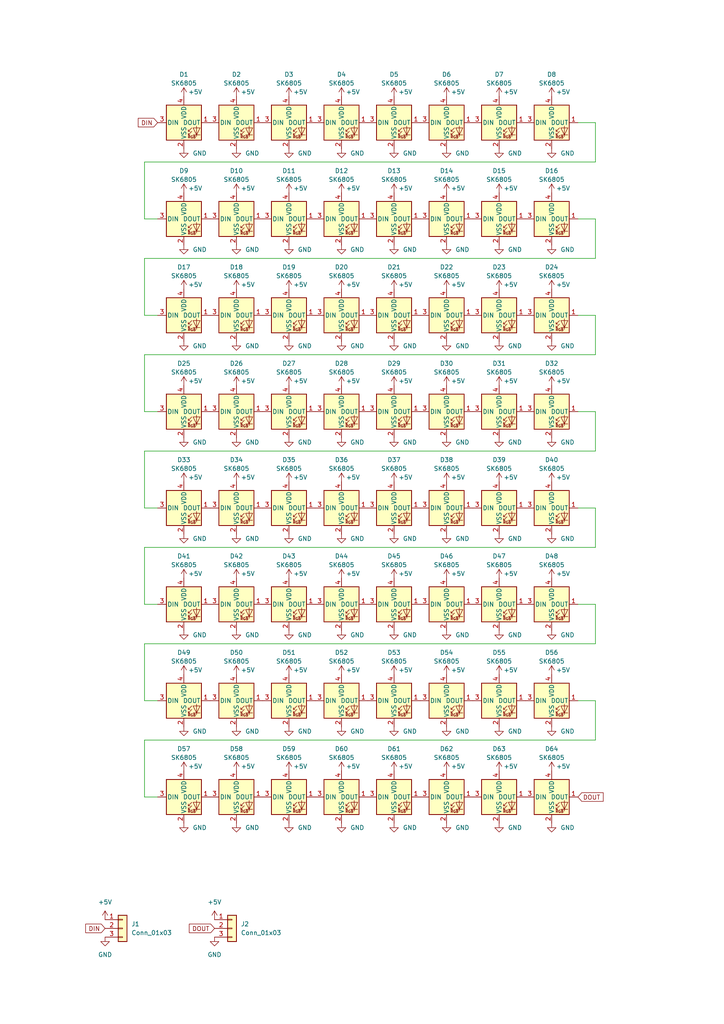
<source format=kicad_sch>
(kicad_sch (version 20211123) (generator eeschema)

  (uuid e63e39d7-6ac0-4ffd-8aa3-1841a4541b55)

  (paper "A4" portrait)

  (lib_symbols
    (symbol "Connector_Generic:Conn_01x03" (pin_names (offset 1.016) hide) (in_bom yes) (on_board yes)
      (property "Reference" "J" (id 0) (at 0 5.08 0)
        (effects (font (size 1.27 1.27)))
      )
      (property "Value" "Conn_01x03" (id 1) (at 0 -5.08 0)
        (effects (font (size 1.27 1.27)))
      )
      (property "Footprint" "" (id 2) (at 0 0 0)
        (effects (font (size 1.27 1.27)) hide)
      )
      (property "Datasheet" "~" (id 3) (at 0 0 0)
        (effects (font (size 1.27 1.27)) hide)
      )
      (property "ki_keywords" "connector" (id 4) (at 0 0 0)
        (effects (font (size 1.27 1.27)) hide)
      )
      (property "ki_description" "Generic connector, single row, 01x03, script generated (kicad-library-utils/schlib/autogen/connector/)" (id 5) (at 0 0 0)
        (effects (font (size 1.27 1.27)) hide)
      )
      (property "ki_fp_filters" "Connector*:*_1x??_*" (id 6) (at 0 0 0)
        (effects (font (size 1.27 1.27)) hide)
      )
      (symbol "Conn_01x03_1_1"
        (rectangle (start -1.27 -2.413) (end 0 -2.667)
          (stroke (width 0.1524) (type default) (color 0 0 0 0))
          (fill (type none))
        )
        (rectangle (start -1.27 0.127) (end 0 -0.127)
          (stroke (width 0.1524) (type default) (color 0 0 0 0))
          (fill (type none))
        )
        (rectangle (start -1.27 2.667) (end 0 2.413)
          (stroke (width 0.1524) (type default) (color 0 0 0 0))
          (fill (type none))
        )
        (rectangle (start -1.27 3.81) (end 1.27 -3.81)
          (stroke (width 0.254) (type default) (color 0 0 0 0))
          (fill (type background))
        )
        (pin passive line (at -5.08 2.54 0) (length 3.81)
          (name "Pin_1" (effects (font (size 1.27 1.27))))
          (number "1" (effects (font (size 1.27 1.27))))
        )
        (pin passive line (at -5.08 0 0) (length 3.81)
          (name "Pin_2" (effects (font (size 1.27 1.27))))
          (number "2" (effects (font (size 1.27 1.27))))
        )
        (pin passive line (at -5.08 -2.54 0) (length 3.81)
          (name "Pin_3" (effects (font (size 1.27 1.27))))
          (number "3" (effects (font (size 1.27 1.27))))
        )
      )
    )
    (symbol "LED:SK6805" (pin_names (offset 0.254)) (in_bom yes) (on_board yes)
      (property "Reference" "D" (id 0) (at 5.08 5.715 0)
        (effects (font (size 1.27 1.27)) (justify right bottom))
      )
      (property "Value" "SK6805" (id 1) (at 1.27 -5.715 0)
        (effects (font (size 1.27 1.27)) (justify left top))
      )
      (property "Footprint" "LED_SMD:LED_SK6805_PLCC4_2.4x2.7mm_P1.3mm" (id 2) (at 1.27 -7.62 0)
        (effects (font (size 1.27 1.27)) (justify left top) hide)
      )
      (property "Datasheet" "https://cdn-shop.adafruit.com/product-files/3484/3484_Datasheet.pdf" (id 3) (at 2.54 -9.525 0)
        (effects (font (size 1.27 1.27)) (justify left top) hide)
      )
      (property "ki_keywords" "RGB LED NeoPixel Nano addressable" (id 4) (at 0 0 0)
        (effects (font (size 1.27 1.27)) hide)
      )
      (property "ki_description" "RGB LED with integrated controller" (id 5) (at 0 0 0)
        (effects (font (size 1.27 1.27)) hide)
      )
      (property "ki_fp_filters" "LED*SK6805*PLCC*2.4x2.7mm*P1.3mm*" (id 6) (at 0 0 0)
        (effects (font (size 1.27 1.27)) hide)
      )
      (symbol "SK6805_0_0"
        (text "RGB" (at 2.286 -4.191 0)
          (effects (font (size 0.762 0.762)))
        )
      )
      (symbol "SK6805_0_1"
        (polyline
          (pts
            (xy 1.27 -3.556)
            (xy 1.778 -3.556)
          )
          (stroke (width 0) (type default) (color 0 0 0 0))
          (fill (type none))
        )
        (polyline
          (pts
            (xy 1.27 -2.54)
            (xy 1.778 -2.54)
          )
          (stroke (width 0) (type default) (color 0 0 0 0))
          (fill (type none))
        )
        (polyline
          (pts
            (xy 4.699 -3.556)
            (xy 2.667 -3.556)
          )
          (stroke (width 0) (type default) (color 0 0 0 0))
          (fill (type none))
        )
        (polyline
          (pts
            (xy 2.286 -2.54)
            (xy 1.27 -3.556)
            (xy 1.27 -3.048)
          )
          (stroke (width 0) (type default) (color 0 0 0 0))
          (fill (type none))
        )
        (polyline
          (pts
            (xy 2.286 -1.524)
            (xy 1.27 -2.54)
            (xy 1.27 -2.032)
          )
          (stroke (width 0) (type default) (color 0 0 0 0))
          (fill (type none))
        )
        (polyline
          (pts
            (xy 3.683 -1.016)
            (xy 3.683 -3.556)
            (xy 3.683 -4.064)
          )
          (stroke (width 0) (type default) (color 0 0 0 0))
          (fill (type none))
        )
        (polyline
          (pts
            (xy 4.699 -1.524)
            (xy 2.667 -1.524)
            (xy 3.683 -3.556)
            (xy 4.699 -1.524)
          )
          (stroke (width 0) (type default) (color 0 0 0 0))
          (fill (type none))
        )
        (rectangle (start 5.08 5.08) (end -5.08 -5.08)
          (stroke (width 0.254) (type default) (color 0 0 0 0))
          (fill (type background))
        )
      )
      (symbol "SK6805_1_1"
        (pin output line (at 7.62 0 180) (length 2.54)
          (name "DOUT" (effects (font (size 1.27 1.27))))
          (number "1" (effects (font (size 1.27 1.27))))
        )
        (pin power_in line (at 0 -7.62 90) (length 2.54)
          (name "VSS" (effects (font (size 1.27 1.27))))
          (number "2" (effects (font (size 1.27 1.27))))
        )
        (pin input line (at -7.62 0 0) (length 2.54)
          (name "DIN" (effects (font (size 1.27 1.27))))
          (number "3" (effects (font (size 1.27 1.27))))
        )
        (pin power_in line (at 0 7.62 270) (length 2.54)
          (name "VDD" (effects (font (size 1.27 1.27))))
          (number "4" (effects (font (size 1.27 1.27))))
        )
      )
    )
    (symbol "power:+5V" (power) (pin_names (offset 0)) (in_bom yes) (on_board yes)
      (property "Reference" "#PWR" (id 0) (at 0 -3.81 0)
        (effects (font (size 1.27 1.27)) hide)
      )
      (property "Value" "+5V" (id 1) (at 0 3.556 0)
        (effects (font (size 1.27 1.27)))
      )
      (property "Footprint" "" (id 2) (at 0 0 0)
        (effects (font (size 1.27 1.27)) hide)
      )
      (property "Datasheet" "" (id 3) (at 0 0 0)
        (effects (font (size 1.27 1.27)) hide)
      )
      (property "ki_keywords" "power-flag" (id 4) (at 0 0 0)
        (effects (font (size 1.27 1.27)) hide)
      )
      (property "ki_description" "Power symbol creates a global label with name \"+5V\"" (id 5) (at 0 0 0)
        (effects (font (size 1.27 1.27)) hide)
      )
      (symbol "+5V_0_1"
        (polyline
          (pts
            (xy -0.762 1.27)
            (xy 0 2.54)
          )
          (stroke (width 0) (type default) (color 0 0 0 0))
          (fill (type none))
        )
        (polyline
          (pts
            (xy 0 0)
            (xy 0 2.54)
          )
          (stroke (width 0) (type default) (color 0 0 0 0))
          (fill (type none))
        )
        (polyline
          (pts
            (xy 0 2.54)
            (xy 0.762 1.27)
          )
          (stroke (width 0) (type default) (color 0 0 0 0))
          (fill (type none))
        )
      )
      (symbol "+5V_1_1"
        (pin power_in line (at 0 0 90) (length 0) hide
          (name "+5V" (effects (font (size 1.27 1.27))))
          (number "1" (effects (font (size 1.27 1.27))))
        )
      )
    )
    (symbol "power:GND" (power) (pin_names (offset 0)) (in_bom yes) (on_board yes)
      (property "Reference" "#PWR" (id 0) (at 0 -6.35 0)
        (effects (font (size 1.27 1.27)) hide)
      )
      (property "Value" "GND" (id 1) (at 0 -3.81 0)
        (effects (font (size 1.27 1.27)))
      )
      (property "Footprint" "" (id 2) (at 0 0 0)
        (effects (font (size 1.27 1.27)) hide)
      )
      (property "Datasheet" "" (id 3) (at 0 0 0)
        (effects (font (size 1.27 1.27)) hide)
      )
      (property "ki_keywords" "power-flag" (id 4) (at 0 0 0)
        (effects (font (size 1.27 1.27)) hide)
      )
      (property "ki_description" "Power symbol creates a global label with name \"GND\" , ground" (id 5) (at 0 0 0)
        (effects (font (size 1.27 1.27)) hide)
      )
      (symbol "GND_0_1"
        (polyline
          (pts
            (xy 0 0)
            (xy 0 -1.27)
            (xy 1.27 -1.27)
            (xy 0 -2.54)
            (xy -1.27 -1.27)
            (xy 0 -1.27)
          )
          (stroke (width 0) (type default) (color 0 0 0 0))
          (fill (type none))
        )
      )
      (symbol "GND_1_1"
        (pin power_in line (at 0 0 270) (length 0) hide
          (name "GND" (effects (font (size 1.27 1.27))))
          (number "1" (effects (font (size 1.27 1.27))))
        )
      )
    )
  )


  (wire (pts (xy 172.72 102.87) (xy 41.91 102.87))
    (stroke (width 0) (type default) (color 0 0 0 0))
    (uuid 04cfdbd4-4bef-4476-971b-b5bd7ca07b79)
  )
  (wire (pts (xy 167.64 35.56) (xy 172.72 35.56))
    (stroke (width 0) (type default) (color 0 0 0 0))
    (uuid 0580efed-18cb-465f-af9f-0c981e475fa9)
  )
  (wire (pts (xy 41.91 186.69) (xy 41.91 203.2))
    (stroke (width 0) (type default) (color 0 0 0 0))
    (uuid 085bf6af-2197-48dc-8ef7-91c714180c12)
  )
  (wire (pts (xy 41.91 214.63) (xy 41.91 231.14))
    (stroke (width 0) (type default) (color 0 0 0 0))
    (uuid 092b7c66-03a5-4c40-94b0-087f24283777)
  )
  (wire (pts (xy 172.72 63.5) (xy 172.72 74.93))
    (stroke (width 0) (type default) (color 0 0 0 0))
    (uuid 1dca07a8-cf54-4d85-b1b9-6771f88d5717)
  )
  (wire (pts (xy 41.91 119.38) (xy 45.72 119.38))
    (stroke (width 0) (type default) (color 0 0 0 0))
    (uuid 399672d2-7990-4199-9ece-4d33570c5992)
  )
  (wire (pts (xy 41.91 147.32) (xy 45.72 147.32))
    (stroke (width 0) (type default) (color 0 0 0 0))
    (uuid 3b167fe0-3fd5-4449-977d-44e2d0aacc20)
  )
  (wire (pts (xy 172.72 214.63) (xy 41.91 214.63))
    (stroke (width 0) (type default) (color 0 0 0 0))
    (uuid 419e77b4-8f9c-4521-9d59-a1c42fc3b887)
  )
  (wire (pts (xy 167.64 119.38) (xy 172.72 119.38))
    (stroke (width 0) (type default) (color 0 0 0 0))
    (uuid 449be1b7-fc8c-4f0c-823e-bedc5a7b2df1)
  )
  (wire (pts (xy 41.91 91.44) (xy 45.72 91.44))
    (stroke (width 0) (type default) (color 0 0 0 0))
    (uuid 46b25db5-63a9-4a14-9c56-17b2f1d2c593)
  )
  (wire (pts (xy 167.64 175.26) (xy 172.72 175.26))
    (stroke (width 0) (type default) (color 0 0 0 0))
    (uuid 49274e21-3af5-47c2-a5ae-70b9407d5f09)
  )
  (wire (pts (xy 41.91 203.2) (xy 45.72 203.2))
    (stroke (width 0) (type default) (color 0 0 0 0))
    (uuid 4a06fac3-80ed-40e8-8f68-501deb35b7c1)
  )
  (wire (pts (xy 41.91 74.93) (xy 41.91 91.44))
    (stroke (width 0) (type default) (color 0 0 0 0))
    (uuid 4f1522f7-5911-4cdb-a471-9b436692d804)
  )
  (wire (pts (xy 41.91 63.5) (xy 45.72 63.5))
    (stroke (width 0) (type default) (color 0 0 0 0))
    (uuid 66beccd6-13a5-4452-b9c9-62d06889fdad)
  )
  (wire (pts (xy 41.91 46.99) (xy 41.91 63.5))
    (stroke (width 0) (type default) (color 0 0 0 0))
    (uuid 73a18cee-98c2-409a-8bbc-866975dd1703)
  )
  (wire (pts (xy 41.91 130.81) (xy 41.91 147.32))
    (stroke (width 0) (type default) (color 0 0 0 0))
    (uuid 76329505-484b-4296-a025-4ed002f1fba2)
  )
  (wire (pts (xy 172.72 175.26) (xy 172.72 186.69))
    (stroke (width 0) (type default) (color 0 0 0 0))
    (uuid 775344cc-c2dc-4856-af6b-3c49e4443dd4)
  )
  (wire (pts (xy 172.72 119.38) (xy 172.72 130.81))
    (stroke (width 0) (type default) (color 0 0 0 0))
    (uuid 7d5f65ac-7b43-4269-908b-1323021b3f65)
  )
  (wire (pts (xy 41.91 175.26) (xy 45.72 175.26))
    (stroke (width 0) (type default) (color 0 0 0 0))
    (uuid 7fdb8d87-b2a8-471b-b912-781f4559545f)
  )
  (wire (pts (xy 167.64 91.44) (xy 172.72 91.44))
    (stroke (width 0) (type default) (color 0 0 0 0))
    (uuid 80801e40-3ef0-400e-b636-114ea5c0ab10)
  )
  (wire (pts (xy 172.72 91.44) (xy 172.72 102.87))
    (stroke (width 0) (type default) (color 0 0 0 0))
    (uuid 85703af3-3017-4548-b816-d306dc8b0fca)
  )
  (wire (pts (xy 172.72 186.69) (xy 41.91 186.69))
    (stroke (width 0) (type default) (color 0 0 0 0))
    (uuid 861728d7-20db-444b-9497-11c358a3000f)
  )
  (wire (pts (xy 172.72 158.75) (xy 41.91 158.75))
    (stroke (width 0) (type default) (color 0 0 0 0))
    (uuid 8cd57eaf-875b-43c7-a397-b3159e310b83)
  )
  (wire (pts (xy 41.91 158.75) (xy 41.91 175.26))
    (stroke (width 0) (type default) (color 0 0 0 0))
    (uuid 8f98da15-f694-4377-b960-6df37c3f2a31)
  )
  (wire (pts (xy 172.72 147.32) (xy 172.72 158.75))
    (stroke (width 0) (type default) (color 0 0 0 0))
    (uuid 8fbd8cfd-3c95-46b2-8edf-66ec32838f4d)
  )
  (wire (pts (xy 172.72 203.2) (xy 172.72 214.63))
    (stroke (width 0) (type default) (color 0 0 0 0))
    (uuid 9394508f-001f-4d2c-bc34-a99b827cd27a)
  )
  (wire (pts (xy 41.91 102.87) (xy 41.91 119.38))
    (stroke (width 0) (type default) (color 0 0 0 0))
    (uuid 94535a11-2233-438e-9178-f7c804ee9e7c)
  )
  (wire (pts (xy 167.64 203.2) (xy 172.72 203.2))
    (stroke (width 0) (type default) (color 0 0 0 0))
    (uuid a71a1cf4-0bd0-4750-9cf7-e7b53b847cfb)
  )
  (wire (pts (xy 172.72 74.93) (xy 41.91 74.93))
    (stroke (width 0) (type default) (color 0 0 0 0))
    (uuid babd5deb-a9d8-42c7-be5f-79d27bce91e2)
  )
  (wire (pts (xy 167.64 147.32) (xy 172.72 147.32))
    (stroke (width 0) (type default) (color 0 0 0 0))
    (uuid bdc106ef-7b16-4623-a124-42b794991ae1)
  )
  (wire (pts (xy 172.72 46.99) (xy 41.91 46.99))
    (stroke (width 0) (type default) (color 0 0 0 0))
    (uuid be83396c-b52d-443f-9008-d0dfa73af282)
  )
  (wire (pts (xy 172.72 130.81) (xy 41.91 130.81))
    (stroke (width 0) (type default) (color 0 0 0 0))
    (uuid bec6f701-9cce-41e6-b899-39bd101696e6)
  )
  (wire (pts (xy 167.64 63.5) (xy 172.72 63.5))
    (stroke (width 0) (type default) (color 0 0 0 0))
    (uuid c9202e59-95a9-419e-8afa-d02dcd289d60)
  )
  (wire (pts (xy 172.72 35.56) (xy 172.72 46.99))
    (stroke (width 0) (type default) (color 0 0 0 0))
    (uuid e893d348-7543-4ae4-9119-e522617e49ad)
  )
  (wire (pts (xy 41.91 231.14) (xy 45.72 231.14))
    (stroke (width 0) (type default) (color 0 0 0 0))
    (uuid fea04fd9-cf0f-4a0a-b7bd-856e0c2aebde)
  )

  (global_label "DIN" (shape input) (at 45.72 35.56 180) (fields_autoplaced)
    (effects (font (size 1.27 1.27)) (justify right))
    (uuid 07b4c74a-8eed-4ac1-bc36-fa542fa96fef)
    (property "Intersheet References" "${INTERSHEET_REFS}" (id 0) (at 40.1017 35.4806 0)
      (effects (font (size 1.27 1.27)) (justify right) hide)
    )
  )
  (global_label "DOUT" (shape input) (at 62.23 269.24 180) (fields_autoplaced)
    (effects (font (size 1.27 1.27)) (justify right))
    (uuid 34060b62-ab8c-4ca3-9558-bc42481a5e85)
    (property "Intersheet References" "${INTERSHEET_REFS}" (id 0) (at 54.9183 269.1606 0)
      (effects (font (size 1.27 1.27)) (justify right) hide)
    )
  )
  (global_label "DOUT" (shape input) (at 167.64 231.14 0) (fields_autoplaced)
    (effects (font (size 1.27 1.27)) (justify left))
    (uuid 9c02e864-bedb-4c63-b4f4-f94f1249233b)
    (property "Intersheet References" "${INTERSHEET_REFS}" (id 0) (at 174.9517 231.2194 0)
      (effects (font (size 1.27 1.27)) (justify left) hide)
    )
  )
  (global_label "DIN" (shape input) (at 30.48 269.24 180) (fields_autoplaced)
    (effects (font (size 1.27 1.27)) (justify right))
    (uuid b387ea67-6dc4-4541-affb-cdd9670f06f5)
    (property "Intersheet References" "${INTERSHEET_REFS}" (id 0) (at 24.8617 269.1606 0)
      (effects (font (size 1.27 1.27)) (justify right) hide)
    )
  )

  (symbol (lib_id "power:+5V") (at 68.58 27.94 0) (unit 1)
    (in_bom yes) (on_board yes)
    (uuid 00509a9f-2b34-46d7-89f4-c4f71a2e061b)
    (property "Reference" "#PWR02" (id 0) (at 68.58 31.75 0)
      (effects (font (size 1.27 1.27)) hide)
    )
    (property "Value" "+5V" (id 1) (at 69.85 26.67 0)
      (effects (font (size 1.27 1.27)) (justify left))
    )
    (property "Footprint" "" (id 2) (at 68.58 27.94 0)
      (effects (font (size 1.27 1.27)) hide)
    )
    (property "Datasheet" "" (id 3) (at 68.58 27.94 0)
      (effects (font (size 1.27 1.27)) hide)
    )
    (pin "1" (uuid a9f3c89f-dcc4-4086-a5e3-0e3a96a8fe7f))
  )

  (symbol (lib_id "power:+5V") (at 129.54 139.7 0) (unit 1)
    (in_bom yes) (on_board yes)
    (uuid 02ea1b44-bcc6-456b-a211-b62e79fe5619)
    (property "Reference" "#PWR070" (id 0) (at 129.54 143.51 0)
      (effects (font (size 1.27 1.27)) hide)
    )
    (property "Value" "+5V" (id 1) (at 130.81 138.43 0)
      (effects (font (size 1.27 1.27)) (justify left))
    )
    (property "Footprint" "" (id 2) (at 129.54 139.7 0)
      (effects (font (size 1.27 1.27)) hide)
    )
    (property "Datasheet" "" (id 3) (at 129.54 139.7 0)
      (effects (font (size 1.27 1.27)) hide)
    )
    (pin "1" (uuid 3c9651e7-bfd8-43e6-b046-54ced2fca5dc))
  )

  (symbol (lib_id "power:+5V") (at 99.06 223.52 0) (unit 1)
    (in_bom yes) (on_board yes)
    (uuid 054ba7c2-c3c3-4e54-89eb-152866ea6b35)
    (property "Reference" "#PWR0116" (id 0) (at 99.06 227.33 0)
      (effects (font (size 1.27 1.27)) hide)
    )
    (property "Value" "+5V" (id 1) (at 100.33 222.25 0)
      (effects (font (size 1.27 1.27)) (justify left))
    )
    (property "Footprint" "" (id 2) (at 99.06 223.52 0)
      (effects (font (size 1.27 1.27)) hide)
    )
    (property "Datasheet" "" (id 3) (at 99.06 223.52 0)
      (effects (font (size 1.27 1.27)) hide)
    )
    (pin "1" (uuid 599633cd-e5cc-4062-a486-911c6872edad))
  )

  (symbol (lib_id "power:+5V") (at 68.58 195.58 0) (unit 1)
    (in_bom yes) (on_board yes)
    (uuid 0726bf26-a4d5-4075-b36a-af3ba56f21bc)
    (property "Reference" "#PWR098" (id 0) (at 68.58 199.39 0)
      (effects (font (size 1.27 1.27)) hide)
    )
    (property "Value" "+5V" (id 1) (at 69.85 194.31 0)
      (effects (font (size 1.27 1.27)) (justify left))
    )
    (property "Footprint" "" (id 2) (at 68.58 195.58 0)
      (effects (font (size 1.27 1.27)) hide)
    )
    (property "Datasheet" "" (id 3) (at 68.58 195.58 0)
      (effects (font (size 1.27 1.27)) hide)
    )
    (pin "1" (uuid 11660a67-81bf-495f-a065-581e244a78a1))
  )

  (symbol (lib_id "power:GND") (at 129.54 182.88 0) (unit 1)
    (in_bom yes) (on_board yes)
    (uuid 0817756d-ea29-429b-a3cb-26c0a1152477)
    (property "Reference" "#PWR094" (id 0) (at 129.54 189.23 0)
      (effects (font (size 1.27 1.27)) hide)
    )
    (property "Value" "GND" (id 1) (at 132.08 184.15 0)
      (effects (font (size 1.27 1.27)) (justify left))
    )
    (property "Footprint" "" (id 2) (at 129.54 182.88 0)
      (effects (font (size 1.27 1.27)) hide)
    )
    (property "Datasheet" "" (id 3) (at 129.54 182.88 0)
      (effects (font (size 1.27 1.27)) hide)
    )
    (pin "1" (uuid af6a3605-c41b-4d07-9f30-2f56b5ad3aad))
  )

  (symbol (lib_id "power:GND") (at 144.78 154.94 0) (unit 1)
    (in_bom yes) (on_board yes)
    (uuid 0b0637f4-a36b-4ca3-ad88-72a424e3afc5)
    (property "Reference" "#PWR079" (id 0) (at 144.78 161.29 0)
      (effects (font (size 1.27 1.27)) hide)
    )
    (property "Value" "GND" (id 1) (at 147.32 156.21 0)
      (effects (font (size 1.27 1.27)) (justify left))
    )
    (property "Footprint" "" (id 2) (at 144.78 154.94 0)
      (effects (font (size 1.27 1.27)) hide)
    )
    (property "Datasheet" "" (id 3) (at 144.78 154.94 0)
      (effects (font (size 1.27 1.27)) hide)
    )
    (pin "1" (uuid 006a3c8b-c35a-4920-ac22-cc02331171e6))
  )

  (symbol (lib_id "LED:SK6805") (at 83.82 147.32 0) (unit 1)
    (in_bom yes) (on_board yes)
    (uuid 0b120fa6-5c30-439f-a740-5330b9f6d4da)
    (property "Reference" "D35" (id 0) (at 83.82 133.35 0))
    (property "Value" "SK6805" (id 1) (at 83.82 135.89 0))
    (property "Footprint" "LED_SMD:LED_SK6812_EC15_1.5x1.5mm" (id 2) (at 85.09 154.94 0)
      (effects (font (size 1.27 1.27)) (justify left top) hide)
    )
    (property "Datasheet" "https://cdn-shop.adafruit.com/product-files/3484/3484_Datasheet.pdf" (id 3) (at 86.36 156.845 0)
      (effects (font (size 1.27 1.27)) (justify left top) hide)
    )
    (pin "1" (uuid 769c26ba-da55-4c6e-a189-5f10b691c9ca))
    (pin "2" (uuid a72d4a24-b276-486c-8cbc-679c1f4acd70))
    (pin "3" (uuid 6a5935b3-d2ca-431c-944f-51cbb5923e27))
    (pin "4" (uuid 8df1c20d-7d09-436b-b978-5d46771af3ad))
  )

  (symbol (lib_id "LED:SK6805") (at 83.82 231.14 0) (unit 1)
    (in_bom yes) (on_board yes)
    (uuid 0d592cce-3dd2-4694-993a-94ea5b48eeb4)
    (property "Reference" "D59" (id 0) (at 83.82 217.17 0))
    (property "Value" "SK6805" (id 1) (at 83.82 219.71 0))
    (property "Footprint" "LED_SMD:LED_SK6812_EC15_1.5x1.5mm" (id 2) (at 85.09 238.76 0)
      (effects (font (size 1.27 1.27)) (justify left top) hide)
    )
    (property "Datasheet" "https://cdn-shop.adafruit.com/product-files/3484/3484_Datasheet.pdf" (id 3) (at 86.36 240.665 0)
      (effects (font (size 1.27 1.27)) (justify left top) hide)
    )
    (pin "1" (uuid 8f42a5ca-7d34-4abd-908b-20d38b698388))
    (pin "2" (uuid f05b67c1-cec7-49b2-936a-2dc8e2c86ff3))
    (pin "3" (uuid 3939d28b-6be2-48b0-b95f-c70189e27715))
    (pin "4" (uuid b1a96494-36e5-4a86-b7c7-4a7c2d7aa6d2))
  )

  (symbol (lib_id "LED:SK6805") (at 129.54 147.32 0) (unit 1)
    (in_bom yes) (on_board yes)
    (uuid 0da83251-0158-46e1-b7a7-d169415f91e8)
    (property "Reference" "D38" (id 0) (at 129.54 133.35 0))
    (property "Value" "SK6805" (id 1) (at 129.54 135.89 0))
    (property "Footprint" "LED_SMD:LED_SK6812_EC15_1.5x1.5mm" (id 2) (at 130.81 154.94 0)
      (effects (font (size 1.27 1.27)) (justify left top) hide)
    )
    (property "Datasheet" "https://cdn-shop.adafruit.com/product-files/3484/3484_Datasheet.pdf" (id 3) (at 132.08 156.845 0)
      (effects (font (size 1.27 1.27)) (justify left top) hide)
    )
    (pin "1" (uuid 00268ec2-b4de-42d1-970d-76f37ec7062d))
    (pin "2" (uuid 79a8c2c6-58cc-4405-8e2f-be2a2a3b22bf))
    (pin "3" (uuid 62ff5f43-f153-4d6b-ab1d-7cbcfc5bc383))
    (pin "4" (uuid 7ae196e3-0ab3-4223-91db-1512cde44041))
  )

  (symbol (lib_id "power:+5V") (at 62.23 266.7 0) (unit 1)
    (in_bom yes) (on_board yes) (fields_autoplaced)
    (uuid 0e9780e4-649b-44ca-8cad-56d8a0c6cdbe)
    (property "Reference" "#PWR0130" (id 0) (at 62.23 270.51 0)
      (effects (font (size 1.27 1.27)) hide)
    )
    (property "Value" "+5V" (id 1) (at 62.23 261.62 0))
    (property "Footprint" "" (id 2) (at 62.23 266.7 0)
      (effects (font (size 1.27 1.27)) hide)
    )
    (property "Datasheet" "" (id 3) (at 62.23 266.7 0)
      (effects (font (size 1.27 1.27)) hide)
    )
    (pin "1" (uuid b0f41777-c4fe-4b70-ac31-eabae3256a6a))
  )

  (symbol (lib_id "power:GND") (at 83.82 238.76 0) (unit 1)
    (in_bom yes) (on_board yes)
    (uuid 0ef1ba7b-fc1e-48da-9a13-996f6fbf2e93)
    (property "Reference" "#PWR0123" (id 0) (at 83.82 245.11 0)
      (effects (font (size 1.27 1.27)) hide)
    )
    (property "Value" "GND" (id 1) (at 86.36 240.03 0)
      (effects (font (size 1.27 1.27)) (justify left))
    )
    (property "Footprint" "" (id 2) (at 83.82 238.76 0)
      (effects (font (size 1.27 1.27)) hide)
    )
    (property "Datasheet" "" (id 3) (at 83.82 238.76 0)
      (effects (font (size 1.27 1.27)) hide)
    )
    (pin "1" (uuid 654c087a-bba1-4ab8-8956-d24ca0efbd60))
  )

  (symbol (lib_id "LED:SK6805") (at 144.78 147.32 0) (unit 1)
    (in_bom yes) (on_board yes)
    (uuid 0fffd611-9d0b-4e82-8dcf-db6e441b1a99)
    (property "Reference" "D39" (id 0) (at 144.78 133.35 0))
    (property "Value" "SK6805" (id 1) (at 144.78 135.89 0))
    (property "Footprint" "LED_SMD:LED_SK6812_EC15_1.5x1.5mm" (id 2) (at 146.05 154.94 0)
      (effects (font (size 1.27 1.27)) (justify left top) hide)
    )
    (property "Datasheet" "https://cdn-shop.adafruit.com/product-files/3484/3484_Datasheet.pdf" (id 3) (at 147.32 156.845 0)
      (effects (font (size 1.27 1.27)) (justify left top) hide)
    )
    (pin "1" (uuid b92d6114-3de5-40d7-b1da-9c599ac0b0a2))
    (pin "2" (uuid 8bdecc5c-8ad3-4a4e-8acc-a684c22423d6))
    (pin "3" (uuid 8ec9231c-bed4-4c73-958f-6052492b6a44))
    (pin "4" (uuid 849fd516-19a5-49ba-9b59-8112ae57e2ed))
  )

  (symbol (lib_id "LED:SK6805") (at 144.78 35.56 0) (unit 1)
    (in_bom yes) (on_board yes)
    (uuid 10227851-aa28-4edc-ba4e-959f57518212)
    (property "Reference" "D7" (id 0) (at 144.78 21.59 0))
    (property "Value" "SK6805" (id 1) (at 144.78 24.13 0))
    (property "Footprint" "LED_SMD:LED_SK6812_EC15_1.5x1.5mm" (id 2) (at 146.05 43.18 0)
      (effects (font (size 1.27 1.27)) (justify left top) hide)
    )
    (property "Datasheet" "https://cdn-shop.adafruit.com/product-files/3484/3484_Datasheet.pdf" (id 3) (at 147.32 45.085 0)
      (effects (font (size 1.27 1.27)) (justify left top) hide)
    )
    (pin "1" (uuid 059e4007-7acb-46dd-b69e-4f92beccb21a))
    (pin "2" (uuid 7a1bc8be-cfbd-4c74-ac47-3689f1132a75))
    (pin "3" (uuid 19b9dd91-1906-4e4b-a443-a5d2a3d74b2b))
    (pin "4" (uuid 04c83af5-e21f-44a4-85d5-8db81ea10042))
  )

  (symbol (lib_id "power:GND") (at 53.34 154.94 0) (unit 1)
    (in_bom yes) (on_board yes)
    (uuid 12403ea8-f707-4df6-bdc3-bf398b5a9b62)
    (property "Reference" "#PWR073" (id 0) (at 53.34 161.29 0)
      (effects (font (size 1.27 1.27)) hide)
    )
    (property "Value" "GND" (id 1) (at 55.88 156.21 0)
      (effects (font (size 1.27 1.27)) (justify left))
    )
    (property "Footprint" "" (id 2) (at 53.34 154.94 0)
      (effects (font (size 1.27 1.27)) hide)
    )
    (property "Datasheet" "" (id 3) (at 53.34 154.94 0)
      (effects (font (size 1.27 1.27)) hide)
    )
    (pin "1" (uuid 7a14e870-25ee-4546-b66a-e94214a2cbaf))
  )

  (symbol (lib_id "power:GND") (at 160.02 154.94 0) (unit 1)
    (in_bom yes) (on_board yes)
    (uuid 13a81a14-3a4f-4b64-bcb1-39bf6bd652a3)
    (property "Reference" "#PWR080" (id 0) (at 160.02 161.29 0)
      (effects (font (size 1.27 1.27)) hide)
    )
    (property "Value" "GND" (id 1) (at 162.56 156.21 0)
      (effects (font (size 1.27 1.27)) (justify left))
    )
    (property "Footprint" "" (id 2) (at 160.02 154.94 0)
      (effects (font (size 1.27 1.27)) hide)
    )
    (property "Datasheet" "" (id 3) (at 160.02 154.94 0)
      (effects (font (size 1.27 1.27)) hide)
    )
    (pin "1" (uuid 1fcb30e3-51c0-4114-9903-50e7d65dc82a))
  )

  (symbol (lib_id "power:GND") (at 114.3 182.88 0) (unit 1)
    (in_bom yes) (on_board yes)
    (uuid 16348bdc-e805-4be1-9540-3d8032813ad4)
    (property "Reference" "#PWR093" (id 0) (at 114.3 189.23 0)
      (effects (font (size 1.27 1.27)) hide)
    )
    (property "Value" "GND" (id 1) (at 116.84 184.15 0)
      (effects (font (size 1.27 1.27)) (justify left))
    )
    (property "Footprint" "" (id 2) (at 114.3 182.88 0)
      (effects (font (size 1.27 1.27)) hide)
    )
    (property "Datasheet" "" (id 3) (at 114.3 182.88 0)
      (effects (font (size 1.27 1.27)) hide)
    )
    (pin "1" (uuid b5f1d317-df85-43a1-b925-74ff5a83840b))
  )

  (symbol (lib_id "power:GND") (at 53.34 43.18 0) (unit 1)
    (in_bom yes) (on_board yes)
    (uuid 1712bce1-82b2-4061-8271-332eb75bb1a6)
    (property "Reference" "#PWR09" (id 0) (at 53.34 49.53 0)
      (effects (font (size 1.27 1.27)) hide)
    )
    (property "Value" "GND" (id 1) (at 55.88 44.45 0)
      (effects (font (size 1.27 1.27)) (justify left))
    )
    (property "Footprint" "" (id 2) (at 53.34 43.18 0)
      (effects (font (size 1.27 1.27)) hide)
    )
    (property "Datasheet" "" (id 3) (at 53.34 43.18 0)
      (effects (font (size 1.27 1.27)) hide)
    )
    (pin "1" (uuid 3b16e01e-f1b7-4560-b476-1275688efb16))
  )

  (symbol (lib_id "power:GND") (at 144.78 182.88 0) (unit 1)
    (in_bom yes) (on_board yes)
    (uuid 185b4af0-2feb-46ab-8998-dd3f59112d37)
    (property "Reference" "#PWR095" (id 0) (at 144.78 189.23 0)
      (effects (font (size 1.27 1.27)) hide)
    )
    (property "Value" "GND" (id 1) (at 147.32 184.15 0)
      (effects (font (size 1.27 1.27)) (justify left))
    )
    (property "Footprint" "" (id 2) (at 144.78 182.88 0)
      (effects (font (size 1.27 1.27)) hide)
    )
    (property "Datasheet" "" (id 3) (at 144.78 182.88 0)
      (effects (font (size 1.27 1.27)) hide)
    )
    (pin "1" (uuid 38804bb9-3fc9-498c-b9dc-34ee8f79402f))
  )

  (symbol (lib_id "power:+5V") (at 160.02 55.88 0) (unit 1)
    (in_bom yes) (on_board yes)
    (uuid 1a33c24f-a943-40a4-b943-af06484b52bf)
    (property "Reference" "#PWR024" (id 0) (at 160.02 59.69 0)
      (effects (font (size 1.27 1.27)) hide)
    )
    (property "Value" "+5V" (id 1) (at 161.29 54.61 0)
      (effects (font (size 1.27 1.27)) (justify left))
    )
    (property "Footprint" "" (id 2) (at 160.02 55.88 0)
      (effects (font (size 1.27 1.27)) hide)
    )
    (property "Datasheet" "" (id 3) (at 160.02 55.88 0)
      (effects (font (size 1.27 1.27)) hide)
    )
    (pin "1" (uuid 690358a5-93ea-4d1f-a904-ca876625fe41))
  )

  (symbol (lib_id "power:+5V") (at 160.02 195.58 0) (unit 1)
    (in_bom yes) (on_board yes)
    (uuid 1a39a2e6-3b36-4d60-b900-fea90dabc562)
    (property "Reference" "#PWR0104" (id 0) (at 160.02 199.39 0)
      (effects (font (size 1.27 1.27)) hide)
    )
    (property "Value" "+5V" (id 1) (at 161.29 194.31 0)
      (effects (font (size 1.27 1.27)) (justify left))
    )
    (property "Footprint" "" (id 2) (at 160.02 195.58 0)
      (effects (font (size 1.27 1.27)) hide)
    )
    (property "Datasheet" "" (id 3) (at 160.02 195.58 0)
      (effects (font (size 1.27 1.27)) hide)
    )
    (pin "1" (uuid 97dff365-c3af-4713-a8ce-592aaf277ed8))
  )

  (symbol (lib_id "LED:SK6805") (at 53.34 35.56 0) (unit 1)
    (in_bom yes) (on_board yes)
    (uuid 1cb64bfe-d819-47e3-be11-515b04f2c451)
    (property "Reference" "D1" (id 0) (at 53.34 21.59 0))
    (property "Value" "SK6805" (id 1) (at 53.34 24.13 0))
    (property "Footprint" "LED_SMD:LED_SK6812_EC15_1.5x1.5mm" (id 2) (at 54.61 43.18 0)
      (effects (font (size 1.27 1.27)) (justify left top) hide)
    )
    (property "Datasheet" "https://cdn-shop.adafruit.com/product-files/3484/3484_Datasheet.pdf" (id 3) (at 55.88 45.085 0)
      (effects (font (size 1.27 1.27)) (justify left top) hide)
    )
    (pin "1" (uuid 765684c2-53b3-4ef7-bd1b-7a4a73d87b76))
    (pin "2" (uuid 5a390647-51ba-4684-b747-9001f749ff71))
    (pin "3" (uuid c811ed5f-f509-4605-b7d3-da6f79935a1e))
    (pin "4" (uuid 2681e64d-bedc-4e1f-87d2-754aaa485bbd))
  )

  (symbol (lib_id "power:GND") (at 129.54 210.82 0) (unit 1)
    (in_bom yes) (on_board yes)
    (uuid 1dbfc1de-5371-4ba5-8975-43c9397b4a81)
    (property "Reference" "#PWR0110" (id 0) (at 129.54 217.17 0)
      (effects (font (size 1.27 1.27)) hide)
    )
    (property "Value" "GND" (id 1) (at 132.08 212.09 0)
      (effects (font (size 1.27 1.27)) (justify left))
    )
    (property "Footprint" "" (id 2) (at 129.54 210.82 0)
      (effects (font (size 1.27 1.27)) hide)
    )
    (property "Datasheet" "" (id 3) (at 129.54 210.82 0)
      (effects (font (size 1.27 1.27)) hide)
    )
    (pin "1" (uuid 8bd7cdd3-70cc-4020-8736-15741a25224b))
  )

  (symbol (lib_id "power:+5V") (at 53.34 83.82 0) (unit 1)
    (in_bom yes) (on_board yes)
    (uuid 23d0a2a3-9d7e-405d-b597-917c457776bd)
    (property "Reference" "#PWR033" (id 0) (at 53.34 87.63 0)
      (effects (font (size 1.27 1.27)) hide)
    )
    (property "Value" "+5V" (id 1) (at 54.61 82.55 0)
      (effects (font (size 1.27 1.27)) (justify left))
    )
    (property "Footprint" "" (id 2) (at 53.34 83.82 0)
      (effects (font (size 1.27 1.27)) hide)
    )
    (property "Datasheet" "" (id 3) (at 53.34 83.82 0)
      (effects (font (size 1.27 1.27)) hide)
    )
    (pin "1" (uuid 4f56486f-303a-46bb-8a70-9c60cbc8e057))
  )

  (symbol (lib_id "power:+5V") (at 129.54 195.58 0) (unit 1)
    (in_bom yes) (on_board yes)
    (uuid 26011572-ec56-4530-91e9-f9554092a391)
    (property "Reference" "#PWR0102" (id 0) (at 129.54 199.39 0)
      (effects (font (size 1.27 1.27)) hide)
    )
    (property "Value" "+5V" (id 1) (at 130.81 194.31 0)
      (effects (font (size 1.27 1.27)) (justify left))
    )
    (property "Footprint" "" (id 2) (at 129.54 195.58 0)
      (effects (font (size 1.27 1.27)) hide)
    )
    (property "Datasheet" "" (id 3) (at 129.54 195.58 0)
      (effects (font (size 1.27 1.27)) hide)
    )
    (pin "1" (uuid c5071a82-5a92-44c7-a7a5-70550bcc051f))
  )

  (symbol (lib_id "power:GND") (at 99.06 154.94 0) (unit 1)
    (in_bom yes) (on_board yes)
    (uuid 28474fc1-731d-4a27-9d22-da35bf785043)
    (property "Reference" "#PWR076" (id 0) (at 99.06 161.29 0)
      (effects (font (size 1.27 1.27)) hide)
    )
    (property "Value" "GND" (id 1) (at 101.6 156.21 0)
      (effects (font (size 1.27 1.27)) (justify left))
    )
    (property "Footprint" "" (id 2) (at 99.06 154.94 0)
      (effects (font (size 1.27 1.27)) hide)
    )
    (property "Datasheet" "" (id 3) (at 99.06 154.94 0)
      (effects (font (size 1.27 1.27)) hide)
    )
    (pin "1" (uuid a41ae8d9-3826-448f-a447-c6d791366b2c))
  )

  (symbol (lib_id "power:+5V") (at 144.78 27.94 0) (unit 1)
    (in_bom yes) (on_board yes)
    (uuid 291d7a62-fc02-4fd4-a3a0-901517caade5)
    (property "Reference" "#PWR07" (id 0) (at 144.78 31.75 0)
      (effects (font (size 1.27 1.27)) hide)
    )
    (property "Value" "+5V" (id 1) (at 146.05 26.67 0)
      (effects (font (size 1.27 1.27)) (justify left))
    )
    (property "Footprint" "" (id 2) (at 144.78 27.94 0)
      (effects (font (size 1.27 1.27)) hide)
    )
    (property "Datasheet" "" (id 3) (at 144.78 27.94 0)
      (effects (font (size 1.27 1.27)) hide)
    )
    (pin "1" (uuid 5f212f91-d9a7-4624-a540-04d557efcebb))
  )

  (symbol (lib_id "power:GND") (at 53.34 127 0) (unit 1)
    (in_bom yes) (on_board yes)
    (uuid 2a44edbd-8ae5-4982-a9e5-591a7901bcee)
    (property "Reference" "#PWR057" (id 0) (at 53.34 133.35 0)
      (effects (font (size 1.27 1.27)) hide)
    )
    (property "Value" "GND" (id 1) (at 55.88 128.27 0)
      (effects (font (size 1.27 1.27)) (justify left))
    )
    (property "Footprint" "" (id 2) (at 53.34 127 0)
      (effects (font (size 1.27 1.27)) hide)
    )
    (property "Datasheet" "" (id 3) (at 53.34 127 0)
      (effects (font (size 1.27 1.27)) hide)
    )
    (pin "1" (uuid 1e028cc4-7eef-470d-b085-75a22129581f))
  )

  (symbol (lib_id "power:GND") (at 129.54 154.94 0) (unit 1)
    (in_bom yes) (on_board yes)
    (uuid 2af0297c-d70e-4cc2-98e4-5e6eb02b46f5)
    (property "Reference" "#PWR078" (id 0) (at 129.54 161.29 0)
      (effects (font (size 1.27 1.27)) hide)
    )
    (property "Value" "GND" (id 1) (at 132.08 156.21 0)
      (effects (font (size 1.27 1.27)) (justify left))
    )
    (property "Footprint" "" (id 2) (at 129.54 154.94 0)
      (effects (font (size 1.27 1.27)) hide)
    )
    (property "Datasheet" "" (id 3) (at 129.54 154.94 0)
      (effects (font (size 1.27 1.27)) hide)
    )
    (pin "1" (uuid 1fdebeb4-a5fd-4fb9-a5b3-f3d46a1822be))
  )

  (symbol (lib_id "LED:SK6805") (at 68.58 147.32 0) (unit 1)
    (in_bom yes) (on_board yes)
    (uuid 2bd74caa-6401-4434-8dfd-1cbdb0919639)
    (property "Reference" "D34" (id 0) (at 68.58 133.35 0))
    (property "Value" "SK6805" (id 1) (at 68.58 135.89 0))
    (property "Footprint" "LED_SMD:LED_SK6812_EC15_1.5x1.5mm" (id 2) (at 69.85 154.94 0)
      (effects (font (size 1.27 1.27)) (justify left top) hide)
    )
    (property "Datasheet" "https://cdn-shop.adafruit.com/product-files/3484/3484_Datasheet.pdf" (id 3) (at 71.12 156.845 0)
      (effects (font (size 1.27 1.27)) (justify left top) hide)
    )
    (pin "1" (uuid a51547ec-972f-4ae3-b9c3-e721b1a697be))
    (pin "2" (uuid 9b89356b-5c5b-4da0-b927-4c07b341b853))
    (pin "3" (uuid fcfb9f2b-a78d-47be-b60f-1ed221a4ad30))
    (pin "4" (uuid 1611b724-bb47-4e8a-9a02-e7fe9ab4ee2c))
  )

  (symbol (lib_id "LED:SK6805") (at 99.06 175.26 0) (unit 1)
    (in_bom yes) (on_board yes)
    (uuid 2d72fe9a-9e82-4e96-9d36-edb4740e9e80)
    (property "Reference" "D44" (id 0) (at 99.06 161.29 0))
    (property "Value" "SK6805" (id 1) (at 99.06 163.83 0))
    (property "Footprint" "LED_SMD:LED_SK6812_EC15_1.5x1.5mm" (id 2) (at 100.33 182.88 0)
      (effects (font (size 1.27 1.27)) (justify left top) hide)
    )
    (property "Datasheet" "https://cdn-shop.adafruit.com/product-files/3484/3484_Datasheet.pdf" (id 3) (at 101.6 184.785 0)
      (effects (font (size 1.27 1.27)) (justify left top) hide)
    )
    (pin "1" (uuid 323a6949-b6dc-4ab8-88e4-915f542ac8ad))
    (pin "2" (uuid 1235a6e5-e5ff-4e20-9c09-9aa6a94d4571))
    (pin "3" (uuid 690ecfbc-7857-49d1-aeee-4376d5ddc309))
    (pin "4" (uuid ef6437b1-fca0-449a-9779-7114f9fecf3e))
  )

  (symbol (lib_id "LED:SK6805") (at 144.78 175.26 0) (unit 1)
    (in_bom yes) (on_board yes)
    (uuid 2d8def80-109e-459b-acdf-84b875d25671)
    (property "Reference" "D47" (id 0) (at 144.78 161.29 0))
    (property "Value" "SK6805" (id 1) (at 144.78 163.83 0))
    (property "Footprint" "LED_SMD:LED_SK6812_EC15_1.5x1.5mm" (id 2) (at 146.05 182.88 0)
      (effects (font (size 1.27 1.27)) (justify left top) hide)
    )
    (property "Datasheet" "https://cdn-shop.adafruit.com/product-files/3484/3484_Datasheet.pdf" (id 3) (at 147.32 184.785 0)
      (effects (font (size 1.27 1.27)) (justify left top) hide)
    )
    (pin "1" (uuid e26d547c-5bc7-4477-a3c8-e38f39fdb0b0))
    (pin "2" (uuid a6328ecd-16f0-4629-803f-7172b4d6fae9))
    (pin "3" (uuid bf38d6f4-75c6-47b8-91bf-ee4157b57877))
    (pin "4" (uuid 37718b2e-9610-408e-98b8-8325b2f172cd))
  )

  (symbol (lib_id "power:+5V") (at 160.02 223.52 0) (unit 1)
    (in_bom yes) (on_board yes)
    (uuid 2f033305-6024-4f74-b27e-6ed6be4f826b)
    (property "Reference" "#PWR0120" (id 0) (at 160.02 227.33 0)
      (effects (font (size 1.27 1.27)) hide)
    )
    (property "Value" "+5V" (id 1) (at 161.29 222.25 0)
      (effects (font (size 1.27 1.27)) (justify left))
    )
    (property "Footprint" "" (id 2) (at 160.02 223.52 0)
      (effects (font (size 1.27 1.27)) hide)
    )
    (property "Datasheet" "" (id 3) (at 160.02 223.52 0)
      (effects (font (size 1.27 1.27)) hide)
    )
    (pin "1" (uuid bb419bb3-1ee7-49d6-8e48-a6c36d5c9457))
  )

  (symbol (lib_id "power:GND") (at 68.58 238.76 0) (unit 1)
    (in_bom yes) (on_board yes)
    (uuid 30a63b50-e657-4e36-b697-e183a3495075)
    (property "Reference" "#PWR0122" (id 0) (at 68.58 245.11 0)
      (effects (font (size 1.27 1.27)) hide)
    )
    (property "Value" "GND" (id 1) (at 71.12 240.03 0)
      (effects (font (size 1.27 1.27)) (justify left))
    )
    (property "Footprint" "" (id 2) (at 68.58 238.76 0)
      (effects (font (size 1.27 1.27)) hide)
    )
    (property "Datasheet" "" (id 3) (at 68.58 238.76 0)
      (effects (font (size 1.27 1.27)) hide)
    )
    (pin "1" (uuid d8155f97-44d9-4786-b256-d86acc807ead))
  )

  (symbol (lib_id "power:+5V") (at 129.54 55.88 0) (unit 1)
    (in_bom yes) (on_board yes)
    (uuid 339620b7-3ace-423b-bc09-a6ecc167c3e9)
    (property "Reference" "#PWR022" (id 0) (at 129.54 59.69 0)
      (effects (font (size 1.27 1.27)) hide)
    )
    (property "Value" "+5V" (id 1) (at 130.81 54.61 0)
      (effects (font (size 1.27 1.27)) (justify left))
    )
    (property "Footprint" "" (id 2) (at 129.54 55.88 0)
      (effects (font (size 1.27 1.27)) hide)
    )
    (property "Datasheet" "" (id 3) (at 129.54 55.88 0)
      (effects (font (size 1.27 1.27)) hide)
    )
    (pin "1" (uuid 5c32457e-857a-4543-8268-d38b431e663e))
  )

  (symbol (lib_id "LED:SK6805") (at 83.82 119.38 0) (unit 1)
    (in_bom yes) (on_board yes)
    (uuid 3402217b-cef7-4571-b4d9-a8e60f71fbe0)
    (property "Reference" "D27" (id 0) (at 83.82 105.41 0))
    (property "Value" "SK6805" (id 1) (at 83.82 107.95 0))
    (property "Footprint" "LED_SMD:LED_SK6812_EC15_1.5x1.5mm" (id 2) (at 85.09 127 0)
      (effects (font (size 1.27 1.27)) (justify left top) hide)
    )
    (property "Datasheet" "https://cdn-shop.adafruit.com/product-files/3484/3484_Datasheet.pdf" (id 3) (at 86.36 128.905 0)
      (effects (font (size 1.27 1.27)) (justify left top) hide)
    )
    (pin "1" (uuid a8057d01-33fa-4a9a-8244-3835d048a52d))
    (pin "2" (uuid 71360dc3-365d-42a6-8b9f-f6772abd5948))
    (pin "3" (uuid b55f9258-f3f9-43ad-adf4-4a2335c9724b))
    (pin "4" (uuid 6207d896-e04d-4cd3-a256-8b20fcc98eb0))
  )

  (symbol (lib_id "power:GND") (at 160.02 182.88 0) (unit 1)
    (in_bom yes) (on_board yes)
    (uuid 34d3e1fc-e890-477b-a3e8-ec1aedb116cc)
    (property "Reference" "#PWR096" (id 0) (at 160.02 189.23 0)
      (effects (font (size 1.27 1.27)) hide)
    )
    (property "Value" "GND" (id 1) (at 162.56 184.15 0)
      (effects (font (size 1.27 1.27)) (justify left))
    )
    (property "Footprint" "" (id 2) (at 160.02 182.88 0)
      (effects (font (size 1.27 1.27)) hide)
    )
    (property "Datasheet" "" (id 3) (at 160.02 182.88 0)
      (effects (font (size 1.27 1.27)) hide)
    )
    (pin "1" (uuid 7f06673f-fe86-433d-9554-ce90872021ca))
  )

  (symbol (lib_id "power:+5V") (at 144.78 55.88 0) (unit 1)
    (in_bom yes) (on_board yes)
    (uuid 34e7e38a-2a9a-4c0b-a768-6de640883e02)
    (property "Reference" "#PWR023" (id 0) (at 144.78 59.69 0)
      (effects (font (size 1.27 1.27)) hide)
    )
    (property "Value" "+5V" (id 1) (at 146.05 54.61 0)
      (effects (font (size 1.27 1.27)) (justify left))
    )
    (property "Footprint" "" (id 2) (at 144.78 55.88 0)
      (effects (font (size 1.27 1.27)) hide)
    )
    (property "Datasheet" "" (id 3) (at 144.78 55.88 0)
      (effects (font (size 1.27 1.27)) hide)
    )
    (pin "1" (uuid 5a9af025-0596-4882-922c-12febcde3925))
  )

  (symbol (lib_id "power:+5V") (at 99.06 27.94 0) (unit 1)
    (in_bom yes) (on_board yes)
    (uuid 34e935cc-b15f-437a-83a7-8a1bf08d5983)
    (property "Reference" "#PWR04" (id 0) (at 99.06 31.75 0)
      (effects (font (size 1.27 1.27)) hide)
    )
    (property "Value" "+5V" (id 1) (at 100.33 26.67 0)
      (effects (font (size 1.27 1.27)) (justify left))
    )
    (property "Footprint" "" (id 2) (at 99.06 27.94 0)
      (effects (font (size 1.27 1.27)) hide)
    )
    (property "Datasheet" "" (id 3) (at 99.06 27.94 0)
      (effects (font (size 1.27 1.27)) hide)
    )
    (pin "1" (uuid 8facf396-28a4-4735-8a2c-aa88ad8a7368))
  )

  (symbol (lib_id "LED:SK6805") (at 53.34 91.44 0) (unit 1)
    (in_bom yes) (on_board yes)
    (uuid 358f5ae5-bb57-48a1-9a86-5c886f10ce62)
    (property "Reference" "D17" (id 0) (at 53.34 77.47 0))
    (property "Value" "SK6805" (id 1) (at 53.34 80.01 0))
    (property "Footprint" "LED_SMD:LED_SK6812_EC15_1.5x1.5mm" (id 2) (at 54.61 99.06 0)
      (effects (font (size 1.27 1.27)) (justify left top) hide)
    )
    (property "Datasheet" "https://cdn-shop.adafruit.com/product-files/3484/3484_Datasheet.pdf" (id 3) (at 55.88 100.965 0)
      (effects (font (size 1.27 1.27)) (justify left top) hide)
    )
    (pin "1" (uuid d05a54dd-a14e-40af-973d-5e3e92bc6c54))
    (pin "2" (uuid 21c0cf5e-353a-44f7-bb15-a39779170480))
    (pin "3" (uuid 119384ac-9faa-4347-bea5-23ee9e54a169))
    (pin "4" (uuid d588d5ed-6b41-4a16-a4b1-22b85b5dae19))
  )

  (symbol (lib_id "power:GND") (at 144.78 127 0) (unit 1)
    (in_bom yes) (on_board yes)
    (uuid 367eb20a-0a8e-4c3c-9ccf-acc7b5544ff4)
    (property "Reference" "#PWR063" (id 0) (at 144.78 133.35 0)
      (effects (font (size 1.27 1.27)) hide)
    )
    (property "Value" "GND" (id 1) (at 147.32 128.27 0)
      (effects (font (size 1.27 1.27)) (justify left))
    )
    (property "Footprint" "" (id 2) (at 144.78 127 0)
      (effects (font (size 1.27 1.27)) hide)
    )
    (property "Datasheet" "" (id 3) (at 144.78 127 0)
      (effects (font (size 1.27 1.27)) hide)
    )
    (pin "1" (uuid 0c7a3d5e-8e9d-41f3-88a9-2418ae73a54b))
  )

  (symbol (lib_id "power:+5V") (at 83.82 111.76 0) (unit 1)
    (in_bom yes) (on_board yes)
    (uuid 37b0db43-4731-4582-912b-1a71e6239c21)
    (property "Reference" "#PWR051" (id 0) (at 83.82 115.57 0)
      (effects (font (size 1.27 1.27)) hide)
    )
    (property "Value" "+5V" (id 1) (at 85.09 110.49 0)
      (effects (font (size 1.27 1.27)) (justify left))
    )
    (property "Footprint" "" (id 2) (at 83.82 111.76 0)
      (effects (font (size 1.27 1.27)) hide)
    )
    (property "Datasheet" "" (id 3) (at 83.82 111.76 0)
      (effects (font (size 1.27 1.27)) hide)
    )
    (pin "1" (uuid 270efb5f-e3ae-4efa-8903-9d9eaadc48ae))
  )

  (symbol (lib_id "power:GND") (at 83.82 71.12 0) (unit 1)
    (in_bom yes) (on_board yes)
    (uuid 385e71d8-45f4-4604-8188-015e96643b40)
    (property "Reference" "#PWR027" (id 0) (at 83.82 77.47 0)
      (effects (font (size 1.27 1.27)) hide)
    )
    (property "Value" "GND" (id 1) (at 86.36 72.39 0)
      (effects (font (size 1.27 1.27)) (justify left))
    )
    (property "Footprint" "" (id 2) (at 83.82 71.12 0)
      (effects (font (size 1.27 1.27)) hide)
    )
    (property "Datasheet" "" (id 3) (at 83.82 71.12 0)
      (effects (font (size 1.27 1.27)) hide)
    )
    (pin "1" (uuid 558e5769-15cb-4c05-a53c-c9dca57cfccb))
  )

  (symbol (lib_id "power:GND") (at 129.54 238.76 0) (unit 1)
    (in_bom yes) (on_board yes)
    (uuid 39fecdd6-9db0-47f7-9478-7d5bd31e17f4)
    (property "Reference" "#PWR0126" (id 0) (at 129.54 245.11 0)
      (effects (font (size 1.27 1.27)) hide)
    )
    (property "Value" "GND" (id 1) (at 132.08 240.03 0)
      (effects (font (size 1.27 1.27)) (justify left))
    )
    (property "Footprint" "" (id 2) (at 129.54 238.76 0)
      (effects (font (size 1.27 1.27)) hide)
    )
    (property "Datasheet" "" (id 3) (at 129.54 238.76 0)
      (effects (font (size 1.27 1.27)) hide)
    )
    (pin "1" (uuid 1a6fb0cb-903b-460e-8798-fe2fce789ad0))
  )

  (symbol (lib_id "power:+5V") (at 99.06 139.7 0) (unit 1)
    (in_bom yes) (on_board yes)
    (uuid 3a6686ff-d926-4561-a271-4b2a45b96f2a)
    (property "Reference" "#PWR068" (id 0) (at 99.06 143.51 0)
      (effects (font (size 1.27 1.27)) hide)
    )
    (property "Value" "+5V" (id 1) (at 100.33 138.43 0)
      (effects (font (size 1.27 1.27)) (justify left))
    )
    (property "Footprint" "" (id 2) (at 99.06 139.7 0)
      (effects (font (size 1.27 1.27)) hide)
    )
    (property "Datasheet" "" (id 3) (at 99.06 139.7 0)
      (effects (font (size 1.27 1.27)) hide)
    )
    (pin "1" (uuid 457acffa-223f-412b-9a24-ceac8600f3fa))
  )

  (symbol (lib_id "power:+5V") (at 99.06 55.88 0) (unit 1)
    (in_bom yes) (on_board yes)
    (uuid 3c6b5e5b-7e6f-44aa-8fbf-7d3e79464fa8)
    (property "Reference" "#PWR020" (id 0) (at 99.06 59.69 0)
      (effects (font (size 1.27 1.27)) hide)
    )
    (property "Value" "+5V" (id 1) (at 100.33 54.61 0)
      (effects (font (size 1.27 1.27)) (justify left))
    )
    (property "Footprint" "" (id 2) (at 99.06 55.88 0)
      (effects (font (size 1.27 1.27)) hide)
    )
    (property "Datasheet" "" (id 3) (at 99.06 55.88 0)
      (effects (font (size 1.27 1.27)) hide)
    )
    (pin "1" (uuid 3b786fdb-0714-4ea8-98ca-e124bcbbae75))
  )

  (symbol (lib_id "LED:SK6805") (at 99.06 63.5 0) (unit 1)
    (in_bom yes) (on_board yes)
    (uuid 3d721f24-78bd-4772-9614-be5b0648bfd4)
    (property "Reference" "D12" (id 0) (at 99.06 49.53 0))
    (property "Value" "SK6805" (id 1) (at 99.06 52.07 0))
    (property "Footprint" "LED_SMD:LED_SK6812_EC15_1.5x1.5mm" (id 2) (at 100.33 71.12 0)
      (effects (font (size 1.27 1.27)) (justify left top) hide)
    )
    (property "Datasheet" "https://cdn-shop.adafruit.com/product-files/3484/3484_Datasheet.pdf" (id 3) (at 101.6 73.025 0)
      (effects (font (size 1.27 1.27)) (justify left top) hide)
    )
    (pin "1" (uuid 4f6d6e0d-a4e4-465a-8cf9-cf67c6f024fb))
    (pin "2" (uuid 84c11a28-e354-4cf1-b2ad-e4d9c333ee80))
    (pin "3" (uuid a4e8d581-693b-46d3-97e6-9903895bbace))
    (pin "4" (uuid d21f3c40-8847-4c7c-88fd-86a3fd1d41dc))
  )

  (symbol (lib_id "LED:SK6805") (at 68.58 203.2 0) (unit 1)
    (in_bom yes) (on_board yes)
    (uuid 3d943381-6d99-4734-85cf-6555edad7d72)
    (property "Reference" "D50" (id 0) (at 68.58 189.23 0))
    (property "Value" "SK6805" (id 1) (at 68.58 191.77 0))
    (property "Footprint" "LED_SMD:LED_SK6812_EC15_1.5x1.5mm" (id 2) (at 69.85 210.82 0)
      (effects (font (size 1.27 1.27)) (justify left top) hide)
    )
    (property "Datasheet" "https://cdn-shop.adafruit.com/product-files/3484/3484_Datasheet.pdf" (id 3) (at 71.12 212.725 0)
      (effects (font (size 1.27 1.27)) (justify left top) hide)
    )
    (pin "1" (uuid 079ae4aa-665f-405b-85bc-4b1fb6415755))
    (pin "2" (uuid f1549898-7969-4f4a-b745-ecd51eed3a91))
    (pin "3" (uuid b188a470-a6b5-49ae-adf7-c792644388fc))
    (pin "4" (uuid b99a24bc-3975-4c2c-b87f-86ceebd6554a))
  )

  (symbol (lib_id "LED:SK6805") (at 129.54 35.56 0) (unit 1)
    (in_bom yes) (on_board yes)
    (uuid 3e56e726-d885-4c2e-9e2e-6208297d7c02)
    (property "Reference" "D6" (id 0) (at 129.54 21.59 0))
    (property "Value" "SK6805" (id 1) (at 129.54 24.13 0))
    (property "Footprint" "LED_SMD:LED_SK6812_EC15_1.5x1.5mm" (id 2) (at 130.81 43.18 0)
      (effects (font (size 1.27 1.27)) (justify left top) hide)
    )
    (property "Datasheet" "https://cdn-shop.adafruit.com/product-files/3484/3484_Datasheet.pdf" (id 3) (at 132.08 45.085 0)
      (effects (font (size 1.27 1.27)) (justify left top) hide)
    )
    (pin "1" (uuid 64512186-7579-43b0-a32e-8768fff6cb26))
    (pin "2" (uuid fe7ebf1b-de56-4c39-a050-5e7402e0db77))
    (pin "3" (uuid 6269e7d8-5d8b-48b5-9e57-80fee592cb89))
    (pin "4" (uuid 293fa6fa-b9ff-4eb8-bc3e-4ca526ba577f))
  )

  (symbol (lib_id "Connector_Generic:Conn_01x03") (at 67.31 269.24 0) (unit 1)
    (in_bom yes) (on_board yes) (fields_autoplaced)
    (uuid 3e911879-135f-4474-b2c7-13cab50fbf0a)
    (property "Reference" "J2" (id 0) (at 69.85 267.9699 0)
      (effects (font (size 1.27 1.27)) (justify left))
    )
    (property "Value" "Conn_01x03" (id 1) (at 69.85 270.5099 0)
      (effects (font (size 1.27 1.27)) (justify left))
    )
    (property "Footprint" "" (id 2) (at 67.31 269.24 0)
      (effects (font (size 1.27 1.27)) hide)
    )
    (property "Datasheet" "~" (id 3) (at 67.31 269.24 0)
      (effects (font (size 1.27 1.27)) hide)
    )
    (pin "1" (uuid 68b41c36-0d35-416f-bff6-a3afcdfa1d0b))
    (pin "2" (uuid 6a947465-ffe8-4a4e-8f01-1d7a79de2907))
    (pin "3" (uuid 8f0ccd06-dae5-4fa6-bcd5-68f1a0c7116b))
  )

  (symbol (lib_id "power:+5V") (at 129.54 27.94 0) (unit 1)
    (in_bom yes) (on_board yes)
    (uuid 3f507ba3-caca-4b0f-9e7b-500aa65ac4dc)
    (property "Reference" "#PWR06" (id 0) (at 129.54 31.75 0)
      (effects (font (size 1.27 1.27)) hide)
    )
    (property "Value" "+5V" (id 1) (at 130.81 26.67 0)
      (effects (font (size 1.27 1.27)) (justify left))
    )
    (property "Footprint" "" (id 2) (at 129.54 27.94 0)
      (effects (font (size 1.27 1.27)) hide)
    )
    (property "Datasheet" "" (id 3) (at 129.54 27.94 0)
      (effects (font (size 1.27 1.27)) hide)
    )
    (pin "1" (uuid 8f61f4ed-4943-48c7-904f-c40d8115aeff))
  )

  (symbol (lib_id "LED:SK6805") (at 99.06 147.32 0) (unit 1)
    (in_bom yes) (on_board yes)
    (uuid 4021b686-3572-4559-a5ce-1a4f8db6b7fc)
    (property "Reference" "D36" (id 0) (at 99.06 133.35 0))
    (property "Value" "SK6805" (id 1) (at 99.06 135.89 0))
    (property "Footprint" "LED_SMD:LED_SK6812_EC15_1.5x1.5mm" (id 2) (at 100.33 154.94 0)
      (effects (font (size 1.27 1.27)) (justify left top) hide)
    )
    (property "Datasheet" "https://cdn-shop.adafruit.com/product-files/3484/3484_Datasheet.pdf" (id 3) (at 101.6 156.845 0)
      (effects (font (size 1.27 1.27)) (justify left top) hide)
    )
    (pin "1" (uuid d45fd8cb-c913-4ee7-9a92-1e70b8d7f9bb))
    (pin "2" (uuid 646bb072-f873-4862-a552-ae50fb00b52d))
    (pin "3" (uuid 92c162f3-9e4c-48ca-9f04-45e6496e9267))
    (pin "4" (uuid 1a50dd99-d17a-4548-9b9c-153eeae828da))
  )

  (symbol (lib_id "LED:SK6805") (at 99.06 203.2 0) (unit 1)
    (in_bom yes) (on_board yes)
    (uuid 40d36be6-6f28-499f-bc09-f826b0f2e72c)
    (property "Reference" "D52" (id 0) (at 99.06 189.23 0))
    (property "Value" "SK6805" (id 1) (at 99.06 191.77 0))
    (property "Footprint" "LED_SMD:LED_SK6812_EC15_1.5x1.5mm" (id 2) (at 100.33 210.82 0)
      (effects (font (size 1.27 1.27)) (justify left top) hide)
    )
    (property "Datasheet" "https://cdn-shop.adafruit.com/product-files/3484/3484_Datasheet.pdf" (id 3) (at 101.6 212.725 0)
      (effects (font (size 1.27 1.27)) (justify left top) hide)
    )
    (pin "1" (uuid 4ec7993b-41c4-4924-bf1a-2d18f62a6370))
    (pin "2" (uuid 6dfc2933-dcfa-4842-926b-8c99e1918ef6))
    (pin "3" (uuid 688a61be-1543-4338-adbe-f4630ef14a3b))
    (pin "4" (uuid d3edc2e2-058d-4ccd-a41c-0d2c98c35d52))
  )

  (symbol (lib_id "LED:SK6805") (at 144.78 203.2 0) (unit 1)
    (in_bom yes) (on_board yes)
    (uuid 438c8179-ad01-44e1-8f8a-8b5a935681dd)
    (property "Reference" "D55" (id 0) (at 144.78 189.23 0))
    (property "Value" "SK6805" (id 1) (at 144.78 191.77 0))
    (property "Footprint" "LED_SMD:LED_SK6812_EC15_1.5x1.5mm" (id 2) (at 146.05 210.82 0)
      (effects (font (size 1.27 1.27)) (justify left top) hide)
    )
    (property "Datasheet" "https://cdn-shop.adafruit.com/product-files/3484/3484_Datasheet.pdf" (id 3) (at 147.32 212.725 0)
      (effects (font (size 1.27 1.27)) (justify left top) hide)
    )
    (pin "1" (uuid ff31dfe7-47ef-4a1d-b525-6f25ccd32839))
    (pin "2" (uuid bdf30669-767b-48ac-a618-53c2f7bd41da))
    (pin "3" (uuid 68e92439-4c33-4983-b98b-d8451c49e0d5))
    (pin "4" (uuid a113c27a-0582-459b-a756-1b943ed7a0e7))
  )

  (symbol (lib_id "LED:SK6805") (at 160.02 231.14 0) (unit 1)
    (in_bom yes) (on_board yes)
    (uuid 4464698f-9ae0-47bf-9fa0-e7a39a286236)
    (property "Reference" "D64" (id 0) (at 160.02 217.17 0))
    (property "Value" "SK6805" (id 1) (at 160.02 219.71 0))
    (property "Footprint" "LED_SMD:LED_SK6812_EC15_1.5x1.5mm" (id 2) (at 161.29 238.76 0)
      (effects (font (size 1.27 1.27)) (justify left top) hide)
    )
    (property "Datasheet" "https://cdn-shop.adafruit.com/product-files/3484/3484_Datasheet.pdf" (id 3) (at 162.56 240.665 0)
      (effects (font (size 1.27 1.27)) (justify left top) hide)
    )
    (pin "1" (uuid 516407ea-e702-4e1e-b5d6-fadb6af18232))
    (pin "2" (uuid 846ba510-570a-4acb-a719-cf5f2cd26978))
    (pin "3" (uuid 7a3a2c89-60fe-47d3-a4a4-c3ce0e9af67b))
    (pin "4" (uuid 281c141a-05b5-4a62-a903-4b6e9a9d587a))
  )

  (symbol (lib_id "power:+5V") (at 53.34 111.76 0) (unit 1)
    (in_bom yes) (on_board yes)
    (uuid 49075748-c66a-4291-ab9c-0f2810746260)
    (property "Reference" "#PWR049" (id 0) (at 53.34 115.57 0)
      (effects (font (size 1.27 1.27)) hide)
    )
    (property "Value" "+5V" (id 1) (at 54.61 110.49 0)
      (effects (font (size 1.27 1.27)) (justify left))
    )
    (property "Footprint" "" (id 2) (at 53.34 111.76 0)
      (effects (font (size 1.27 1.27)) hide)
    )
    (property "Datasheet" "" (id 3) (at 53.34 111.76 0)
      (effects (font (size 1.27 1.27)) hide)
    )
    (pin "1" (uuid e584ee2a-c6a1-4bbd-9dfb-cd0b80852285))
  )

  (symbol (lib_id "power:GND") (at 68.58 43.18 0) (unit 1)
    (in_bom yes) (on_board yes)
    (uuid 49a1ac96-4d95-479c-9ec9-a03f90e532f0)
    (property "Reference" "#PWR010" (id 0) (at 68.58 49.53 0)
      (effects (font (size 1.27 1.27)) hide)
    )
    (property "Value" "GND" (id 1) (at 71.12 44.45 0)
      (effects (font (size 1.27 1.27)) (justify left))
    )
    (property "Footprint" "" (id 2) (at 68.58 43.18 0)
      (effects (font (size 1.27 1.27)) hide)
    )
    (property "Datasheet" "" (id 3) (at 68.58 43.18 0)
      (effects (font (size 1.27 1.27)) hide)
    )
    (pin "1" (uuid 6662dbc6-637f-4404-8746-b27865030d52))
  )

  (symbol (lib_id "LED:SK6805") (at 83.82 175.26 0) (unit 1)
    (in_bom yes) (on_board yes)
    (uuid 4a22cadc-f87a-4328-8c51-ea6e19ef8268)
    (property "Reference" "D43" (id 0) (at 83.82 161.29 0))
    (property "Value" "SK6805" (id 1) (at 83.82 163.83 0))
    (property "Footprint" "LED_SMD:LED_SK6812_EC15_1.5x1.5mm" (id 2) (at 85.09 182.88 0)
      (effects (font (size 1.27 1.27)) (justify left top) hide)
    )
    (property "Datasheet" "https://cdn-shop.adafruit.com/product-files/3484/3484_Datasheet.pdf" (id 3) (at 86.36 184.785 0)
      (effects (font (size 1.27 1.27)) (justify left top) hide)
    )
    (pin "1" (uuid 155c6ee2-2988-4f97-a33b-e7adce64f67e))
    (pin "2" (uuid f2615598-88e9-4c39-89ca-1efbb7c49116))
    (pin "3" (uuid 5a999a19-b7a8-473d-9b06-3da01cf25380))
    (pin "4" (uuid c3467ba9-ac6e-4608-aacf-9a103329dd27))
  )

  (symbol (lib_id "LED:SK6805") (at 160.02 35.56 0) (unit 1)
    (in_bom yes) (on_board yes)
    (uuid 4a7925a2-4e33-44df-af50-6e644669d059)
    (property "Reference" "D8" (id 0) (at 160.02 21.59 0))
    (property "Value" "SK6805" (id 1) (at 160.02 24.13 0))
    (property "Footprint" "LED_SMD:LED_SK6812_EC15_1.5x1.5mm" (id 2) (at 161.29 43.18 0)
      (effects (font (size 1.27 1.27)) (justify left top) hide)
    )
    (property "Datasheet" "https://cdn-shop.adafruit.com/product-files/3484/3484_Datasheet.pdf" (id 3) (at 162.56 45.085 0)
      (effects (font (size 1.27 1.27)) (justify left top) hide)
    )
    (pin "1" (uuid ed783e6d-c773-4232-b211-ed204e8c9037))
    (pin "2" (uuid 716d5427-38af-490d-8673-ebca50e45855))
    (pin "3" (uuid dd18f2c1-5f0f-4c21-a913-3ffb4948d280))
    (pin "4" (uuid f95105cf-33ad-411f-8faf-07153659844a))
  )

  (symbol (lib_id "LED:SK6805") (at 53.34 175.26 0) (unit 1)
    (in_bom yes) (on_board yes)
    (uuid 4bd58b6c-5fd9-423c-8357-bda52bb22df9)
    (property "Reference" "D41" (id 0) (at 53.34 161.29 0))
    (property "Value" "SK6805" (id 1) (at 53.34 163.83 0))
    (property "Footprint" "LED_SMD:LED_SK6812_EC15_1.5x1.5mm" (id 2) (at 54.61 182.88 0)
      (effects (font (size 1.27 1.27)) (justify left top) hide)
    )
    (property "Datasheet" "https://cdn-shop.adafruit.com/product-files/3484/3484_Datasheet.pdf" (id 3) (at 55.88 184.785 0)
      (effects (font (size 1.27 1.27)) (justify left top) hide)
    )
    (pin "1" (uuid 0f2e4c75-c833-4a78-ad96-7032d5bf62b8))
    (pin "2" (uuid 6a39d5ca-a782-42f4-af0d-1ed41d3e5856))
    (pin "3" (uuid 9539ec2b-88bb-46fb-84c7-637b272489a5))
    (pin "4" (uuid bee92cf1-5661-4dee-b17a-4d41fc8ee98c))
  )

  (symbol (lib_id "power:GND") (at 160.02 43.18 0) (unit 1)
    (in_bom yes) (on_board yes)
    (uuid 4d885530-c0db-475b-9cd9-20983f84fa7c)
    (property "Reference" "#PWR016" (id 0) (at 160.02 49.53 0)
      (effects (font (size 1.27 1.27)) hide)
    )
    (property "Value" "GND" (id 1) (at 162.56 44.45 0)
      (effects (font (size 1.27 1.27)) (justify left))
    )
    (property "Footprint" "" (id 2) (at 160.02 43.18 0)
      (effects (font (size 1.27 1.27)) hide)
    )
    (property "Datasheet" "" (id 3) (at 160.02 43.18 0)
      (effects (font (size 1.27 1.27)) hide)
    )
    (pin "1" (uuid 4ddc3631-615e-4e27-9a45-3ddcc08f7d92))
  )

  (symbol (lib_id "LED:SK6805") (at 160.02 147.32 0) (unit 1)
    (in_bom yes) (on_board yes)
    (uuid 4f7941a0-32b6-4747-a7d7-f96ca3a1af57)
    (property "Reference" "D40" (id 0) (at 160.02 133.35 0))
    (property "Value" "SK6805" (id 1) (at 160.02 135.89 0))
    (property "Footprint" "LED_SMD:LED_SK6812_EC15_1.5x1.5mm" (id 2) (at 161.29 154.94 0)
      (effects (font (size 1.27 1.27)) (justify left top) hide)
    )
    (property "Datasheet" "https://cdn-shop.adafruit.com/product-files/3484/3484_Datasheet.pdf" (id 3) (at 162.56 156.845 0)
      (effects (font (size 1.27 1.27)) (justify left top) hide)
    )
    (pin "1" (uuid 6f7e3511-d093-4d47-b89e-cdbdada974a0))
    (pin "2" (uuid 9fdaaccb-eb98-4015-81b3-3fc2ec959db5))
    (pin "3" (uuid b12b2c59-e824-4a69-8c4a-0cb48b6b1ce0))
    (pin "4" (uuid 77a35448-4b43-4e05-bb7e-b572cd99bc5e))
  )

  (symbol (lib_id "power:GND") (at 114.3 154.94 0) (unit 1)
    (in_bom yes) (on_board yes)
    (uuid 50793d96-6967-49db-9d3c-35f6e695658d)
    (property "Reference" "#PWR077" (id 0) (at 114.3 161.29 0)
      (effects (font (size 1.27 1.27)) hide)
    )
    (property "Value" "GND" (id 1) (at 116.84 156.21 0)
      (effects (font (size 1.27 1.27)) (justify left))
    )
    (property "Footprint" "" (id 2) (at 114.3 154.94 0)
      (effects (font (size 1.27 1.27)) hide)
    )
    (property "Datasheet" "" (id 3) (at 114.3 154.94 0)
      (effects (font (size 1.27 1.27)) hide)
    )
    (pin "1" (uuid a4d00695-3a5b-4382-b296-f308f044ae51))
  )

  (symbol (lib_id "power:GND") (at 114.3 43.18 0) (unit 1)
    (in_bom yes) (on_board yes)
    (uuid 50c027b7-5c1d-4feb-baf8-c9b1f01db7e6)
    (property "Reference" "#PWR013" (id 0) (at 114.3 49.53 0)
      (effects (font (size 1.27 1.27)) hide)
    )
    (property "Value" "GND" (id 1) (at 116.84 44.45 0)
      (effects (font (size 1.27 1.27)) (justify left))
    )
    (property "Footprint" "" (id 2) (at 114.3 43.18 0)
      (effects (font (size 1.27 1.27)) hide)
    )
    (property "Datasheet" "" (id 3) (at 114.3 43.18 0)
      (effects (font (size 1.27 1.27)) hide)
    )
    (pin "1" (uuid 95afd589-50db-40a3-93cb-9f3b67026e5c))
  )

  (symbol (lib_id "power:GND") (at 114.3 210.82 0) (unit 1)
    (in_bom yes) (on_board yes)
    (uuid 51a2d8fd-597b-4c11-ba28-e1707d1e9ff8)
    (property "Reference" "#PWR0109" (id 0) (at 114.3 217.17 0)
      (effects (font (size 1.27 1.27)) hide)
    )
    (property "Value" "GND" (id 1) (at 116.84 212.09 0)
      (effects (font (size 1.27 1.27)) (justify left))
    )
    (property "Footprint" "" (id 2) (at 114.3 210.82 0)
      (effects (font (size 1.27 1.27)) hide)
    )
    (property "Datasheet" "" (id 3) (at 114.3 210.82 0)
      (effects (font (size 1.27 1.27)) hide)
    )
    (pin "1" (uuid 3fc56315-e34c-432d-b3f7-261e4ca3a67a))
  )

  (symbol (lib_id "power:+5V") (at 144.78 139.7 0) (unit 1)
    (in_bom yes) (on_board yes)
    (uuid 524dabc8-a895-472a-a5c8-79fbb379a252)
    (property "Reference" "#PWR071" (id 0) (at 144.78 143.51 0)
      (effects (font (size 1.27 1.27)) hide)
    )
    (property "Value" "+5V" (id 1) (at 146.05 138.43 0)
      (effects (font (size 1.27 1.27)) (justify left))
    )
    (property "Footprint" "" (id 2) (at 144.78 139.7 0)
      (effects (font (size 1.27 1.27)) hide)
    )
    (property "Datasheet" "" (id 3) (at 144.78 139.7 0)
      (effects (font (size 1.27 1.27)) hide)
    )
    (pin "1" (uuid 029da56a-19b5-4ec8-94da-e631528c61a8))
  )

  (symbol (lib_id "LED:SK6805") (at 53.34 147.32 0) (unit 1)
    (in_bom yes) (on_board yes)
    (uuid 56066538-cb2e-4984-8150-2fcc46f3cead)
    (property "Reference" "D33" (id 0) (at 53.34 133.35 0))
    (property "Value" "SK6805" (id 1) (at 53.34 135.89 0))
    (property "Footprint" "LED_SMD:LED_SK6812_EC15_1.5x1.5mm" (id 2) (at 54.61 154.94 0)
      (effects (font (size 1.27 1.27)) (justify left top) hide)
    )
    (property "Datasheet" "https://cdn-shop.adafruit.com/product-files/3484/3484_Datasheet.pdf" (id 3) (at 55.88 156.845 0)
      (effects (font (size 1.27 1.27)) (justify left top) hide)
    )
    (pin "1" (uuid 6fdc2387-07aa-4d0a-88f2-eabb098de31f))
    (pin "2" (uuid 2096ccf9-afeb-4832-a4aa-90e1ce2d6ad2))
    (pin "3" (uuid 27bea495-db75-4ee2-b73a-c315987fb396))
    (pin "4" (uuid fdd02899-4648-440d-9718-d7e48dbc153c))
  )

  (symbol (lib_id "power:+5V") (at 99.06 83.82 0) (unit 1)
    (in_bom yes) (on_board yes)
    (uuid 567915f6-4873-4aa2-ba11-a26c5538eb6b)
    (property "Reference" "#PWR036" (id 0) (at 99.06 87.63 0)
      (effects (font (size 1.27 1.27)) hide)
    )
    (property "Value" "+5V" (id 1) (at 100.33 82.55 0)
      (effects (font (size 1.27 1.27)) (justify left))
    )
    (property "Footprint" "" (id 2) (at 99.06 83.82 0)
      (effects (font (size 1.27 1.27)) hide)
    )
    (property "Datasheet" "" (id 3) (at 99.06 83.82 0)
      (effects (font (size 1.27 1.27)) hide)
    )
    (pin "1" (uuid 0d005149-1e36-456e-87ce-a160eb106bf7))
  )

  (symbol (lib_id "power:GND") (at 99.06 182.88 0) (unit 1)
    (in_bom yes) (on_board yes)
    (uuid 56ebe8e8-8f76-42aa-850e-79170592c91b)
    (property "Reference" "#PWR092" (id 0) (at 99.06 189.23 0)
      (effects (font (size 1.27 1.27)) hide)
    )
    (property "Value" "GND" (id 1) (at 101.6 184.15 0)
      (effects (font (size 1.27 1.27)) (justify left))
    )
    (property "Footprint" "" (id 2) (at 99.06 182.88 0)
      (effects (font (size 1.27 1.27)) hide)
    )
    (property "Datasheet" "" (id 3) (at 99.06 182.88 0)
      (effects (font (size 1.27 1.27)) hide)
    )
    (pin "1" (uuid 86e7a01e-d5b4-4ec0-8b1f-2db416a7b299))
  )

  (symbol (lib_id "LED:SK6805") (at 114.3 231.14 0) (unit 1)
    (in_bom yes) (on_board yes)
    (uuid 570bebb3-2cbc-4699-923f-4d1576fe646c)
    (property "Reference" "D61" (id 0) (at 114.3 217.17 0))
    (property "Value" "SK6805" (id 1) (at 114.3 219.71 0))
    (property "Footprint" "LED_SMD:LED_SK6812_EC15_1.5x1.5mm" (id 2) (at 115.57 238.76 0)
      (effects (font (size 1.27 1.27)) (justify left top) hide)
    )
    (property "Datasheet" "https://cdn-shop.adafruit.com/product-files/3484/3484_Datasheet.pdf" (id 3) (at 116.84 240.665 0)
      (effects (font (size 1.27 1.27)) (justify left top) hide)
    )
    (pin "1" (uuid 885ade78-6c41-4b67-94b4-7413b772bf19))
    (pin "2" (uuid 9914e06c-74a9-4255-956d-11a4143a3ad6))
    (pin "3" (uuid e4165f13-707a-407e-876a-1499882d2b30))
    (pin "4" (uuid 0f8a2cd9-ea28-42f6-9b28-1b89565f8fd7))
  )

  (symbol (lib_id "LED:SK6805") (at 129.54 203.2 0) (unit 1)
    (in_bom yes) (on_board yes)
    (uuid 57c0dbe9-2b52-48aa-b24e-397eae62749d)
    (property "Reference" "D54" (id 0) (at 129.54 189.23 0))
    (property "Value" "SK6805" (id 1) (at 129.54 191.77 0))
    (property "Footprint" "LED_SMD:LED_SK6812_EC15_1.5x1.5mm" (id 2) (at 130.81 210.82 0)
      (effects (font (size 1.27 1.27)) (justify left top) hide)
    )
    (property "Datasheet" "https://cdn-shop.adafruit.com/product-files/3484/3484_Datasheet.pdf" (id 3) (at 132.08 212.725 0)
      (effects (font (size 1.27 1.27)) (justify left top) hide)
    )
    (pin "1" (uuid 3d6c5b23-e50e-4343-b364-14ea59b14e7d))
    (pin "2" (uuid 81b1e1c5-0e36-4058-980f-773fbd416a1e))
    (pin "3" (uuid 716435ce-6814-4d4f-9c29-24c87fb2c9c9))
    (pin "4" (uuid d0228f76-9001-4b0b-b519-a90fc915c3cf))
  )

  (symbol (lib_id "power:+5V") (at 99.06 195.58 0) (unit 1)
    (in_bom yes) (on_board yes)
    (uuid 5835744e-bde2-4ea3-802d-2beb45fbb286)
    (property "Reference" "#PWR0100" (id 0) (at 99.06 199.39 0)
      (effects (font (size 1.27 1.27)) hide)
    )
    (property "Value" "+5V" (id 1) (at 100.33 194.31 0)
      (effects (font (size 1.27 1.27)) (justify left))
    )
    (property "Footprint" "" (id 2) (at 99.06 195.58 0)
      (effects (font (size 1.27 1.27)) hide)
    )
    (property "Datasheet" "" (id 3) (at 99.06 195.58 0)
      (effects (font (size 1.27 1.27)) hide)
    )
    (pin "1" (uuid 0b1f293f-605a-46ab-815a-684922e9e39b))
  )

  (symbol (lib_id "power:GND") (at 68.58 154.94 0) (unit 1)
    (in_bom yes) (on_board yes)
    (uuid 59da83f7-3b28-46ca-98e2-0ee5be9b0e57)
    (property "Reference" "#PWR074" (id 0) (at 68.58 161.29 0)
      (effects (font (size 1.27 1.27)) hide)
    )
    (property "Value" "GND" (id 1) (at 71.12 156.21 0)
      (effects (font (size 1.27 1.27)) (justify left))
    )
    (property "Footprint" "" (id 2) (at 68.58 154.94 0)
      (effects (font (size 1.27 1.27)) hide)
    )
    (property "Datasheet" "" (id 3) (at 68.58 154.94 0)
      (effects (font (size 1.27 1.27)) hide)
    )
    (pin "1" (uuid e5809368-98f9-4eab-a3bd-8ad78fcdfb15))
  )

  (symbol (lib_id "power:+5V") (at 30.48 266.7 0) (unit 1)
    (in_bom yes) (on_board yes) (fields_autoplaced)
    (uuid 5cbd12f4-67b3-49cc-a078-e69055e93029)
    (property "Reference" "#PWR0129" (id 0) (at 30.48 270.51 0)
      (effects (font (size 1.27 1.27)) hide)
    )
    (property "Value" "+5V" (id 1) (at 30.48 261.62 0))
    (property "Footprint" "" (id 2) (at 30.48 266.7 0)
      (effects (font (size 1.27 1.27)) hide)
    )
    (property "Datasheet" "" (id 3) (at 30.48 266.7 0)
      (effects (font (size 1.27 1.27)) hide)
    )
    (pin "1" (uuid 22f07728-01d6-4cb9-8672-1496b3ba506d))
  )

  (symbol (lib_id "power:+5V") (at 53.34 223.52 0) (unit 1)
    (in_bom yes) (on_board yes)
    (uuid 5d3f5e5d-6727-4c68-8bb8-f9692512c234)
    (property "Reference" "#PWR0113" (id 0) (at 53.34 227.33 0)
      (effects (font (size 1.27 1.27)) hide)
    )
    (property "Value" "+5V" (id 1) (at 54.61 222.25 0)
      (effects (font (size 1.27 1.27)) (justify left))
    )
    (property "Footprint" "" (id 2) (at 53.34 223.52 0)
      (effects (font (size 1.27 1.27)) hide)
    )
    (property "Datasheet" "" (id 3) (at 53.34 223.52 0)
      (effects (font (size 1.27 1.27)) hide)
    )
    (pin "1" (uuid 1b92a898-874b-424c-a6aa-b9b029b9cecc))
  )

  (symbol (lib_id "LED:SK6805") (at 114.3 147.32 0) (unit 1)
    (in_bom yes) (on_board yes)
    (uuid 61e212f6-1084-4dab-a9d7-ec472a527e25)
    (property "Reference" "D37" (id 0) (at 114.3 133.35 0))
    (property "Value" "SK6805" (id 1) (at 114.3 135.89 0))
    (property "Footprint" "LED_SMD:LED_SK6812_EC15_1.5x1.5mm" (id 2) (at 115.57 154.94 0)
      (effects (font (size 1.27 1.27)) (justify left top) hide)
    )
    (property "Datasheet" "https://cdn-shop.adafruit.com/product-files/3484/3484_Datasheet.pdf" (id 3) (at 116.84 156.845 0)
      (effects (font (size 1.27 1.27)) (justify left top) hide)
    )
    (pin "1" (uuid 0f5393fc-9f31-4669-a758-4a113689a268))
    (pin "2" (uuid 7ec05822-0bda-461f-ae67-4194858c7f3f))
    (pin "3" (uuid 51ca116f-a136-451c-9bea-0992fde98d7b))
    (pin "4" (uuid 56b9b5e2-fccd-4362-ae2c-a51168955b88))
  )

  (symbol (lib_id "power:GND") (at 68.58 127 0) (unit 1)
    (in_bom yes) (on_board yes)
    (uuid 635e3560-5ad7-4480-a3df-563df975c906)
    (property "Reference" "#PWR058" (id 0) (at 68.58 133.35 0)
      (effects (font (size 1.27 1.27)) hide)
    )
    (property "Value" "GND" (id 1) (at 71.12 128.27 0)
      (effects (font (size 1.27 1.27)) (justify left))
    )
    (property "Footprint" "" (id 2) (at 68.58 127 0)
      (effects (font (size 1.27 1.27)) hide)
    )
    (property "Datasheet" "" (id 3) (at 68.58 127 0)
      (effects (font (size 1.27 1.27)) hide)
    )
    (pin "1" (uuid 5623965a-f164-4c98-911f-0250c8bfb895))
  )

  (symbol (lib_id "power:GND") (at 30.48 271.78 0) (unit 1)
    (in_bom yes) (on_board yes) (fields_autoplaced)
    (uuid 645535f2-76b8-4517-93c1-0c17534f6ddc)
    (property "Reference" "#PWR0131" (id 0) (at 30.48 278.13 0)
      (effects (font (size 1.27 1.27)) hide)
    )
    (property "Value" "GND" (id 1) (at 30.48 276.86 0))
    (property "Footprint" "" (id 2) (at 30.48 271.78 0)
      (effects (font (size 1.27 1.27)) hide)
    )
    (property "Datasheet" "" (id 3) (at 30.48 271.78 0)
      (effects (font (size 1.27 1.27)) hide)
    )
    (pin "1" (uuid 4967448e-c30f-4111-b2de-74494db3a987))
  )

  (symbol (lib_id "power:+5V") (at 68.58 111.76 0) (unit 1)
    (in_bom yes) (on_board yes)
    (uuid 64ad981b-0972-45c9-ac34-fc15987e858a)
    (property "Reference" "#PWR050" (id 0) (at 68.58 115.57 0)
      (effects (font (size 1.27 1.27)) hide)
    )
    (property "Value" "+5V" (id 1) (at 69.85 110.49 0)
      (effects (font (size 1.27 1.27)) (justify left))
    )
    (property "Footprint" "" (id 2) (at 68.58 111.76 0)
      (effects (font (size 1.27 1.27)) hide)
    )
    (property "Datasheet" "" (id 3) (at 68.58 111.76 0)
      (effects (font (size 1.27 1.27)) hide)
    )
    (pin "1" (uuid 6edd5ca0-a5e4-4de4-96ed-771014a45434))
  )

  (symbol (lib_id "power:GND") (at 99.06 71.12 0) (unit 1)
    (in_bom yes) (on_board yes)
    (uuid 657a5f14-f2b8-4c75-a1f8-f1864e95cf38)
    (property "Reference" "#PWR028" (id 0) (at 99.06 77.47 0)
      (effects (font (size 1.27 1.27)) hide)
    )
    (property "Value" "GND" (id 1) (at 101.6 72.39 0)
      (effects (font (size 1.27 1.27)) (justify left))
    )
    (property "Footprint" "" (id 2) (at 99.06 71.12 0)
      (effects (font (size 1.27 1.27)) hide)
    )
    (property "Datasheet" "" (id 3) (at 99.06 71.12 0)
      (effects (font (size 1.27 1.27)) hide)
    )
    (pin "1" (uuid e72fd77a-f094-4d44-8e4f-a50c4e6a927d))
  )

  (symbol (lib_id "power:+5V") (at 83.82 167.64 0) (unit 1)
    (in_bom yes) (on_board yes)
    (uuid 6682c22c-25d7-4724-bc37-37543bb3a21f)
    (property "Reference" "#PWR083" (id 0) (at 83.82 171.45 0)
      (effects (font (size 1.27 1.27)) hide)
    )
    (property "Value" "+5V" (id 1) (at 85.09 166.37 0)
      (effects (font (size 1.27 1.27)) (justify left))
    )
    (property "Footprint" "" (id 2) (at 83.82 167.64 0)
      (effects (font (size 1.27 1.27)) hide)
    )
    (property "Datasheet" "" (id 3) (at 83.82 167.64 0)
      (effects (font (size 1.27 1.27)) hide)
    )
    (pin "1" (uuid 3fe6f00f-23d4-4256-8b33-df08c8f43c33))
  )

  (symbol (lib_id "power:GND") (at 99.06 99.06 0) (unit 1)
    (in_bom yes) (on_board yes)
    (uuid 67a8cd55-776b-4871-91bb-2979104e3cea)
    (property "Reference" "#PWR044" (id 0) (at 99.06 105.41 0)
      (effects (font (size 1.27 1.27)) hide)
    )
    (property "Value" "GND" (id 1) (at 101.6 100.33 0)
      (effects (font (size 1.27 1.27)) (justify left))
    )
    (property "Footprint" "" (id 2) (at 99.06 99.06 0)
      (effects (font (size 1.27 1.27)) hide)
    )
    (property "Datasheet" "" (id 3) (at 99.06 99.06 0)
      (effects (font (size 1.27 1.27)) hide)
    )
    (pin "1" (uuid e7983353-fd54-43b8-a1bc-1df91b12bcce))
  )

  (symbol (lib_id "power:GND") (at 99.06 210.82 0) (unit 1)
    (in_bom yes) (on_board yes)
    (uuid 67debec8-b454-4425-adc1-161875f099fe)
    (property "Reference" "#PWR0108" (id 0) (at 99.06 217.17 0)
      (effects (font (size 1.27 1.27)) hide)
    )
    (property "Value" "GND" (id 1) (at 101.6 212.09 0)
      (effects (font (size 1.27 1.27)) (justify left))
    )
    (property "Footprint" "" (id 2) (at 99.06 210.82 0)
      (effects (font (size 1.27 1.27)) hide)
    )
    (property "Datasheet" "" (id 3) (at 99.06 210.82 0)
      (effects (font (size 1.27 1.27)) hide)
    )
    (pin "1" (uuid 0fd23ace-aee7-45c6-a4ca-6ecd1901c6ee))
  )

  (symbol (lib_id "power:GND") (at 160.02 238.76 0) (unit 1)
    (in_bom yes) (on_board yes)
    (uuid 68441017-326d-4d30-b8c4-0c1250dd25fe)
    (property "Reference" "#PWR0128" (id 0) (at 160.02 245.11 0)
      (effects (font (size 1.27 1.27)) hide)
    )
    (property "Value" "GND" (id 1) (at 162.56 240.03 0)
      (effects (font (size 1.27 1.27)) (justify left))
    )
    (property "Footprint" "" (id 2) (at 160.02 238.76 0)
      (effects (font (size 1.27 1.27)) hide)
    )
    (property "Datasheet" "" (id 3) (at 160.02 238.76 0)
      (effects (font (size 1.27 1.27)) hide)
    )
    (pin "1" (uuid eede1aba-fb6d-4966-bbab-65f4d431621e))
  )

  (symbol (lib_id "power:GND") (at 68.58 182.88 0) (unit 1)
    (in_bom yes) (on_board yes)
    (uuid 691ba864-0683-49e1-8054-2fc628c1df56)
    (property "Reference" "#PWR090" (id 0) (at 68.58 189.23 0)
      (effects (font (size 1.27 1.27)) hide)
    )
    (property "Value" "GND" (id 1) (at 71.12 184.15 0)
      (effects (font (size 1.27 1.27)) (justify left))
    )
    (property "Footprint" "" (id 2) (at 68.58 182.88 0)
      (effects (font (size 1.27 1.27)) hide)
    )
    (property "Datasheet" "" (id 3) (at 68.58 182.88 0)
      (effects (font (size 1.27 1.27)) hide)
    )
    (pin "1" (uuid ce2ee4e4-3a49-4921-b417-3031ceec5143))
  )

  (symbol (lib_id "power:GND") (at 68.58 99.06 0) (unit 1)
    (in_bom yes) (on_board yes)
    (uuid 6bee0b5f-cdde-4ed8-9b0e-8e6e46d7a49b)
    (property "Reference" "#PWR042" (id 0) (at 68.58 105.41 0)
      (effects (font (size 1.27 1.27)) hide)
    )
    (property "Value" "GND" (id 1) (at 71.12 100.33 0)
      (effects (font (size 1.27 1.27)) (justify left))
    )
    (property "Footprint" "" (id 2) (at 68.58 99.06 0)
      (effects (font (size 1.27 1.27)) hide)
    )
    (property "Datasheet" "" (id 3) (at 68.58 99.06 0)
      (effects (font (size 1.27 1.27)) hide)
    )
    (pin "1" (uuid a6de903c-88a2-45b3-a118-bdc92cf56ca8))
  )

  (symbol (lib_id "power:GND") (at 144.78 71.12 0) (unit 1)
    (in_bom yes) (on_board yes)
    (uuid 6c1b5e03-6a36-4a7f-968f-2f6ebe35da13)
    (property "Reference" "#PWR031" (id 0) (at 144.78 77.47 0)
      (effects (font (size 1.27 1.27)) hide)
    )
    (property "Value" "GND" (id 1) (at 147.32 72.39 0)
      (effects (font (size 1.27 1.27)) (justify left))
    )
    (property "Footprint" "" (id 2) (at 144.78 71.12 0)
      (effects (font (size 1.27 1.27)) hide)
    )
    (property "Datasheet" "" (id 3) (at 144.78 71.12 0)
      (effects (font (size 1.27 1.27)) hide)
    )
    (pin "1" (uuid c8341904-9215-42d2-a71f-742af58edb28))
  )

  (symbol (lib_id "power:+5V") (at 144.78 167.64 0) (unit 1)
    (in_bom yes) (on_board yes)
    (uuid 6c939a71-e72e-4a2b-a238-3afe84eb078f)
    (property "Reference" "#PWR087" (id 0) (at 144.78 171.45 0)
      (effects (font (size 1.27 1.27)) hide)
    )
    (property "Value" "+5V" (id 1) (at 146.05 166.37 0)
      (effects (font (size 1.27 1.27)) (justify left))
    )
    (property "Footprint" "" (id 2) (at 144.78 167.64 0)
      (effects (font (size 1.27 1.27)) hide)
    )
    (property "Datasheet" "" (id 3) (at 144.78 167.64 0)
      (effects (font (size 1.27 1.27)) hide)
    )
    (pin "1" (uuid 48d6d6c4-1067-444f-9b48-87a745730302))
  )

  (symbol (lib_id "power:GND") (at 83.82 182.88 0) (unit 1)
    (in_bom yes) (on_board yes)
    (uuid 6d457199-1174-4d7a-8b25-2b6cf70018f3)
    (property "Reference" "#PWR091" (id 0) (at 83.82 189.23 0)
      (effects (font (size 1.27 1.27)) hide)
    )
    (property "Value" "GND" (id 1) (at 86.36 184.15 0)
      (effects (font (size 1.27 1.27)) (justify left))
    )
    (property "Footprint" "" (id 2) (at 83.82 182.88 0)
      (effects (font (size 1.27 1.27)) hide)
    )
    (property "Datasheet" "" (id 3) (at 83.82 182.88 0)
      (effects (font (size 1.27 1.27)) hide)
    )
    (pin "1" (uuid 92f9cbd7-d792-4f3a-bbad-d83da7371205))
  )

  (symbol (lib_id "power:GND") (at 53.34 238.76 0) (unit 1)
    (in_bom yes) (on_board yes)
    (uuid 6e37e322-d0be-461e-9930-7f14b4bb4f79)
    (property "Reference" "#PWR0121" (id 0) (at 53.34 245.11 0)
      (effects (font (size 1.27 1.27)) hide)
    )
    (property "Value" "GND" (id 1) (at 55.88 240.03 0)
      (effects (font (size 1.27 1.27)) (justify left))
    )
    (property "Footprint" "" (id 2) (at 53.34 238.76 0)
      (effects (font (size 1.27 1.27)) hide)
    )
    (property "Datasheet" "" (id 3) (at 53.34 238.76 0)
      (effects (font (size 1.27 1.27)) hide)
    )
    (pin "1" (uuid 211ad020-357b-4c6f-b041-c071c6997b46))
  )

  (symbol (lib_id "power:GND") (at 129.54 71.12 0) (unit 1)
    (in_bom yes) (on_board yes)
    (uuid 70ae59b6-9195-47d5-95b0-0a8e3589938d)
    (property "Reference" "#PWR030" (id 0) (at 129.54 77.47 0)
      (effects (font (size 1.27 1.27)) hide)
    )
    (property "Value" "GND" (id 1) (at 132.08 72.39 0)
      (effects (font (size 1.27 1.27)) (justify left))
    )
    (property "Footprint" "" (id 2) (at 129.54 71.12 0)
      (effects (font (size 1.27 1.27)) hide)
    )
    (property "Datasheet" "" (id 3) (at 129.54 71.12 0)
      (effects (font (size 1.27 1.27)) hide)
    )
    (pin "1" (uuid e026214e-03cf-4f67-991d-8655dad3bc0c))
  )

  (symbol (lib_id "power:+5V") (at 160.02 27.94 0) (unit 1)
    (in_bom yes) (on_board yes)
    (uuid 73231a17-d266-4eec-b152-ed8252ad6d83)
    (property "Reference" "#PWR08" (id 0) (at 160.02 31.75 0)
      (effects (font (size 1.27 1.27)) hide)
    )
    (property "Value" "+5V" (id 1) (at 161.29 26.67 0)
      (effects (font (size 1.27 1.27)) (justify left))
    )
    (property "Footprint" "" (id 2) (at 160.02 27.94 0)
      (effects (font (size 1.27 1.27)) hide)
    )
    (property "Datasheet" "" (id 3) (at 160.02 27.94 0)
      (effects (font (size 1.27 1.27)) hide)
    )
    (pin "1" (uuid 047eb15a-de61-42ae-9608-1f518b31e076))
  )

  (symbol (lib_id "power:GND") (at 99.06 238.76 0) (unit 1)
    (in_bom yes) (on_board yes)
    (uuid 74ce8592-7736-451c-bdde-0b4528939d56)
    (property "Reference" "#PWR0124" (id 0) (at 99.06 245.11 0)
      (effects (font (size 1.27 1.27)) hide)
    )
    (property "Value" "GND" (id 1) (at 101.6 240.03 0)
      (effects (font (size 1.27 1.27)) (justify left))
    )
    (property "Footprint" "" (id 2) (at 99.06 238.76 0)
      (effects (font (size 1.27 1.27)) hide)
    )
    (property "Datasheet" "" (id 3) (at 99.06 238.76 0)
      (effects (font (size 1.27 1.27)) hide)
    )
    (pin "1" (uuid ddb3c38e-cee1-46df-a84c-f5ee1d84b566))
  )

  (symbol (lib_id "LED:SK6805") (at 129.54 119.38 0) (unit 1)
    (in_bom yes) (on_board yes)
    (uuid 75327fff-57e7-4777-981c-72e57ed50fd3)
    (property "Reference" "D30" (id 0) (at 129.54 105.41 0))
    (property "Value" "SK6805" (id 1) (at 129.54 107.95 0))
    (property "Footprint" "LED_SMD:LED_SK6812_EC15_1.5x1.5mm" (id 2) (at 130.81 127 0)
      (effects (font (size 1.27 1.27)) (justify left top) hide)
    )
    (property "Datasheet" "https://cdn-shop.adafruit.com/product-files/3484/3484_Datasheet.pdf" (id 3) (at 132.08 128.905 0)
      (effects (font (size 1.27 1.27)) (justify left top) hide)
    )
    (pin "1" (uuid e6cd8b78-969e-47df-90c7-097900ee0aa0))
    (pin "2" (uuid ebb6fa60-6e4e-4775-9854-c42da7322cc2))
    (pin "3" (uuid 73644a62-118a-4993-aa88-7ae4bb6085bb))
    (pin "4" (uuid 63d57cb4-52cc-45c4-83c3-5c0cf08456a6))
  )

  (symbol (lib_id "power:+5V") (at 114.3 111.76 0) (unit 1)
    (in_bom yes) (on_board yes)
    (uuid 76e0a141-d137-4d25-9e5c-f7e162f8f50c)
    (property "Reference" "#PWR053" (id 0) (at 114.3 115.57 0)
      (effects (font (size 1.27 1.27)) hide)
    )
    (property "Value" "+5V" (id 1) (at 115.57 110.49 0)
      (effects (font (size 1.27 1.27)) (justify left))
    )
    (property "Footprint" "" (id 2) (at 114.3 111.76 0)
      (effects (font (size 1.27 1.27)) hide)
    )
    (property "Datasheet" "" (id 3) (at 114.3 111.76 0)
      (effects (font (size 1.27 1.27)) hide)
    )
    (pin "1" (uuid 3863367c-6151-4a6a-80bd-db654be435bd))
  )

  (symbol (lib_id "LED:SK6805") (at 144.78 91.44 0) (unit 1)
    (in_bom yes) (on_board yes)
    (uuid 774ebd64-f5a8-4e86-93d6-3afca4efd9d7)
    (property "Reference" "D23" (id 0) (at 144.78 77.47 0))
    (property "Value" "SK6805" (id 1) (at 144.78 80.01 0))
    (property "Footprint" "LED_SMD:LED_SK6812_EC15_1.5x1.5mm" (id 2) (at 146.05 99.06 0)
      (effects (font (size 1.27 1.27)) (justify left top) hide)
    )
    (property "Datasheet" "https://cdn-shop.adafruit.com/product-files/3484/3484_Datasheet.pdf" (id 3) (at 147.32 100.965 0)
      (effects (font (size 1.27 1.27)) (justify left top) hide)
    )
    (pin "1" (uuid 10e9d60c-036b-4b88-ad4d-0cc1a14d1726))
    (pin "2" (uuid c99af3ea-60ff-496e-9c82-8e549b3fdbb8))
    (pin "3" (uuid d32866f1-e180-4d81-af58-82e28871a2d4))
    (pin "4" (uuid e4116d36-a96c-4945-ac81-812da1ee4781))
  )

  (symbol (lib_id "power:+5V") (at 160.02 111.76 0) (unit 1)
    (in_bom yes) (on_board yes)
    (uuid 779d42f3-8a9f-434c-b13f-686349fb0705)
    (property "Reference" "#PWR056" (id 0) (at 160.02 115.57 0)
      (effects (font (size 1.27 1.27)) hide)
    )
    (property "Value" "+5V" (id 1) (at 161.29 110.49 0)
      (effects (font (size 1.27 1.27)) (justify left))
    )
    (property "Footprint" "" (id 2) (at 160.02 111.76 0)
      (effects (font (size 1.27 1.27)) hide)
    )
    (property "Datasheet" "" (id 3) (at 160.02 111.76 0)
      (effects (font (size 1.27 1.27)) hide)
    )
    (pin "1" (uuid 84871082-d6a8-450d-b63b-dd4512f68a0a))
  )

  (symbol (lib_id "LED:SK6805") (at 114.3 35.56 0) (unit 1)
    (in_bom yes) (on_board yes)
    (uuid 785adca4-e4fd-4788-ba47-478133a58870)
    (property "Reference" "D5" (id 0) (at 114.3 21.59 0))
    (property "Value" "SK6805" (id 1) (at 114.3 24.13 0))
    (property "Footprint" "LED_SMD:LED_SK6812_EC15_1.5x1.5mm" (id 2) (at 115.57 43.18 0)
      (effects (font (size 1.27 1.27)) (justify left top) hide)
    )
    (property "Datasheet" "https://cdn-shop.adafruit.com/product-files/3484/3484_Datasheet.pdf" (id 3) (at 116.84 45.085 0)
      (effects (font (size 1.27 1.27)) (justify left top) hide)
    )
    (pin "1" (uuid e69bb225-4d71-43be-9e70-c841e25daf2e))
    (pin "2" (uuid 978c7b0d-4ad9-4e33-aa72-65ea82de3367))
    (pin "3" (uuid 7551b981-ce7f-46bb-9be6-b419d9663602))
    (pin "4" (uuid e5a1c41e-9403-4b69-ae99-afd2fd44807f))
  )

  (symbol (lib_id "power:+5V") (at 129.54 83.82 0) (unit 1)
    (in_bom yes) (on_board yes)
    (uuid 79c78a6b-435b-4bf0-bb15-bc7e1362433b)
    (property "Reference" "#PWR038" (id 0) (at 129.54 87.63 0)
      (effects (font (size 1.27 1.27)) hide)
    )
    (property "Value" "+5V" (id 1) (at 130.81 82.55 0)
      (effects (font (size 1.27 1.27)) (justify left))
    )
    (property "Footprint" "" (id 2) (at 129.54 83.82 0)
      (effects (font (size 1.27 1.27)) hide)
    )
    (property "Datasheet" "" (id 3) (at 129.54 83.82 0)
      (effects (font (size 1.27 1.27)) hide)
    )
    (pin "1" (uuid bc5d4e9e-8c72-4af8-80ae-83b853f7b935))
  )

  (symbol (lib_id "LED:SK6805") (at 114.3 119.38 0) (unit 1)
    (in_bom yes) (on_board yes)
    (uuid 7ce75de5-4387-4a45-83b2-58fd600be562)
    (property "Reference" "D29" (id 0) (at 114.3 105.41 0))
    (property "Value" "SK6805" (id 1) (at 114.3 107.95 0))
    (property "Footprint" "LED_SMD:LED_SK6812_EC15_1.5x1.5mm" (id 2) (at 115.57 127 0)
      (effects (font (size 1.27 1.27)) (justify left top) hide)
    )
    (property "Datasheet" "https://cdn-shop.adafruit.com/product-files/3484/3484_Datasheet.pdf" (id 3) (at 116.84 128.905 0)
      (effects (font (size 1.27 1.27)) (justify left top) hide)
    )
    (pin "1" (uuid 9575d6d8-d859-4ee1-8d2e-a3f4e613c5c7))
    (pin "2" (uuid e9bf53f0-e56a-4b6d-ad6d-f31b4ff7d847))
    (pin "3" (uuid 326d2657-326b-4a62-80ac-dd0ce0ddacce))
    (pin "4" (uuid 5552fa15-55d0-48e1-93b8-6f15e103b099))
  )

  (symbol (lib_id "power:GND") (at 53.34 99.06 0) (unit 1)
    (in_bom yes) (on_board yes)
    (uuid 7e05a399-538c-4171-ad92-6b68ce4eaaa0)
    (property "Reference" "#PWR041" (id 0) (at 53.34 105.41 0)
      (effects (font (size 1.27 1.27)) hide)
    )
    (property "Value" "GND" (id 1) (at 55.88 100.33 0)
      (effects (font (size 1.27 1.27)) (justify left))
    )
    (property "Footprint" "" (id 2) (at 53.34 99.06 0)
      (effects (font (size 1.27 1.27)) hide)
    )
    (property "Datasheet" "" (id 3) (at 53.34 99.06 0)
      (effects (font (size 1.27 1.27)) hide)
    )
    (pin "1" (uuid 03179407-0e94-4911-8cae-db60e2e38b06))
  )

  (symbol (lib_id "LED:SK6805") (at 129.54 231.14 0) (unit 1)
    (in_bom yes) (on_board yes)
    (uuid 7e4792d2-7d42-4f80-8f21-07d69eab7a04)
    (property "Reference" "D62" (id 0) (at 129.54 217.17 0))
    (property "Value" "SK6805" (id 1) (at 129.54 219.71 0))
    (property "Footprint" "LED_SMD:LED_SK6812_EC15_1.5x1.5mm" (id 2) (at 130.81 238.76 0)
      (effects (font (size 1.27 1.27)) (justify left top) hide)
    )
    (property "Datasheet" "https://cdn-shop.adafruit.com/product-files/3484/3484_Datasheet.pdf" (id 3) (at 132.08 240.665 0)
      (effects (font (size 1.27 1.27)) (justify left top) hide)
    )
    (pin "1" (uuid 7aec702d-27e4-420d-8ba1-d0cb6148351f))
    (pin "2" (uuid 1ba728c3-f0f9-4f2a-b6cf-9c1ce644f910))
    (pin "3" (uuid 237188f5-6dca-4951-8553-57eb85f15743))
    (pin "4" (uuid 27d1f3d5-5b6a-4820-8b6a-09244b74700a))
  )

  (symbol (lib_id "power:GND") (at 53.34 71.12 0) (unit 1)
    (in_bom yes) (on_board yes)
    (uuid 7f55642d-4e0b-477b-8d7b-8e85f9e8e3b8)
    (property "Reference" "#PWR025" (id 0) (at 53.34 77.47 0)
      (effects (font (size 1.27 1.27)) hide)
    )
    (property "Value" "GND" (id 1) (at 55.88 72.39 0)
      (effects (font (size 1.27 1.27)) (justify left))
    )
    (property "Footprint" "" (id 2) (at 53.34 71.12 0)
      (effects (font (size 1.27 1.27)) hide)
    )
    (property "Datasheet" "" (id 3) (at 53.34 71.12 0)
      (effects (font (size 1.27 1.27)) hide)
    )
    (pin "1" (uuid a74dd28e-a6d3-41cb-afb8-d33fa1ae28c8))
  )

  (symbol (lib_id "LED:SK6805") (at 68.58 231.14 0) (unit 1)
    (in_bom yes) (on_board yes)
    (uuid 7f8b7451-3ad6-4750-8c25-e1e40e60a5d7)
    (property "Reference" "D58" (id 0) (at 68.58 217.17 0))
    (property "Value" "SK6805" (id 1) (at 68.58 219.71 0))
    (property "Footprint" "LED_SMD:LED_SK6812_EC15_1.5x1.5mm" (id 2) (at 69.85 238.76 0)
      (effects (font (size 1.27 1.27)) (justify left top) hide)
    )
    (property "Datasheet" "https://cdn-shop.adafruit.com/product-files/3484/3484_Datasheet.pdf" (id 3) (at 71.12 240.665 0)
      (effects (font (size 1.27 1.27)) (justify left top) hide)
    )
    (pin "1" (uuid 38143b22-30d9-413a-ae49-c3cf7d74a3a6))
    (pin "2" (uuid 537e7089-362f-4ae8-8634-9b72c8705c74))
    (pin "3" (uuid b8eed783-c75b-4875-9d6b-e8598c98c29d))
    (pin "4" (uuid fd36fd19-c5db-40ee-b158-ddf54c6f639c))
  )

  (symbol (lib_id "power:+5V") (at 129.54 223.52 0) (unit 1)
    (in_bom yes) (on_board yes)
    (uuid 82cd8725-f6e9-4809-b127-5fc79d9e65ec)
    (property "Reference" "#PWR0118" (id 0) (at 129.54 227.33 0)
      (effects (font (size 1.27 1.27)) hide)
    )
    (property "Value" "+5V" (id 1) (at 130.81 222.25 0)
      (effects (font (size 1.27 1.27)) (justify left))
    )
    (property "Footprint" "" (id 2) (at 129.54 223.52 0)
      (effects (font (size 1.27 1.27)) hide)
    )
    (property "Datasheet" "" (id 3) (at 129.54 223.52 0)
      (effects (font (size 1.27 1.27)) hide)
    )
    (pin "1" (uuid 13907882-c428-48c6-b07c-8e83f4baa758))
  )

  (symbol (lib_id "power:+5V") (at 53.34 55.88 0) (unit 1)
    (in_bom yes) (on_board yes)
    (uuid 847162b7-60e9-433d-b3d2-4968b0b6bdb7)
    (property "Reference" "#PWR017" (id 0) (at 53.34 59.69 0)
      (effects (font (size 1.27 1.27)) hide)
    )
    (property "Value" "+5V" (id 1) (at 54.61 54.61 0)
      (effects (font (size 1.27 1.27)) (justify left))
    )
    (property "Footprint" "" (id 2) (at 53.34 55.88 0)
      (effects (font (size 1.27 1.27)) hide)
    )
    (property "Datasheet" "" (id 3) (at 53.34 55.88 0)
      (effects (font (size 1.27 1.27)) hide)
    )
    (pin "1" (uuid 7c16a2af-0f07-4fa6-82a2-a701e794ba14))
  )

  (symbol (lib_id "power:+5V") (at 144.78 195.58 0) (unit 1)
    (in_bom yes) (on_board yes)
    (uuid 84de2a8d-0fa6-43c9-ae94-a5ab003a4daf)
    (property "Reference" "#PWR0103" (id 0) (at 144.78 199.39 0)
      (effects (font (size 1.27 1.27)) hide)
    )
    (property "Value" "+5V" (id 1) (at 146.05 194.31 0)
      (effects (font (size 1.27 1.27)) (justify left))
    )
    (property "Footprint" "" (id 2) (at 144.78 195.58 0)
      (effects (font (size 1.27 1.27)) hide)
    )
    (property "Datasheet" "" (id 3) (at 144.78 195.58 0)
      (effects (font (size 1.27 1.27)) hide)
    )
    (pin "1" (uuid 11cb8316-2a56-42b9-b1ff-eb40fae1c3da))
  )

  (symbol (lib_id "power:+5V") (at 114.3 195.58 0) (unit 1)
    (in_bom yes) (on_board yes)
    (uuid 85aba908-e329-40be-93e3-8591b0b395af)
    (property "Reference" "#PWR0101" (id 0) (at 114.3 199.39 0)
      (effects (font (size 1.27 1.27)) hide)
    )
    (property "Value" "+5V" (id 1) (at 115.57 194.31 0)
      (effects (font (size 1.27 1.27)) (justify left))
    )
    (property "Footprint" "" (id 2) (at 114.3 195.58 0)
      (effects (font (size 1.27 1.27)) hide)
    )
    (property "Datasheet" "" (id 3) (at 114.3 195.58 0)
      (effects (font (size 1.27 1.27)) hide)
    )
    (pin "1" (uuid 0c6ff033-4450-44cd-921a-39d6d3d430b9))
  )

  (symbol (lib_id "LED:SK6805") (at 114.3 91.44 0) (unit 1)
    (in_bom yes) (on_board yes)
    (uuid 86d60d1e-be4e-40fe-b6ce-a66027434afe)
    (property "Reference" "D21" (id 0) (at 114.3 77.47 0))
    (property "Value" "SK6805" (id 1) (at 114.3 80.01 0))
    (property "Footprint" "LED_SMD:LED_SK6812_EC15_1.5x1.5mm" (id 2) (at 115.57 99.06 0)
      (effects (font (size 1.27 1.27)) (justify left top) hide)
    )
    (property "Datasheet" "https://cdn-shop.adafruit.com/product-files/3484/3484_Datasheet.pdf" (id 3) (at 116.84 100.965 0)
      (effects (font (size 1.27 1.27)) (justify left top) hide)
    )
    (pin "1" (uuid b90cfd6d-4dad-441f-9784-62f01f8b3e8c))
    (pin "2" (uuid 415458bf-80f0-4106-ae47-0036a0c85697))
    (pin "3" (uuid 0ce7ccc9-fb2b-4070-b27e-ac0466083bc3))
    (pin "4" (uuid 51997ddf-4db9-4ef2-9e01-c029dc340a0f))
  )

  (symbol (lib_id "power:GND") (at 53.34 182.88 0) (unit 1)
    (in_bom yes) (on_board yes)
    (uuid 8921b8e3-89a7-4459-9f2c-da299531cacf)
    (property "Reference" "#PWR089" (id 0) (at 53.34 189.23 0)
      (effects (font (size 1.27 1.27)) hide)
    )
    (property "Value" "GND" (id 1) (at 55.88 184.15 0)
      (effects (font (size 1.27 1.27)) (justify left))
    )
    (property "Footprint" "" (id 2) (at 53.34 182.88 0)
      (effects (font (size 1.27 1.27)) hide)
    )
    (property "Datasheet" "" (id 3) (at 53.34 182.88 0)
      (effects (font (size 1.27 1.27)) hide)
    )
    (pin "1" (uuid 5e46d121-9099-4f95-8258-00f785f77eab))
  )

  (symbol (lib_id "power:+5V") (at 53.34 195.58 0) (unit 1)
    (in_bom yes) (on_board yes)
    (uuid 892b958c-2391-4adf-8c71-cad42b7c3d66)
    (property "Reference" "#PWR097" (id 0) (at 53.34 199.39 0)
      (effects (font (size 1.27 1.27)) hide)
    )
    (property "Value" "+5V" (id 1) (at 54.61 194.31 0)
      (effects (font (size 1.27 1.27)) (justify left))
    )
    (property "Footprint" "" (id 2) (at 53.34 195.58 0)
      (effects (font (size 1.27 1.27)) hide)
    )
    (property "Datasheet" "" (id 3) (at 53.34 195.58 0)
      (effects (font (size 1.27 1.27)) hide)
    )
    (pin "1" (uuid f1877b72-f677-4da3-b190-abbfa6f5ee26))
  )

  (symbol (lib_id "power:GND") (at 144.78 99.06 0) (unit 1)
    (in_bom yes) (on_board yes)
    (uuid 8a25c3b7-d217-48bc-9adf-be4ab8c2fb87)
    (property "Reference" "#PWR047" (id 0) (at 144.78 105.41 0)
      (effects (font (size 1.27 1.27)) hide)
    )
    (property "Value" "GND" (id 1) (at 147.32 100.33 0)
      (effects (font (size 1.27 1.27)) (justify left))
    )
    (property "Footprint" "" (id 2) (at 144.78 99.06 0)
      (effects (font (size 1.27 1.27)) hide)
    )
    (property "Datasheet" "" (id 3) (at 144.78 99.06 0)
      (effects (font (size 1.27 1.27)) hide)
    )
    (pin "1" (uuid c23834c8-0962-4ff5-8881-41492515ceb3))
  )

  (symbol (lib_id "power:+5V") (at 129.54 111.76 0) (unit 1)
    (in_bom yes) (on_board yes)
    (uuid 8b17c59b-c948-4089-b6a3-10251b9b68a3)
    (property "Reference" "#PWR054" (id 0) (at 129.54 115.57 0)
      (effects (font (size 1.27 1.27)) hide)
    )
    (property "Value" "+5V" (id 1) (at 130.81 110.49 0)
      (effects (font (size 1.27 1.27)) (justify left))
    )
    (property "Footprint" "" (id 2) (at 129.54 111.76 0)
      (effects (font (size 1.27 1.27)) hide)
    )
    (property "Datasheet" "" (id 3) (at 129.54 111.76 0)
      (effects (font (size 1.27 1.27)) hide)
    )
    (pin "1" (uuid b524f78d-3cd6-41e8-b861-78aebfb7fbde))
  )

  (symbol (lib_id "power:+5V") (at 53.34 139.7 0) (unit 1)
    (in_bom yes) (on_board yes)
    (uuid 8b534f19-d5ab-46a0-8c92-d7d570eb6d63)
    (property "Reference" "#PWR065" (id 0) (at 53.34 143.51 0)
      (effects (font (size 1.27 1.27)) hide)
    )
    (property "Value" "+5V" (id 1) (at 54.61 138.43 0)
      (effects (font (size 1.27 1.27)) (justify left))
    )
    (property "Footprint" "" (id 2) (at 53.34 139.7 0)
      (effects (font (size 1.27 1.27)) hide)
    )
    (property "Datasheet" "" (id 3) (at 53.34 139.7 0)
      (effects (font (size 1.27 1.27)) hide)
    )
    (pin "1" (uuid 73f70cb0-d928-4ff0-a7e0-1798c865f5c0))
  )

  (symbol (lib_id "LED:SK6805") (at 129.54 175.26 0) (unit 1)
    (in_bom yes) (on_board yes)
    (uuid 8c4e2b80-a07d-4e94-a2d9-c772e6127c1a)
    (property "Reference" "D46" (id 0) (at 129.54 161.29 0))
    (property "Value" "SK6805" (id 1) (at 129.54 163.83 0))
    (property "Footprint" "LED_SMD:LED_SK6812_EC15_1.5x1.5mm" (id 2) (at 130.81 182.88 0)
      (effects (font (size 1.27 1.27)) (justify left top) hide)
    )
    (property "Datasheet" "https://cdn-shop.adafruit.com/product-files/3484/3484_Datasheet.pdf" (id 3) (at 132.08 184.785 0)
      (effects (font (size 1.27 1.27)) (justify left top) hide)
    )
    (pin "1" (uuid 9b1000b1-3606-4c07-abbc-222f1021d24b))
    (pin "2" (uuid 214d6090-5d9d-4c86-bf50-876879188e6b))
    (pin "3" (uuid a14bffed-b98c-4bb2-be44-7c8c9da993f2))
    (pin "4" (uuid d6d8e6bd-96ca-4090-9687-86edceeffe03))
  )

  (symbol (lib_id "power:GND") (at 53.34 210.82 0) (unit 1)
    (in_bom yes) (on_board yes)
    (uuid 8c8fdc64-a86c-4be8-afdc-4d95e96cc0cb)
    (property "Reference" "#PWR0105" (id 0) (at 53.34 217.17 0)
      (effects (font (size 1.27 1.27)) hide)
    )
    (property "Value" "GND" (id 1) (at 55.88 212.09 0)
      (effects (font (size 1.27 1.27)) (justify left))
    )
    (property "Footprint" "" (id 2) (at 53.34 210.82 0)
      (effects (font (size 1.27 1.27)) hide)
    )
    (property "Datasheet" "" (id 3) (at 53.34 210.82 0)
      (effects (font (size 1.27 1.27)) hide)
    )
    (pin "1" (uuid 7ba02fd6-d2b2-4ea0-9ca4-74b9e0f24a3e))
  )

  (symbol (lib_id "power:GND") (at 114.3 127 0) (unit 1)
    (in_bom yes) (on_board yes)
    (uuid 8d6cfa4a-2108-407d-863f-fa272870ec93)
    (property "Reference" "#PWR061" (id 0) (at 114.3 133.35 0)
      (effects (font (size 1.27 1.27)) hide)
    )
    (property "Value" "GND" (id 1) (at 116.84 128.27 0)
      (effects (font (size 1.27 1.27)) (justify left))
    )
    (property "Footprint" "" (id 2) (at 114.3 127 0)
      (effects (font (size 1.27 1.27)) hide)
    )
    (property "Datasheet" "" (id 3) (at 114.3 127 0)
      (effects (font (size 1.27 1.27)) hide)
    )
    (pin "1" (uuid 9da31cbd-85a7-4063-8452-8c826d7a9702))
  )

  (symbol (lib_id "LED:SK6805") (at 114.3 175.26 0) (unit 1)
    (in_bom yes) (on_board yes)
    (uuid 8de0d646-e954-4efa-a633-c5ecd17db06f)
    (property "Reference" "D45" (id 0) (at 114.3 161.29 0))
    (property "Value" "SK6805" (id 1) (at 114.3 163.83 0))
    (property "Footprint" "LED_SMD:LED_SK6812_EC15_1.5x1.5mm" (id 2) (at 115.57 182.88 0)
      (effects (font (size 1.27 1.27)) (justify left top) hide)
    )
    (property "Datasheet" "https://cdn-shop.adafruit.com/product-files/3484/3484_Datasheet.pdf" (id 3) (at 116.84 184.785 0)
      (effects (font (size 1.27 1.27)) (justify left top) hide)
    )
    (pin "1" (uuid 0d3fc4e8-94f2-4116-9909-3c6d0504a968))
    (pin "2" (uuid 1d5f941c-8079-4e1e-9cbb-cd2370bec7a6))
    (pin "3" (uuid 927272c8-2c86-4be9-b23a-8ab0649f8d99))
    (pin "4" (uuid 920ef589-cbe6-4042-85dd-5c5d19a9d6f7))
  )

  (symbol (lib_id "power:GND") (at 68.58 210.82 0) (unit 1)
    (in_bom yes) (on_board yes)
    (uuid 8e4cfe89-1def-4983-b212-6ad958fdf2e7)
    (property "Reference" "#PWR0106" (id 0) (at 68.58 217.17 0)
      (effects (font (size 1.27 1.27)) hide)
    )
    (property "Value" "GND" (id 1) (at 71.12 212.09 0)
      (effects (font (size 1.27 1.27)) (justify left))
    )
    (property "Footprint" "" (id 2) (at 68.58 210.82 0)
      (effects (font (size 1.27 1.27)) hide)
    )
    (property "Datasheet" "" (id 3) (at 68.58 210.82 0)
      (effects (font (size 1.27 1.27)) hide)
    )
    (pin "1" (uuid c91ff8b5-7a90-43c4-88a0-e9c0715bbba7))
  )

  (symbol (lib_id "LED:SK6805") (at 114.3 63.5 0) (unit 1)
    (in_bom yes) (on_board yes)
    (uuid 8eb4d4ab-a6a0-43b9-8d6e-2d066dc7fe4a)
    (property "Reference" "D13" (id 0) (at 114.3 49.53 0))
    (property "Value" "SK6805" (id 1) (at 114.3 52.07 0))
    (property "Footprint" "LED_SMD:LED_SK6812_EC15_1.5x1.5mm" (id 2) (at 115.57 71.12 0)
      (effects (font (size 1.27 1.27)) (justify left top) hide)
    )
    (property "Datasheet" "https://cdn-shop.adafruit.com/product-files/3484/3484_Datasheet.pdf" (id 3) (at 116.84 73.025 0)
      (effects (font (size 1.27 1.27)) (justify left top) hide)
    )
    (pin "1" (uuid 22be56bd-c27c-49fd-9198-23b3150d7eee))
    (pin "2" (uuid 4b24cc27-3d0b-4ae1-a424-66c70376dd95))
    (pin "3" (uuid cf67e767-79b7-43e9-989b-7b48621b2552))
    (pin "4" (uuid 5b144908-80ac-4792-aa78-05f29223e01d))
  )

  (symbol (lib_id "LED:SK6805") (at 160.02 203.2 0) (unit 1)
    (in_bom yes) (on_board yes)
    (uuid 8f29ef71-6c3f-491a-bc08-a02b93908bab)
    (property "Reference" "D56" (id 0) (at 160.02 189.23 0))
    (property "Value" "SK6805" (id 1) (at 160.02 191.77 0))
    (property "Footprint" "LED_SMD:LED_SK6812_EC15_1.5x1.5mm" (id 2) (at 161.29 210.82 0)
      (effects (font (size 1.27 1.27)) (justify left top) hide)
    )
    (property "Datasheet" "https://cdn-shop.adafruit.com/product-files/3484/3484_Datasheet.pdf" (id 3) (at 162.56 212.725 0)
      (effects (font (size 1.27 1.27)) (justify left top) hide)
    )
    (pin "1" (uuid a56f8272-c799-4f25-9564-5dc9b5445b72))
    (pin "2" (uuid bdddbe7f-c180-4afc-9ccd-810be43b7891))
    (pin "3" (uuid 4152e7cd-7522-40fc-8f7b-828e0094bce1))
    (pin "4" (uuid abdbdb8e-7470-48ae-bc99-9e26326f2fdf))
  )

  (symbol (lib_id "LED:SK6805") (at 160.02 63.5 0) (unit 1)
    (in_bom yes) (on_board yes)
    (uuid 90654d50-efc8-4b03-a198-6486feb7dfe5)
    (property "Reference" "D16" (id 0) (at 160.02 49.53 0))
    (property "Value" "SK6805" (id 1) (at 160.02 52.07 0))
    (property "Footprint" "LED_SMD:LED_SK6812_EC15_1.5x1.5mm" (id 2) (at 161.29 71.12 0)
      (effects (font (size 1.27 1.27)) (justify left top) hide)
    )
    (property "Datasheet" "https://cdn-shop.adafruit.com/product-files/3484/3484_Datasheet.pdf" (id 3) (at 162.56 73.025 0)
      (effects (font (size 1.27 1.27)) (justify left top) hide)
    )
    (pin "1" (uuid ec1fb262-981e-43b9-8fb8-003b9557a3c3))
    (pin "2" (uuid 5c68444f-e038-4924-9260-8aa17fc17a35))
    (pin "3" (uuid 401e6d58-a3a1-4daf-8c12-56053576ffa4))
    (pin "4" (uuid 5f5f9bd2-408b-42d2-88c4-cfb77fe18f6b))
  )

  (symbol (lib_id "power:+5V") (at 83.82 195.58 0) (unit 1)
    (in_bom yes) (on_board yes)
    (uuid 91958fea-8d4c-42bf-b9e5-46901a3ba995)
    (property "Reference" "#PWR099" (id 0) (at 83.82 199.39 0)
      (effects (font (size 1.27 1.27)) hide)
    )
    (property "Value" "+5V" (id 1) (at 85.09 194.31 0)
      (effects (font (size 1.27 1.27)) (justify left))
    )
    (property "Footprint" "" (id 2) (at 83.82 195.58 0)
      (effects (font (size 1.27 1.27)) hide)
    )
    (property "Datasheet" "" (id 3) (at 83.82 195.58 0)
      (effects (font (size 1.27 1.27)) hide)
    )
    (pin "1" (uuid 73af573e-29ac-4363-ab9a-d559d2105028))
  )

  (symbol (lib_id "LED:SK6805") (at 83.82 35.56 0) (unit 1)
    (in_bom yes) (on_board yes)
    (uuid 92c7baea-3c57-4692-9b80-f1d47bc5b1ec)
    (property "Reference" "D3" (id 0) (at 83.82 21.59 0))
    (property "Value" "SK6805" (id 1) (at 83.82 24.13 0))
    (property "Footprint" "LED_SMD:LED_SK6812_EC15_1.5x1.5mm" (id 2) (at 85.09 43.18 0)
      (effects (font (size 1.27 1.27)) (justify left top) hide)
    )
    (property "Datasheet" "https://cdn-shop.adafruit.com/product-files/3484/3484_Datasheet.pdf" (id 3) (at 86.36 45.085 0)
      (effects (font (size 1.27 1.27)) (justify left top) hide)
    )
    (pin "1" (uuid a31a0509-33a1-4806-8bdf-0c1bf7508eb0))
    (pin "2" (uuid 9a09ed4c-5131-4577-89fd-032de7755d9a))
    (pin "3" (uuid b437015f-11ed-4898-ba5a-de21caddc042))
    (pin "4" (uuid 9f173ab3-e38f-4895-a17e-2c1bb786ecdc))
  )

  (symbol (lib_id "power:+5V") (at 99.06 167.64 0) (unit 1)
    (in_bom yes) (on_board yes)
    (uuid 961c3693-c6ae-4585-8598-b0857d1b16ee)
    (property "Reference" "#PWR084" (id 0) (at 99.06 171.45 0)
      (effects (font (size 1.27 1.27)) hide)
    )
    (property "Value" "+5V" (id 1) (at 100.33 166.37 0)
      (effects (font (size 1.27 1.27)) (justify left))
    )
    (property "Footprint" "" (id 2) (at 99.06 167.64 0)
      (effects (font (size 1.27 1.27)) hide)
    )
    (property "Datasheet" "" (id 3) (at 99.06 167.64 0)
      (effects (font (size 1.27 1.27)) hide)
    )
    (pin "1" (uuid a3691eac-302b-4ec9-bfe6-2392c27bf7de))
  )

  (symbol (lib_id "power:GND") (at 83.82 99.06 0) (unit 1)
    (in_bom yes) (on_board yes)
    (uuid 968497eb-e7cc-4743-b53e-d767760310bd)
    (property "Reference" "#PWR043" (id 0) (at 83.82 105.41 0)
      (effects (font (size 1.27 1.27)) hide)
    )
    (property "Value" "GND" (id 1) (at 86.36 100.33 0)
      (effects (font (size 1.27 1.27)) (justify left))
    )
    (property "Footprint" "" (id 2) (at 83.82 99.06 0)
      (effects (font (size 1.27 1.27)) hide)
    )
    (property "Datasheet" "" (id 3) (at 83.82 99.06 0)
      (effects (font (size 1.27 1.27)) hide)
    )
    (pin "1" (uuid 2f1c07e0-9817-4230-b1a1-e1fef58721c0))
  )

  (symbol (lib_id "LED:SK6805") (at 68.58 91.44 0) (unit 1)
    (in_bom yes) (on_board yes)
    (uuid 9b4c0ce3-0320-4373-aeea-ef8af763d40e)
    (property "Reference" "D18" (id 0) (at 68.58 77.47 0))
    (property "Value" "SK6805" (id 1) (at 68.58 80.01 0))
    (property "Footprint" "LED_SMD:LED_SK6812_EC15_1.5x1.5mm" (id 2) (at 69.85 99.06 0)
      (effects (font (size 1.27 1.27)) (justify left top) hide)
    )
    (property "Datasheet" "https://cdn-shop.adafruit.com/product-files/3484/3484_Datasheet.pdf" (id 3) (at 71.12 100.965 0)
      (effects (font (size 1.27 1.27)) (justify left top) hide)
    )
    (pin "1" (uuid 8977c8e9-9e1e-4b6e-8ccc-a5a0342dd017))
    (pin "2" (uuid af864535-7222-419c-9533-19e540cc2432))
    (pin "3" (uuid d6101c6d-582f-4c4b-9001-93768f624d6a))
    (pin "4" (uuid 87beee72-0b2f-4114-a6ad-e29dc7ad4c2e))
  )

  (symbol (lib_id "power:GND") (at 114.3 71.12 0) (unit 1)
    (in_bom yes) (on_board yes)
    (uuid 9bd606b4-ef03-446e-9903-bbfec3fadef2)
    (property "Reference" "#PWR029" (id 0) (at 114.3 77.47 0)
      (effects (font (size 1.27 1.27)) hide)
    )
    (property "Value" "GND" (id 1) (at 116.84 72.39 0)
      (effects (font (size 1.27 1.27)) (justify left))
    )
    (property "Footprint" "" (id 2) (at 114.3 71.12 0)
      (effects (font (size 1.27 1.27)) hide)
    )
    (property "Datasheet" "" (id 3) (at 114.3 71.12 0)
      (effects (font (size 1.27 1.27)) hide)
    )
    (pin "1" (uuid 7c838794-8e85-4b0d-850b-191d2550ff7c))
  )

  (symbol (lib_id "power:+5V") (at 160.02 139.7 0) (unit 1)
    (in_bom yes) (on_board yes)
    (uuid a0d1c817-74ab-4090-b142-38ea9a4e8bfb)
    (property "Reference" "#PWR072" (id 0) (at 160.02 143.51 0)
      (effects (font (size 1.27 1.27)) hide)
    )
    (property "Value" "+5V" (id 1) (at 161.29 138.43 0)
      (effects (font (size 1.27 1.27)) (justify left))
    )
    (property "Footprint" "" (id 2) (at 160.02 139.7 0)
      (effects (font (size 1.27 1.27)) hide)
    )
    (property "Datasheet" "" (id 3) (at 160.02 139.7 0)
      (effects (font (size 1.27 1.27)) hide)
    )
    (pin "1" (uuid 5e8c73ed-bb48-458c-b279-733a8926d940))
  )

  (symbol (lib_id "LED:SK6805") (at 68.58 175.26 0) (unit 1)
    (in_bom yes) (on_board yes)
    (uuid a3a0c369-bc33-4f62-bbd4-5c53405c1595)
    (property "Reference" "D42" (id 0) (at 68.58 161.29 0))
    (property "Value" "SK6805" (id 1) (at 68.58 163.83 0))
    (property "Footprint" "LED_SMD:LED_SK6812_EC15_1.5x1.5mm" (id 2) (at 69.85 182.88 0)
      (effects (font (size 1.27 1.27)) (justify left top) hide)
    )
    (property "Datasheet" "https://cdn-shop.adafruit.com/product-files/3484/3484_Datasheet.pdf" (id 3) (at 71.12 184.785 0)
      (effects (font (size 1.27 1.27)) (justify left top) hide)
    )
    (pin "1" (uuid ffa1bd5f-3d95-42ad-bb94-badd5b73207d))
    (pin "2" (uuid 5abbcbc0-32af-493a-a667-2c36de734261))
    (pin "3" (uuid fe255fc8-adda-421c-bb52-0919932fe5b0))
    (pin "4" (uuid 4077f4c1-9f83-43d7-a1d4-5c7c7a7a8437))
  )

  (symbol (lib_id "LED:SK6805") (at 144.78 63.5 0) (unit 1)
    (in_bom yes) (on_board yes)
    (uuid a3cc6efc-15b3-4dc3-888a-e03cc4c0aeed)
    (property "Reference" "D15" (id 0) (at 144.78 49.53 0))
    (property "Value" "SK6805" (id 1) (at 144.78 52.07 0))
    (property "Footprint" "LED_SMD:LED_SK6812_EC15_1.5x1.5mm" (id 2) (at 146.05 71.12 0)
      (effects (font (size 1.27 1.27)) (justify left top) hide)
    )
    (property "Datasheet" "https://cdn-shop.adafruit.com/product-files/3484/3484_Datasheet.pdf" (id 3) (at 147.32 73.025 0)
      (effects (font (size 1.27 1.27)) (justify left top) hide)
    )
    (pin "1" (uuid 0f4569d9-cd2c-49ae-b8cd-8466cf52841f))
    (pin "2" (uuid c0e59273-031d-4bc5-b5a0-f99850a6fdca))
    (pin "3" (uuid 89e98cde-a98d-4b48-abcf-1a8cff2f4a9b))
    (pin "4" (uuid 9fa6907a-306d-4b86-a125-ebac0e56d95b))
  )

  (symbol (lib_id "power:GND") (at 68.58 71.12 0) (unit 1)
    (in_bom yes) (on_board yes)
    (uuid a518ad0d-b740-4d2c-a499-0d4001e60fa9)
    (property "Reference" "#PWR026" (id 0) (at 68.58 77.47 0)
      (effects (font (size 1.27 1.27)) hide)
    )
    (property "Value" "GND" (id 1) (at 71.12 72.39 0)
      (effects (font (size 1.27 1.27)) (justify left))
    )
    (property "Footprint" "" (id 2) (at 68.58 71.12 0)
      (effects (font (size 1.27 1.27)) hide)
    )
    (property "Datasheet" "" (id 3) (at 68.58 71.12 0)
      (effects (font (size 1.27 1.27)) hide)
    )
    (pin "1" (uuid 20364dbf-ceb4-40e5-a978-7add7182144b))
  )

  (symbol (lib_id "power:GND") (at 160.02 210.82 0) (unit 1)
    (in_bom yes) (on_board yes)
    (uuid a5c19a38-c5d9-4783-83f4-10398227c6eb)
    (property "Reference" "#PWR0112" (id 0) (at 160.02 217.17 0)
      (effects (font (size 1.27 1.27)) hide)
    )
    (property "Value" "GND" (id 1) (at 162.56 212.09 0)
      (effects (font (size 1.27 1.27)) (justify left))
    )
    (property "Footprint" "" (id 2) (at 160.02 210.82 0)
      (effects (font (size 1.27 1.27)) hide)
    )
    (property "Datasheet" "" (id 3) (at 160.02 210.82 0)
      (effects (font (size 1.27 1.27)) hide)
    )
    (pin "1" (uuid 0aaecd24-0f9e-4653-9c28-78359760f877))
  )

  (symbol (lib_id "power:+5V") (at 53.34 27.94 0) (unit 1)
    (in_bom yes) (on_board yes)
    (uuid a5ce70c5-73ff-4b0f-924d-9b93b2148b4d)
    (property "Reference" "#PWR01" (id 0) (at 53.34 31.75 0)
      (effects (font (size 1.27 1.27)) hide)
    )
    (property "Value" "+5V" (id 1) (at 54.61 26.67 0)
      (effects (font (size 1.27 1.27)) (justify left))
    )
    (property "Footprint" "" (id 2) (at 53.34 27.94 0)
      (effects (font (size 1.27 1.27)) hide)
    )
    (property "Datasheet" "" (id 3) (at 53.34 27.94 0)
      (effects (font (size 1.27 1.27)) hide)
    )
    (pin "1" (uuid 70f43e74-9fe6-4ce3-8013-09cc1375891c))
  )

  (symbol (lib_id "LED:SK6805") (at 160.02 91.44 0) (unit 1)
    (in_bom yes) (on_board yes)
    (uuid aa19cba5-3a38-46e7-b40e-00ae16f032e7)
    (property "Reference" "D24" (id 0) (at 160.02 77.47 0))
    (property "Value" "SK6805" (id 1) (at 160.02 80.01 0))
    (property "Footprint" "LED_SMD:LED_SK6812_EC15_1.5x1.5mm" (id 2) (at 161.29 99.06 0)
      (effects (font (size 1.27 1.27)) (justify left top) hide)
    )
    (property "Datasheet" "https://cdn-shop.adafruit.com/product-files/3484/3484_Datasheet.pdf" (id 3) (at 162.56 100.965 0)
      (effects (font (size 1.27 1.27)) (justify left top) hide)
    )
    (pin "1" (uuid 10af60eb-73f1-45e8-84c1-8067d030b7c5))
    (pin "2" (uuid 5aec9211-9d00-4494-b5b0-f0809c0a1150))
    (pin "3" (uuid 09807d40-a101-4afe-be10-cac31947d48b))
    (pin "4" (uuid 38a9e859-f330-41ee-bc34-859958cedcb7))
  )

  (symbol (lib_id "power:GND") (at 144.78 210.82 0) (unit 1)
    (in_bom yes) (on_board yes)
    (uuid aa2e9265-5654-4119-a710-cc1293bbb18d)
    (property "Reference" "#PWR0111" (id 0) (at 144.78 217.17 0)
      (effects (font (size 1.27 1.27)) hide)
    )
    (property "Value" "GND" (id 1) (at 147.32 212.09 0)
      (effects (font (size 1.27 1.27)) (justify left))
    )
    (property "Footprint" "" (id 2) (at 144.78 210.82 0)
      (effects (font (size 1.27 1.27)) hide)
    )
    (property "Datasheet" "" (id 3) (at 144.78 210.82 0)
      (effects (font (size 1.27 1.27)) hide)
    )
    (pin "1" (uuid e1f42b5b-4dbf-4200-bb32-b49023352b1b))
  )

  (symbol (lib_id "power:GND") (at 83.82 154.94 0) (unit 1)
    (in_bom yes) (on_board yes)
    (uuid ab532406-bfbc-4ad2-9c15-143e6bc7559f)
    (property "Reference" "#PWR075" (id 0) (at 83.82 161.29 0)
      (effects (font (size 1.27 1.27)) hide)
    )
    (property "Value" "GND" (id 1) (at 86.36 156.21 0)
      (effects (font (size 1.27 1.27)) (justify left))
    )
    (property "Footprint" "" (id 2) (at 83.82 154.94 0)
      (effects (font (size 1.27 1.27)) hide)
    )
    (property "Datasheet" "" (id 3) (at 83.82 154.94 0)
      (effects (font (size 1.27 1.27)) hide)
    )
    (pin "1" (uuid f625f2b6-334c-4c92-be8a-a79345b9f0b3))
  )

  (symbol (lib_id "power:GND") (at 160.02 99.06 0) (unit 1)
    (in_bom yes) (on_board yes)
    (uuid ac677f01-af64-41d7-b6fa-28593b218a9f)
    (property "Reference" "#PWR048" (id 0) (at 160.02 105.41 0)
      (effects (font (size 1.27 1.27)) hide)
    )
    (property "Value" "GND" (id 1) (at 162.56 100.33 0)
      (effects (font (size 1.27 1.27)) (justify left))
    )
    (property "Footprint" "" (id 2) (at 160.02 99.06 0)
      (effects (font (size 1.27 1.27)) hide)
    )
    (property "Datasheet" "" (id 3) (at 160.02 99.06 0)
      (effects (font (size 1.27 1.27)) hide)
    )
    (pin "1" (uuid 823b6ad2-cb5b-4180-93b8-961583c11366))
  )

  (symbol (lib_id "Connector_Generic:Conn_01x03") (at 35.56 269.24 0) (unit 1)
    (in_bom yes) (on_board yes) (fields_autoplaced)
    (uuid ac7ea1e6-ff01-4327-9c2b-5ebf37fb3ff6)
    (property "Reference" "J1" (id 0) (at 38.1 267.9699 0)
      (effects (font (size 1.27 1.27)) (justify left))
    )
    (property "Value" "" (id 1) (at 38.1 270.5099 0)
      (effects (font (size 1.27 1.27)) (justify left))
    )
    (property "Footprint" "" (id 2) (at 35.56 269.24 0)
      (effects (font (size 1.27 1.27)) hide)
    )
    (property "Datasheet" "~" (id 3) (at 35.56 269.24 0)
      (effects (font (size 1.27 1.27)) hide)
    )
    (pin "1" (uuid b3caf44d-fdd9-460e-b68a-8bd66ae731fd))
    (pin "2" (uuid c372356c-da3f-4e53-b641-58211a0a309e))
    (pin "3" (uuid 051bc56a-b04b-4962-bf4e-7d801794cae8))
  )

  (symbol (lib_id "LED:SK6805") (at 99.06 35.56 0) (unit 1)
    (in_bom yes) (on_board yes)
    (uuid ae106d39-2f62-4a3d-8b47-0a44742011b9)
    (property "Reference" "D4" (id 0) (at 99.06 21.59 0))
    (property "Value" "SK6805" (id 1) (at 99.06 24.13 0))
    (property "Footprint" "LED_SMD:LED_SK6812_EC15_1.5x1.5mm" (id 2) (at 100.33 43.18 0)
      (effects (font (size 1.27 1.27)) (justify left top) hide)
    )
    (property "Datasheet" "https://cdn-shop.adafruit.com/product-files/3484/3484_Datasheet.pdf" (id 3) (at 101.6 45.085 0)
      (effects (font (size 1.27 1.27)) (justify left top) hide)
    )
    (pin "1" (uuid b1d7ffc0-ee04-4774-8a30-4db64b1f5b78))
    (pin "2" (uuid 5ca850a5-07ac-4403-8a49-3a2a3d7d72af))
    (pin "3" (uuid 51980fea-c390-414e-bcbb-359e02a77d0b))
    (pin "4" (uuid 73eeb83e-1841-4089-9a55-9aa4a8a4b7d7))
  )

  (symbol (lib_id "LED:SK6805") (at 83.82 203.2 0) (unit 1)
    (in_bom yes) (on_board yes)
    (uuid b4af3312-af79-4e7f-af7b-7d74e0a21b22)
    (property "Reference" "D51" (id 0) (at 83.82 189.23 0))
    (property "Value" "SK6805" (id 1) (at 83.82 191.77 0))
    (property "Footprint" "LED_SMD:LED_SK6812_EC15_1.5x1.5mm" (id 2) (at 85.09 210.82 0)
      (effects (font (size 1.27 1.27)) (justify left top) hide)
    )
    (property "Datasheet" "https://cdn-shop.adafruit.com/product-files/3484/3484_Datasheet.pdf" (id 3) (at 86.36 212.725 0)
      (effects (font (size 1.27 1.27)) (justify left top) hide)
    )
    (pin "1" (uuid 0def1872-a33d-4b0a-8624-81ca82674c1d))
    (pin "2" (uuid 7a408a7a-8c80-4ed1-9938-69717fb08572))
    (pin "3" (uuid 9b6f43e9-c617-4088-a188-b90e78aec589))
    (pin "4" (uuid 7631fcb4-7aa5-4f0e-bedc-20750d6d1381))
  )

  (symbol (lib_id "power:+5V") (at 144.78 223.52 0) (unit 1)
    (in_bom yes) (on_board yes)
    (uuid b8837b7a-5e01-4d46-ba67-d19f58777bb6)
    (property "Reference" "#PWR0119" (id 0) (at 144.78 227.33 0)
      (effects (font (size 1.27 1.27)) hide)
    )
    (property "Value" "+5V" (id 1) (at 146.05 222.25 0)
      (effects (font (size 1.27 1.27)) (justify left))
    )
    (property "Footprint" "" (id 2) (at 144.78 223.52 0)
      (effects (font (size 1.27 1.27)) hide)
    )
    (property "Datasheet" "" (id 3) (at 144.78 223.52 0)
      (effects (font (size 1.27 1.27)) hide)
    )
    (pin "1" (uuid eb15089e-6d33-4820-90f3-86ec6d62e740))
  )

  (symbol (lib_id "LED:SK6805") (at 68.58 35.56 0) (unit 1)
    (in_bom yes) (on_board yes)
    (uuid baaffa8a-8950-4cf0-a015-c8e80da9d65e)
    (property "Reference" "D2" (id 0) (at 68.58 21.59 0))
    (property "Value" "SK6805" (id 1) (at 68.58 24.13 0))
    (property "Footprint" "LED_SMD:LED_SK6812_EC15_1.5x1.5mm" (id 2) (at 69.85 43.18 0)
      (effects (font (size 1.27 1.27)) (justify left top) hide)
    )
    (property "Datasheet" "https://cdn-shop.adafruit.com/product-files/3484/3484_Datasheet.pdf" (id 3) (at 71.12 45.085 0)
      (effects (font (size 1.27 1.27)) (justify left top) hide)
    )
    (pin "1" (uuid 23f26b39-e6d1-48c7-bd10-d4706c2bbb72))
    (pin "2" (uuid 90bfe013-3398-42c1-9886-dab8b9503555))
    (pin "3" (uuid fc838a22-1b07-4f07-874f-6b5f794bfbf7))
    (pin "4" (uuid b8d68fcb-8791-438f-a747-bd737267b5f7))
  )

  (symbol (lib_id "power:+5V") (at 114.3 83.82 0) (unit 1)
    (in_bom yes) (on_board yes)
    (uuid bb4f1e26-ffc4-4842-b5b4-1be118d0df68)
    (property "Reference" "#PWR037" (id 0) (at 114.3 87.63 0)
      (effects (font (size 1.27 1.27)) hide)
    )
    (property "Value" "+5V" (id 1) (at 115.57 82.55 0)
      (effects (font (size 1.27 1.27)) (justify left))
    )
    (property "Footprint" "" (id 2) (at 114.3 83.82 0)
      (effects (font (size 1.27 1.27)) hide)
    )
    (property "Datasheet" "" (id 3) (at 114.3 83.82 0)
      (effects (font (size 1.27 1.27)) hide)
    )
    (pin "1" (uuid a238d99d-63e6-4fa7-81a7-0705e988c5fa))
  )

  (symbol (lib_id "LED:SK6805") (at 99.06 231.14 0) (unit 1)
    (in_bom yes) (on_board yes)
    (uuid bbce3ca6-e5ce-460b-a5f5-a50c6dc847e9)
    (property "Reference" "D60" (id 0) (at 99.06 217.17 0))
    (property "Value" "SK6805" (id 1) (at 99.06 219.71 0))
    (property "Footprint" "LED_SMD:LED_SK6812_EC15_1.5x1.5mm" (id 2) (at 100.33 238.76 0)
      (effects (font (size 1.27 1.27)) (justify left top) hide)
    )
    (property "Datasheet" "https://cdn-shop.adafruit.com/product-files/3484/3484_Datasheet.pdf" (id 3) (at 101.6 240.665 0)
      (effects (font (size 1.27 1.27)) (justify left top) hide)
    )
    (pin "1" (uuid 488efb53-35e3-45cb-ba89-af459b0c58e7))
    (pin "2" (uuid 7a27ebc2-6707-490e-8caa-a3c7437cf956))
    (pin "3" (uuid cbda39ff-6d46-4116-a956-94bbff55e30a))
    (pin "4" (uuid 9f9f259a-4f65-44a8-a455-a0d1b8ec9c56))
  )

  (symbol (lib_id "power:+5V") (at 144.78 83.82 0) (unit 1)
    (in_bom yes) (on_board yes)
    (uuid bcea40af-c250-442d-8960-417a917b7b76)
    (property "Reference" "#PWR039" (id 0) (at 144.78 87.63 0)
      (effects (font (size 1.27 1.27)) hide)
    )
    (property "Value" "+5V" (id 1) (at 146.05 82.55 0)
      (effects (font (size 1.27 1.27)) (justify left))
    )
    (property "Footprint" "" (id 2) (at 144.78 83.82 0)
      (effects (font (size 1.27 1.27)) hide)
    )
    (property "Datasheet" "" (id 3) (at 144.78 83.82 0)
      (effects (font (size 1.27 1.27)) hide)
    )
    (pin "1" (uuid 3fa83db0-854a-4bbf-a887-2a6dfdd5ded8))
  )

  (symbol (lib_id "LED:SK6805") (at 53.34 63.5 0) (unit 1)
    (in_bom yes) (on_board yes)
    (uuid bfa789a6-df0d-49fd-a7b6-58ba067bca10)
    (property "Reference" "D9" (id 0) (at 53.34 49.53 0))
    (property "Value" "SK6805" (id 1) (at 53.34 52.07 0))
    (property "Footprint" "LED_SMD:LED_SK6812_EC15_1.5x1.5mm" (id 2) (at 54.61 71.12 0)
      (effects (font (size 1.27 1.27)) (justify left top) hide)
    )
    (property "Datasheet" "https://cdn-shop.adafruit.com/product-files/3484/3484_Datasheet.pdf" (id 3) (at 55.88 73.025 0)
      (effects (font (size 1.27 1.27)) (justify left top) hide)
    )
    (pin "1" (uuid ca7a6515-7101-4e8e-8d61-096dead6b03e))
    (pin "2" (uuid 76f8837b-ed67-4755-8709-67dbe74108f2))
    (pin "3" (uuid c34ec457-ba9d-42a8-aaa0-4cbbf4602cef))
    (pin "4" (uuid 81e834ea-99cc-4970-b349-9b1da2c1e027))
  )

  (symbol (lib_id "power:+5V") (at 160.02 167.64 0) (unit 1)
    (in_bom yes) (on_board yes)
    (uuid c188bd7d-a61b-497a-8719-8f97e8f69c31)
    (property "Reference" "#PWR088" (id 0) (at 160.02 171.45 0)
      (effects (font (size 1.27 1.27)) hide)
    )
    (property "Value" "+5V" (id 1) (at 161.29 166.37 0)
      (effects (font (size 1.27 1.27)) (justify left))
    )
    (property "Footprint" "" (id 2) (at 160.02 167.64 0)
      (effects (font (size 1.27 1.27)) hide)
    )
    (property "Datasheet" "" (id 3) (at 160.02 167.64 0)
      (effects (font (size 1.27 1.27)) hide)
    )
    (pin "1" (uuid ae5b02c8-9628-4553-9a82-e0ac3b1c5d94))
  )

  (symbol (lib_id "LED:SK6805") (at 53.34 203.2 0) (unit 1)
    (in_bom yes) (on_board yes)
    (uuid c246c093-26e0-4bb7-a9b3-e62674393cb3)
    (property "Reference" "D49" (id 0) (at 53.34 189.23 0))
    (property "Value" "SK6805" (id 1) (at 53.34 191.77 0))
    (property "Footprint" "LED_SMD:LED_SK6812_EC15_1.5x1.5mm" (id 2) (at 54.61 210.82 0)
      (effects (font (size 1.27 1.27)) (justify left top) hide)
    )
    (property "Datasheet" "https://cdn-shop.adafruit.com/product-files/3484/3484_Datasheet.pdf" (id 3) (at 55.88 212.725 0)
      (effects (font (size 1.27 1.27)) (justify left top) hide)
    )
    (pin "1" (uuid 3100bedd-1f90-41cc-8dbc-1af0d29b3c48))
    (pin "2" (uuid bb79ab48-2a83-47d0-94d4-902147f2ae51))
    (pin "3" (uuid 2bf5d6c4-2888-44fa-a9f4-f62fe9701c5a))
    (pin "4" (uuid bfa8b13d-76e4-4d09-a474-ca99b7f1626a))
  )

  (symbol (lib_id "power:+5V") (at 83.82 55.88 0) (unit 1)
    (in_bom yes) (on_board yes)
    (uuid c3b365a2-9a68-4b18-b1f8-81229e3e6de5)
    (property "Reference" "#PWR019" (id 0) (at 83.82 59.69 0)
      (effects (font (size 1.27 1.27)) hide)
    )
    (property "Value" "+5V" (id 1) (at 85.09 54.61 0)
      (effects (font (size 1.27 1.27)) (justify left))
    )
    (property "Footprint" "" (id 2) (at 83.82 55.88 0)
      (effects (font (size 1.27 1.27)) hide)
    )
    (property "Datasheet" "" (id 3) (at 83.82 55.88 0)
      (effects (font (size 1.27 1.27)) hide)
    )
    (pin "1" (uuid 1a8949f9-d713-4fd7-a7a1-22fde73194c8))
  )

  (symbol (lib_id "power:+5V") (at 114.3 55.88 0) (unit 1)
    (in_bom yes) (on_board yes)
    (uuid c579f4fb-ff73-42bd-82ee-8825e17c944f)
    (property "Reference" "#PWR021" (id 0) (at 114.3 59.69 0)
      (effects (font (size 1.27 1.27)) hide)
    )
    (property "Value" "+5V" (id 1) (at 115.57 54.61 0)
      (effects (font (size 1.27 1.27)) (justify left))
    )
    (property "Footprint" "" (id 2) (at 114.3 55.88 0)
      (effects (font (size 1.27 1.27)) hide)
    )
    (property "Datasheet" "" (id 3) (at 114.3 55.88 0)
      (effects (font (size 1.27 1.27)) hide)
    )
    (pin "1" (uuid 3e5e8c13-66f7-4f45-99ea-1401b303a9f7))
  )

  (symbol (lib_id "power:+5V") (at 68.58 223.52 0) (unit 1)
    (in_bom yes) (on_board yes)
    (uuid c8e59e3c-90e9-4055-b7f1-626c5957e4dc)
    (property "Reference" "#PWR0114" (id 0) (at 68.58 227.33 0)
      (effects (font (size 1.27 1.27)) hide)
    )
    (property "Value" "+5V" (id 1) (at 69.85 222.25 0)
      (effects (font (size 1.27 1.27)) (justify left))
    )
    (property "Footprint" "" (id 2) (at 68.58 223.52 0)
      (effects (font (size 1.27 1.27)) hide)
    )
    (property "Datasheet" "" (id 3) (at 68.58 223.52 0)
      (effects (font (size 1.27 1.27)) hide)
    )
    (pin "1" (uuid be727252-99ed-4b0a-a5d9-98f15baef7ff))
  )

  (symbol (lib_id "LED:SK6805") (at 129.54 63.5 0) (unit 1)
    (in_bom yes) (on_board yes)
    (uuid c970f9c4-5a37-4dab-9ae3-c999d86a67d7)
    (property "Reference" "D14" (id 0) (at 129.54 49.53 0))
    (property "Value" "SK6805" (id 1) (at 129.54 52.07 0))
    (property "Footprint" "LED_SMD:LED_SK6812_EC15_1.5x1.5mm" (id 2) (at 130.81 71.12 0)
      (effects (font (size 1.27 1.27)) (justify left top) hide)
    )
    (property "Datasheet" "https://cdn-shop.adafruit.com/product-files/3484/3484_Datasheet.pdf" (id 3) (at 132.08 73.025 0)
      (effects (font (size 1.27 1.27)) (justify left top) hide)
    )
    (pin "1" (uuid d223e811-8711-4e58-a6d5-8f5ce4294091))
    (pin "2" (uuid 2628b254-b867-49fd-829b-64f985ddda3c))
    (pin "3" (uuid 3e67b5a9-c692-464c-8acf-86ee2f57ac8c))
    (pin "4" (uuid 5a4ed33c-d26d-4bcf-b660-5325b33e96dd))
  )

  (symbol (lib_id "power:GND") (at 99.06 127 0) (unit 1)
    (in_bom yes) (on_board yes)
    (uuid c9f2b5bb-eb01-4639-a9e8-14dbb2a1609c)
    (property "Reference" "#PWR060" (id 0) (at 99.06 133.35 0)
      (effects (font (size 1.27 1.27)) hide)
    )
    (property "Value" "GND" (id 1) (at 101.6 128.27 0)
      (effects (font (size 1.27 1.27)) (justify left))
    )
    (property "Footprint" "" (id 2) (at 99.06 127 0)
      (effects (font (size 1.27 1.27)) hide)
    )
    (property "Datasheet" "" (id 3) (at 99.06 127 0)
      (effects (font (size 1.27 1.27)) hide)
    )
    (pin "1" (uuid 306bdd76-b4ff-4faa-b4d4-5772a8b99af4))
  )

  (symbol (lib_id "power:GND") (at 129.54 127 0) (unit 1)
    (in_bom yes) (on_board yes)
    (uuid ca1971a9-4735-4f06-97de-d5c46bff74de)
    (property "Reference" "#PWR062" (id 0) (at 129.54 133.35 0)
      (effects (font (size 1.27 1.27)) hide)
    )
    (property "Value" "GND" (id 1) (at 132.08 128.27 0)
      (effects (font (size 1.27 1.27)) (justify left))
    )
    (property "Footprint" "" (id 2) (at 129.54 127 0)
      (effects (font (size 1.27 1.27)) hide)
    )
    (property "Datasheet" "" (id 3) (at 129.54 127 0)
      (effects (font (size 1.27 1.27)) hide)
    )
    (pin "1" (uuid 44d07775-43ec-4f8c-9246-9f77dfe52acb))
  )

  (symbol (lib_id "LED:SK6805") (at 53.34 119.38 0) (unit 1)
    (in_bom yes) (on_board yes)
    (uuid cac31542-8028-4cfb-b627-87dd9998ddda)
    (property "Reference" "D25" (id 0) (at 53.34 105.41 0))
    (property "Value" "SK6805" (id 1) (at 53.34 107.95 0))
    (property "Footprint" "LED_SMD:LED_SK6812_EC15_1.5x1.5mm" (id 2) (at 54.61 127 0)
      (effects (font (size 1.27 1.27)) (justify left top) hide)
    )
    (property "Datasheet" "https://cdn-shop.adafruit.com/product-files/3484/3484_Datasheet.pdf" (id 3) (at 55.88 128.905 0)
      (effects (font (size 1.27 1.27)) (justify left top) hide)
    )
    (pin "1" (uuid 7406ec9a-ac35-4052-b2c3-ad99e1f3069a))
    (pin "2" (uuid 3801c948-6335-441f-b541-521d9c49365a))
    (pin "3" (uuid d719ecf6-f195-4c30-bd64-e147323a882c))
    (pin "4" (uuid 23a987d3-af87-4ecf-baca-6b2ffb3511f8))
  )

  (symbol (lib_id "power:+5V") (at 83.82 223.52 0) (unit 1)
    (in_bom yes) (on_board yes)
    (uuid cc10d6dd-c87f-4609-ba8c-52b925d8be00)
    (property "Reference" "#PWR0115" (id 0) (at 83.82 227.33 0)
      (effects (font (size 1.27 1.27)) hide)
    )
    (property "Value" "+5V" (id 1) (at 85.09 222.25 0)
      (effects (font (size 1.27 1.27)) (justify left))
    )
    (property "Footprint" "" (id 2) (at 83.82 223.52 0)
      (effects (font (size 1.27 1.27)) hide)
    )
    (property "Datasheet" "" (id 3) (at 83.82 223.52 0)
      (effects (font (size 1.27 1.27)) hide)
    )
    (pin "1" (uuid d9bbae63-3931-4bcb-b137-f5485ae19c68))
  )

  (symbol (lib_id "power:+5V") (at 83.82 27.94 0) (unit 1)
    (in_bom yes) (on_board yes)
    (uuid cf0b7d01-7a1a-4c57-a296-73106f46ed00)
    (property "Reference" "#PWR03" (id 0) (at 83.82 31.75 0)
      (effects (font (size 1.27 1.27)) hide)
    )
    (property "Value" "+5V" (id 1) (at 85.09 26.67 0)
      (effects (font (size 1.27 1.27)) (justify left))
    )
    (property "Footprint" "" (id 2) (at 83.82 27.94 0)
      (effects (font (size 1.27 1.27)) hide)
    )
    (property "Datasheet" "" (id 3) (at 83.82 27.94 0)
      (effects (font (size 1.27 1.27)) hide)
    )
    (pin "1" (uuid 58aa2877-b796-4be5-8641-1ca900e27778))
  )

  (symbol (lib_id "power:GND") (at 114.3 238.76 0) (unit 1)
    (in_bom yes) (on_board yes)
    (uuid d1c0d20c-c74b-4c11-a493-1a611e2d3717)
    (property "Reference" "#PWR0125" (id 0) (at 114.3 245.11 0)
      (effects (font (size 1.27 1.27)) hide)
    )
    (property "Value" "GND" (id 1) (at 116.84 240.03 0)
      (effects (font (size 1.27 1.27)) (justify left))
    )
    (property "Footprint" "" (id 2) (at 114.3 238.76 0)
      (effects (font (size 1.27 1.27)) hide)
    )
    (property "Datasheet" "" (id 3) (at 114.3 238.76 0)
      (effects (font (size 1.27 1.27)) hide)
    )
    (pin "1" (uuid fca09a5c-0393-4035-b8b6-caf869c29325))
  )

  (symbol (lib_id "power:+5V") (at 53.34 167.64 0) (unit 1)
    (in_bom yes) (on_board yes)
    (uuid d1ddd6ee-b530-4a86-8908-8d56b5cfac1d)
    (property "Reference" "#PWR081" (id 0) (at 53.34 171.45 0)
      (effects (font (size 1.27 1.27)) hide)
    )
    (property "Value" "+5V" (id 1) (at 54.61 166.37 0)
      (effects (font (size 1.27 1.27)) (justify left))
    )
    (property "Footprint" "" (id 2) (at 53.34 167.64 0)
      (effects (font (size 1.27 1.27)) hide)
    )
    (property "Datasheet" "" (id 3) (at 53.34 167.64 0)
      (effects (font (size 1.27 1.27)) hide)
    )
    (pin "1" (uuid 8cae1550-8293-4290-adde-4a3932a44e26))
  )

  (symbol (lib_id "power:+5V") (at 160.02 83.82 0) (unit 1)
    (in_bom yes) (on_board yes)
    (uuid d333c14c-1ef9-4f3f-8c65-8a0da5d99ec2)
    (property "Reference" "#PWR040" (id 0) (at 160.02 87.63 0)
      (effects (font (size 1.27 1.27)) hide)
    )
    (property "Value" "+5V" (id 1) (at 161.29 82.55 0)
      (effects (font (size 1.27 1.27)) (justify left))
    )
    (property "Footprint" "" (id 2) (at 160.02 83.82 0)
      (effects (font (size 1.27 1.27)) hide)
    )
    (property "Datasheet" "" (id 3) (at 160.02 83.82 0)
      (effects (font (size 1.27 1.27)) hide)
    )
    (pin "1" (uuid bb5c67f7-c0e7-4017-8cab-7abac9ea037e))
  )

  (symbol (lib_id "power:GND") (at 144.78 43.18 0) (unit 1)
    (in_bom yes) (on_board yes)
    (uuid d53b6987-a892-4d2f-bd88-0055f7ffc1a4)
    (property "Reference" "#PWR015" (id 0) (at 144.78 49.53 0)
      (effects (font (size 1.27 1.27)) hide)
    )
    (property "Value" "GND" (id 1) (at 147.32 44.45 0)
      (effects (font (size 1.27 1.27)) (justify left))
    )
    (property "Footprint" "" (id 2) (at 144.78 43.18 0)
      (effects (font (size 1.27 1.27)) hide)
    )
    (property "Datasheet" "" (id 3) (at 144.78 43.18 0)
      (effects (font (size 1.27 1.27)) hide)
    )
    (pin "1" (uuid 860ab6a6-f747-4b28-af53-0dffe4b34b0d))
  )

  (symbol (lib_id "power:+5V") (at 68.58 139.7 0) (unit 1)
    (in_bom yes) (on_board yes)
    (uuid d5db796e-d261-4cdc-ba3d-173f292e3b65)
    (property "Reference" "#PWR066" (id 0) (at 68.58 143.51 0)
      (effects (font (size 1.27 1.27)) hide)
    )
    (property "Value" "+5V" (id 1) (at 69.85 138.43 0)
      (effects (font (size 1.27 1.27)) (justify left))
    )
    (property "Footprint" "" (id 2) (at 68.58 139.7 0)
      (effects (font (size 1.27 1.27)) hide)
    )
    (property "Datasheet" "" (id 3) (at 68.58 139.7 0)
      (effects (font (size 1.27 1.27)) hide)
    )
    (pin "1" (uuid cd40a799-f115-424a-825f-fe9e8f6e1189))
  )

  (symbol (lib_id "power:GND") (at 83.82 127 0) (unit 1)
    (in_bom yes) (on_board yes)
    (uuid d60bbff0-7d9d-401e-bfe4-2b9cde6ef76a)
    (property "Reference" "#PWR059" (id 0) (at 83.82 133.35 0)
      (effects (font (size 1.27 1.27)) hide)
    )
    (property "Value" "GND" (id 1) (at 86.36 128.27 0)
      (effects (font (size 1.27 1.27)) (justify left))
    )
    (property "Footprint" "" (id 2) (at 83.82 127 0)
      (effects (font (size 1.27 1.27)) hide)
    )
    (property "Datasheet" "" (id 3) (at 83.82 127 0)
      (effects (font (size 1.27 1.27)) hide)
    )
    (pin "1" (uuid ea137241-b6e7-4820-bdbd-2e952223e416))
  )

  (symbol (lib_id "LED:SK6805") (at 53.34 231.14 0) (unit 1)
    (in_bom yes) (on_board yes)
    (uuid d6ada8ed-9a8d-4767-8959-98c8450f5b61)
    (property "Reference" "D57" (id 0) (at 53.34 217.17 0))
    (property "Value" "SK6805" (id 1) (at 53.34 219.71 0))
    (property "Footprint" "LED_SMD:LED_SK6812_EC15_1.5x1.5mm" (id 2) (at 54.61 238.76 0)
      (effects (font (size 1.27 1.27)) (justify left top) hide)
    )
    (property "Datasheet" "https://cdn-shop.adafruit.com/product-files/3484/3484_Datasheet.pdf" (id 3) (at 55.88 240.665 0)
      (effects (font (size 1.27 1.27)) (justify left top) hide)
    )
    (pin "1" (uuid e44ba1fb-b560-4fd0-bf1b-3e8afd492ed9))
    (pin "2" (uuid 08ef5d59-255d-4a45-840e-fb6bb0dfc5d8))
    (pin "3" (uuid a980a0bf-ddf1-411b-a179-c8127223a208))
    (pin "4" (uuid ec830f2e-3eb9-44ec-a751-951985dc1a44))
  )

  (symbol (lib_id "power:+5V") (at 68.58 167.64 0) (unit 1)
    (in_bom yes) (on_board yes)
    (uuid d7db623c-7118-4ac1-95a6-fa442c64a47d)
    (property "Reference" "#PWR082" (id 0) (at 68.58 171.45 0)
      (effects (font (size 1.27 1.27)) hide)
    )
    (property "Value" "+5V" (id 1) (at 69.85 166.37 0)
      (effects (font (size 1.27 1.27)) (justify left))
    )
    (property "Footprint" "" (id 2) (at 68.58 167.64 0)
      (effects (font (size 1.27 1.27)) hide)
    )
    (property "Datasheet" "" (id 3) (at 68.58 167.64 0)
      (effects (font (size 1.27 1.27)) hide)
    )
    (pin "1" (uuid fd551686-5d3d-48e1-9b43-56e753e68142))
  )

  (symbol (lib_id "power:GND") (at 129.54 99.06 0) (unit 1)
    (in_bom yes) (on_board yes)
    (uuid d920fb5c-3267-4ba9-8de4-19d7cfd18ae9)
    (property "Reference" "#PWR046" (id 0) (at 129.54 105.41 0)
      (effects (font (size 1.27 1.27)) hide)
    )
    (property "Value" "GND" (id 1) (at 132.08 100.33 0)
      (effects (font (size 1.27 1.27)) (justify left))
    )
    (property "Footprint" "" (id 2) (at 129.54 99.06 0)
      (effects (font (size 1.27 1.27)) hide)
    )
    (property "Datasheet" "" (id 3) (at 129.54 99.06 0)
      (effects (font (size 1.27 1.27)) hide)
    )
    (pin "1" (uuid 75fd1810-804f-46e7-9bde-fc2b6fe4d2c1))
  )

  (symbol (lib_id "power:GND") (at 99.06 43.18 0) (unit 1)
    (in_bom yes) (on_board yes)
    (uuid dc04fb60-811a-41c0-8152-74ac18f68e15)
    (property "Reference" "#PWR012" (id 0) (at 99.06 49.53 0)
      (effects (font (size 1.27 1.27)) hide)
    )
    (property "Value" "GND" (id 1) (at 101.6 44.45 0)
      (effects (font (size 1.27 1.27)) (justify left))
    )
    (property "Footprint" "" (id 2) (at 99.06 43.18 0)
      (effects (font (size 1.27 1.27)) hide)
    )
    (property "Datasheet" "" (id 3) (at 99.06 43.18 0)
      (effects (font (size 1.27 1.27)) hide)
    )
    (pin "1" (uuid 27484801-685a-4886-91f5-f5873d9fd0f6))
  )

  (symbol (lib_id "power:+5V") (at 68.58 83.82 0) (unit 1)
    (in_bom yes) (on_board yes)
    (uuid dc0966df-a2fd-4636-804d-0e957524b629)
    (property "Reference" "#PWR034" (id 0) (at 68.58 87.63 0)
      (effects (font (size 1.27 1.27)) hide)
    )
    (property "Value" "+5V" (id 1) (at 69.85 82.55 0)
      (effects (font (size 1.27 1.27)) (justify left))
    )
    (property "Footprint" "" (id 2) (at 68.58 83.82 0)
      (effects (font (size 1.27 1.27)) hide)
    )
    (property "Datasheet" "" (id 3) (at 68.58 83.82 0)
      (effects (font (size 1.27 1.27)) hide)
    )
    (pin "1" (uuid 52773c9d-2b2a-4868-9c73-a6a18eabb895))
  )

  (symbol (lib_id "power:GND") (at 129.54 43.18 0) (unit 1)
    (in_bom yes) (on_board yes)
    (uuid dca8016f-e266-44da-ba77-a43a6509079d)
    (property "Reference" "#PWR014" (id 0) (at 129.54 49.53 0)
      (effects (font (size 1.27 1.27)) hide)
    )
    (property "Value" "GND" (id 1) (at 132.08 44.45 0)
      (effects (font (size 1.27 1.27)) (justify left))
    )
    (property "Footprint" "" (id 2) (at 129.54 43.18 0)
      (effects (font (size 1.27 1.27)) hide)
    )
    (property "Datasheet" "" (id 3) (at 129.54 43.18 0)
      (effects (font (size 1.27 1.27)) hide)
    )
    (pin "1" (uuid 071d5f7a-6ad4-41ce-951b-ffb16d4126c3))
  )

  (symbol (lib_id "power:+5V") (at 83.82 83.82 0) (unit 1)
    (in_bom yes) (on_board yes)
    (uuid de6f84f6-987f-486f-885b-2313bd814646)
    (property "Reference" "#PWR035" (id 0) (at 83.82 87.63 0)
      (effects (font (size 1.27 1.27)) hide)
    )
    (property "Value" "+5V" (id 1) (at 85.09 82.55 0)
      (effects (font (size 1.27 1.27)) (justify left))
    )
    (property "Footprint" "" (id 2) (at 83.82 83.82 0)
      (effects (font (size 1.27 1.27)) hide)
    )
    (property "Datasheet" "" (id 3) (at 83.82 83.82 0)
      (effects (font (size 1.27 1.27)) hide)
    )
    (pin "1" (uuid 9615915b-824d-4530-8ef5-84827de8182e))
  )

  (symbol (lib_id "power:+5V") (at 99.06 111.76 0) (unit 1)
    (in_bom yes) (on_board yes)
    (uuid e05611ee-40ea-439a-9756-2b27ad437042)
    (property "Reference" "#PWR052" (id 0) (at 99.06 115.57 0)
      (effects (font (size 1.27 1.27)) hide)
    )
    (property "Value" "+5V" (id 1) (at 100.33 110.49 0)
      (effects (font (size 1.27 1.27)) (justify left))
    )
    (property "Footprint" "" (id 2) (at 99.06 111.76 0)
      (effects (font (size 1.27 1.27)) hide)
    )
    (property "Datasheet" "" (id 3) (at 99.06 111.76 0)
      (effects (font (size 1.27 1.27)) hide)
    )
    (pin "1" (uuid 0cb6e7a4-49c7-4db0-8ea5-5558ef9c6e58))
  )

  (symbol (lib_id "LED:SK6805") (at 129.54 91.44 0) (unit 1)
    (in_bom yes) (on_board yes)
    (uuid e1036d9c-df67-403b-b2b0-888962d75d5a)
    (property "Reference" "D22" (id 0) (at 129.54 77.47 0))
    (property "Value" "SK6805" (id 1) (at 129.54 80.01 0))
    (property "Footprint" "LED_SMD:LED_SK6812_EC15_1.5x1.5mm" (id 2) (at 130.81 99.06 0)
      (effects (font (size 1.27 1.27)) (justify left top) hide)
    )
    (property "Datasheet" "https://cdn-shop.adafruit.com/product-files/3484/3484_Datasheet.pdf" (id 3) (at 132.08 100.965 0)
      (effects (font (size 1.27 1.27)) (justify left top) hide)
    )
    (pin "1" (uuid 05becc22-f73d-4bb5-b5f7-a6e0a0e06c5e))
    (pin "2" (uuid bab9f37e-b9aa-434d-ae21-8877a4b4669c))
    (pin "3" (uuid b459a181-8e4f-4c45-904a-3a051364d662))
    (pin "4" (uuid 9baf8398-4daf-4c5c-81da-e37d1d70fd28))
  )

  (symbol (lib_id "power:GND") (at 83.82 210.82 0) (unit 1)
    (in_bom yes) (on_board yes)
    (uuid e14ae62c-d2a7-4c6b-abba-caeab381b2ff)
    (property "Reference" "#PWR0107" (id 0) (at 83.82 217.17 0)
      (effects (font (size 1.27 1.27)) hide)
    )
    (property "Value" "GND" (id 1) (at 86.36 212.09 0)
      (effects (font (size 1.27 1.27)) (justify left))
    )
    (property "Footprint" "" (id 2) (at 83.82 210.82 0)
      (effects (font (size 1.27 1.27)) hide)
    )
    (property "Datasheet" "" (id 3) (at 83.82 210.82 0)
      (effects (font (size 1.27 1.27)) hide)
    )
    (pin "1" (uuid 22abc048-52a4-48ea-a477-317d0b3ef2b9))
  )

  (symbol (lib_id "LED:SK6805") (at 99.06 119.38 0) (unit 1)
    (in_bom yes) (on_board yes)
    (uuid e1bb296e-3f57-41f1-a40f-f8e9264bd5c7)
    (property "Reference" "D28" (id 0) (at 99.06 105.41 0))
    (property "Value" "SK6805" (id 1) (at 99.06 107.95 0))
    (property "Footprint" "LED_SMD:LED_SK6812_EC15_1.5x1.5mm" (id 2) (at 100.33 127 0)
      (effects (font (size 1.27 1.27)) (justify left top) hide)
    )
    (property "Datasheet" "https://cdn-shop.adafruit.com/product-files/3484/3484_Datasheet.pdf" (id 3) (at 101.6 128.905 0)
      (effects (font (size 1.27 1.27)) (justify left top) hide)
    )
    (pin "1" (uuid 5c9b73bc-eba6-4ce8-8fea-103d082df80b))
    (pin "2" (uuid 3bfaa766-5b36-431a-a8d1-0d6b937a15d6))
    (pin "3" (uuid f89f9766-580c-4a71-a008-fc2dd6109d0d))
    (pin "4" (uuid e8185a02-3a91-4ef5-9c1c-6838b15096a2))
  )

  (symbol (lib_id "LED:SK6805") (at 160.02 119.38 0) (unit 1)
    (in_bom yes) (on_board yes)
    (uuid e260055c-476f-487e-94f6-057af6a9a357)
    (property "Reference" "D32" (id 0) (at 160.02 105.41 0))
    (property "Value" "SK6805" (id 1) (at 160.02 107.95 0))
    (property "Footprint" "LED_SMD:LED_SK6812_EC15_1.5x1.5mm" (id 2) (at 161.29 127 0)
      (effects (font (size 1.27 1.27)) (justify left top) hide)
    )
    (property "Datasheet" "https://cdn-shop.adafruit.com/product-files/3484/3484_Datasheet.pdf" (id 3) (at 162.56 128.905 0)
      (effects (font (size 1.27 1.27)) (justify left top) hide)
    )
    (pin "1" (uuid 144d8fe8-15ba-4544-ac7d-cae58c8b866d))
    (pin "2" (uuid e32fedbe-d634-4d7e-b9a3-75043903790a))
    (pin "3" (uuid bad93f47-63ca-4827-b7d9-20baf0c97084))
    (pin "4" (uuid b76f7686-cb3d-47f6-ac5c-8188d27e1d15))
  )

  (symbol (lib_id "power:+5V") (at 68.58 55.88 0) (unit 1)
    (in_bom yes) (on_board yes)
    (uuid e4aeb877-dd40-4a2a-b8d2-f1858cd1e124)
    (property "Reference" "#PWR018" (id 0) (at 68.58 59.69 0)
      (effects (font (size 1.27 1.27)) hide)
    )
    (property "Value" "+5V" (id 1) (at 69.85 54.61 0)
      (effects (font (size 1.27 1.27)) (justify left))
    )
    (property "Footprint" "" (id 2) (at 68.58 55.88 0)
      (effects (font (size 1.27 1.27)) hide)
    )
    (property "Datasheet" "" (id 3) (at 68.58 55.88 0)
      (effects (font (size 1.27 1.27)) hide)
    )
    (pin "1" (uuid e2fa7d58-28dd-42fe-b7ee-25f153be0dbd))
  )

  (symbol (lib_id "power:GND") (at 62.23 271.78 0) (unit 1)
    (in_bom yes) (on_board yes) (fields_autoplaced)
    (uuid e5985a48-0713-4763-9ad7-bf9e020e9a34)
    (property "Reference" "#PWR0132" (id 0) (at 62.23 278.13 0)
      (effects (font (size 1.27 1.27)) hide)
    )
    (property "Value" "GND" (id 1) (at 62.23 276.86 0))
    (property "Footprint" "" (id 2) (at 62.23 271.78 0)
      (effects (font (size 1.27 1.27)) hide)
    )
    (property "Datasheet" "" (id 3) (at 62.23 271.78 0)
      (effects (font (size 1.27 1.27)) hide)
    )
    (pin "1" (uuid 5f3fbae1-5ce0-4815-bd7d-b86a959133b9))
  )

  (symbol (lib_id "LED:SK6805") (at 83.82 91.44 0) (unit 1)
    (in_bom yes) (on_board yes)
    (uuid e6ae0669-25df-4f45-952f-e3fa64e00e01)
    (property "Reference" "D19" (id 0) (at 83.82 77.47 0))
    (property "Value" "SK6805" (id 1) (at 83.82 80.01 0))
    (property "Footprint" "LED_SMD:LED_SK6812_EC15_1.5x1.5mm" (id 2) (at 85.09 99.06 0)
      (effects (font (size 1.27 1.27)) (justify left top) hide)
    )
    (property "Datasheet" "https://cdn-shop.adafruit.com/product-files/3484/3484_Datasheet.pdf" (id 3) (at 86.36 100.965 0)
      (effects (font (size 1.27 1.27)) (justify left top) hide)
    )
    (pin "1" (uuid 942641e5-39a9-496a-bbfd-a56a260dcf16))
    (pin "2" (uuid bcb4bb34-4d0b-449f-b061-2b599b4a8e83))
    (pin "3" (uuid af69ac46-78eb-463b-9ed7-aeb47fab54c3))
    (pin "4" (uuid b4b0cbd4-f20c-4e9d-a10a-3d117aadf3bb))
  )

  (symbol (lib_id "LED:SK6805") (at 114.3 203.2 0) (unit 1)
    (in_bom yes) (on_board yes)
    (uuid e78ffaa5-d799-4b1c-9b0f-1004045feeef)
    (property "Reference" "D53" (id 0) (at 114.3 189.23 0))
    (property "Value" "SK6805" (id 1) (at 114.3 191.77 0))
    (property "Footprint" "LED_SMD:LED_SK6812_EC15_1.5x1.5mm" (id 2) (at 115.57 210.82 0)
      (effects (font (size 1.27 1.27)) (justify left top) hide)
    )
    (property "Datasheet" "https://cdn-shop.adafruit.com/product-files/3484/3484_Datasheet.pdf" (id 3) (at 116.84 212.725 0)
      (effects (font (size 1.27 1.27)) (justify left top) hide)
    )
    (pin "1" (uuid 83a3c634-68c6-4011-bdb3-d73bdb7aa794))
    (pin "2" (uuid 385a6e8d-e7b5-4b70-8998-419da8590c59))
    (pin "3" (uuid 4551d8d1-c425-41d7-b27e-70e0ddccdde4))
    (pin "4" (uuid 2807e244-927b-43b4-befd-855f0c9dab9e))
  )

  (symbol (lib_id "power:+5V") (at 114.3 167.64 0) (unit 1)
    (in_bom yes) (on_board yes)
    (uuid e79e713b-2add-44b7-94f4-05410a917030)
    (property "Reference" "#PWR085" (id 0) (at 114.3 171.45 0)
      (effects (font (size 1.27 1.27)) hide)
    )
    (property "Value" "+5V" (id 1) (at 115.57 166.37 0)
      (effects (font (size 1.27 1.27)) (justify left))
    )
    (property "Footprint" "" (id 2) (at 114.3 167.64 0)
      (effects (font (size 1.27 1.27)) hide)
    )
    (property "Datasheet" "" (id 3) (at 114.3 167.64 0)
      (effects (font (size 1.27 1.27)) hide)
    )
    (pin "1" (uuid 5e2d2aa8-f713-454f-8287-c0b9d79918cd))
  )

  (symbol (lib_id "LED:SK6805") (at 160.02 175.26 0) (unit 1)
    (in_bom yes) (on_board yes)
    (uuid e94db055-e419-45d0-969c-8356bd879007)
    (property "Reference" "D48" (id 0) (at 160.02 161.29 0))
    (property "Value" "SK6805" (id 1) (at 160.02 163.83 0))
    (property "Footprint" "LED_SMD:LED_SK6812_EC15_1.5x1.5mm" (id 2) (at 161.29 182.88 0)
      (effects (font (size 1.27 1.27)) (justify left top) hide)
    )
    (property "Datasheet" "https://cdn-shop.adafruit.com/product-files/3484/3484_Datasheet.pdf" (id 3) (at 162.56 184.785 0)
      (effects (font (size 1.27 1.27)) (justify left top) hide)
    )
    (pin "1" (uuid ab8a37ef-d730-468e-a2ae-d5732dd7a6c9))
    (pin "2" (uuid 8f408773-6cc5-420b-91da-f7765d7efac0))
    (pin "3" (uuid ed1cc218-54e2-4253-b1aa-2ddc2a459f4e))
    (pin "4" (uuid 71abe6c9-4122-4e83-a016-ea2e6b6b6d1e))
  )

  (symbol (lib_id "power:+5V") (at 114.3 139.7 0) (unit 1)
    (in_bom yes) (on_board yes)
    (uuid ecbdd131-6e41-4aea-baa5-486897aa6f3b)
    (property "Reference" "#PWR069" (id 0) (at 114.3 143.51 0)
      (effects (font (size 1.27 1.27)) hide)
    )
    (property "Value" "+5V" (id 1) (at 115.57 138.43 0)
      (effects (font (size 1.27 1.27)) (justify left))
    )
    (property "Footprint" "" (id 2) (at 114.3 139.7 0)
      (effects (font (size 1.27 1.27)) hide)
    )
    (property "Datasheet" "" (id 3) (at 114.3 139.7 0)
      (effects (font (size 1.27 1.27)) hide)
    )
    (pin "1" (uuid e9f6107d-f71f-4ec4-b7e5-4d0e8a88626a))
  )

  (symbol (lib_id "LED:SK6805") (at 68.58 119.38 0) (unit 1)
    (in_bom yes) (on_board yes)
    (uuid ed42612d-8959-4461-b1b9-422a42047810)
    (property "Reference" "D26" (id 0) (at 68.58 105.41 0))
    (property "Value" "SK6805" (id 1) (at 68.58 107.95 0))
    (property "Footprint" "LED_SMD:LED_SK6812_EC15_1.5x1.5mm" (id 2) (at 69.85 127 0)
      (effects (font (size 1.27 1.27)) (justify left top) hide)
    )
    (property "Datasheet" "https://cdn-shop.adafruit.com/product-files/3484/3484_Datasheet.pdf" (id 3) (at 71.12 128.905 0)
      (effects (font (size 1.27 1.27)) (justify left top) hide)
    )
    (pin "1" (uuid 77ec20e3-4380-4521-b00b-226a725c466f))
    (pin "2" (uuid fabe12c8-353c-42d8-99a9-109b92e64be2))
    (pin "3" (uuid 36ac456e-0975-442c-b31e-ead5026dd8cd))
    (pin "4" (uuid 123ea4f1-23df-47ad-8349-d930a2b33e7e))
  )

  (symbol (lib_id "LED:SK6805") (at 83.82 63.5 0) (unit 1)
    (in_bom yes) (on_board yes)
    (uuid ef999cf8-86df-4fba-bdc7-3a2f8e3abbd7)
    (property "Reference" "D11" (id 0) (at 83.82 49.53 0))
    (property "Value" "SK6805" (id 1) (at 83.82 52.07 0))
    (property "Footprint" "LED_SMD:LED_SK6812_EC15_1.5x1.5mm" (id 2) (at 85.09 71.12 0)
      (effects (font (size 1.27 1.27)) (justify left top) hide)
    )
    (property "Datasheet" "https://cdn-shop.adafruit.com/product-files/3484/3484_Datasheet.pdf" (id 3) (at 86.36 73.025 0)
      (effects (font (size 1.27 1.27)) (justify left top) hide)
    )
    (pin "1" (uuid d3c06b07-d658-4e95-9435-031e7e01abd9))
    (pin "2" (uuid 118cc7bd-37e4-4f9d-8697-1719c83c22c4))
    (pin "3" (uuid 520edaee-20a5-4358-a35b-d5ef8aef60c4))
    (pin "4" (uuid dc2e32f9-1e6d-46ea-ba6a-fff1596bc707))
  )

  (symbol (lib_id "power:+5V") (at 114.3 27.94 0) (unit 1)
    (in_bom yes) (on_board yes)
    (uuid f2a85a70-ba37-4e52-89cc-bfbb9b1d6b0b)
    (property "Reference" "#PWR05" (id 0) (at 114.3 31.75 0)
      (effects (font (size 1.27 1.27)) hide)
    )
    (property "Value" "+5V" (id 1) (at 115.57 26.67 0)
      (effects (font (size 1.27 1.27)) (justify left))
    )
    (property "Footprint" "" (id 2) (at 114.3 27.94 0)
      (effects (font (size 1.27 1.27)) hide)
    )
    (property "Datasheet" "" (id 3) (at 114.3 27.94 0)
      (effects (font (size 1.27 1.27)) hide)
    )
    (pin "1" (uuid e6f2435d-9307-4bc3-967d-1b76c493705d))
  )

  (symbol (lib_id "power:+5V") (at 144.78 111.76 0) (unit 1)
    (in_bom yes) (on_board yes)
    (uuid f31b6075-516c-47bc-ba02-40f460eb38b5)
    (property "Reference" "#PWR055" (id 0) (at 144.78 115.57 0)
      (effects (font (size 1.27 1.27)) hide)
    )
    (property "Value" "+5V" (id 1) (at 146.05 110.49 0)
      (effects (font (size 1.27 1.27)) (justify left))
    )
    (property "Footprint" "" (id 2) (at 144.78 111.76 0)
      (effects (font (size 1.27 1.27)) hide)
    )
    (property "Datasheet" "" (id 3) (at 144.78 111.76 0)
      (effects (font (size 1.27 1.27)) hide)
    )
    (pin "1" (uuid 3dc50bff-c733-47b4-b31b-149baa382b06))
  )

  (symbol (lib_id "power:+5V") (at 129.54 167.64 0) (unit 1)
    (in_bom yes) (on_board yes)
    (uuid f3f8d49e-4382-4a35-a4ee-fda54975635e)
    (property "Reference" "#PWR086" (id 0) (at 129.54 171.45 0)
      (effects (font (size 1.27 1.27)) hide)
    )
    (property "Value" "+5V" (id 1) (at 130.81 166.37 0)
      (effects (font (size 1.27 1.27)) (justify left))
    )
    (property "Footprint" "" (id 2) (at 129.54 167.64 0)
      (effects (font (size 1.27 1.27)) hide)
    )
    (property "Datasheet" "" (id 3) (at 129.54 167.64 0)
      (effects (font (size 1.27 1.27)) hide)
    )
    (pin "1" (uuid e407c061-1713-45c5-be1c-2213a17b45e3))
  )

  (symbol (lib_id "power:GND") (at 160.02 71.12 0) (unit 1)
    (in_bom yes) (on_board yes)
    (uuid f669e821-a75c-4336-9bc9-53c4a791fbf1)
    (property "Reference" "#PWR032" (id 0) (at 160.02 77.47 0)
      (effects (font (size 1.27 1.27)) hide)
    )
    (property "Value" "GND" (id 1) (at 162.56 72.39 0)
      (effects (font (size 1.27 1.27)) (justify left))
    )
    (property "Footprint" "" (id 2) (at 160.02 71.12 0)
      (effects (font (size 1.27 1.27)) hide)
    )
    (property "Datasheet" "" (id 3) (at 160.02 71.12 0)
      (effects (font (size 1.27 1.27)) hide)
    )
    (pin "1" (uuid aa314d6d-fc16-410e-be29-4b7a8deca4cd))
  )

  (symbol (lib_id "power:GND") (at 144.78 238.76 0) (unit 1)
    (in_bom yes) (on_board yes)
    (uuid f68b494a-86e7-4d00-9263-eca9e4d368d1)
    (property "Reference" "#PWR0127" (id 0) (at 144.78 245.11 0)
      (effects (font (size 1.27 1.27)) hide)
    )
    (property "Value" "GND" (id 1) (at 147.32 240.03 0)
      (effects (font (size 1.27 1.27)) (justify left))
    )
    (property "Footprint" "" (id 2) (at 144.78 238.76 0)
      (effects (font (size 1.27 1.27)) hide)
    )
    (property "Datasheet" "" (id 3) (at 144.78 238.76 0)
      (effects (font (size 1.27 1.27)) hide)
    )
    (pin "1" (uuid 2a3c2668-066b-4319-a428-1a42ddc0e869))
  )

  (symbol (lib_id "power:GND") (at 114.3 99.06 0) (unit 1)
    (in_bom yes) (on_board yes)
    (uuid f7499dda-1197-4597-9c60-58e94b890057)
    (property "Reference" "#PWR045" (id 0) (at 114.3 105.41 0)
      (effects (font (size 1.27 1.27)) hide)
    )
    (property "Value" "GND" (id 1) (at 116.84 100.33 0)
      (effects (font (size 1.27 1.27)) (justify left))
    )
    (property "Footprint" "" (id 2) (at 114.3 99.06 0)
      (effects (font (size 1.27 1.27)) hide)
    )
    (property "Datasheet" "" (id 3) (at 114.3 99.06 0)
      (effects (font (size 1.27 1.27)) hide)
    )
    (pin "1" (uuid 95b4ae66-a7f7-4889-8a0a-a151f767a489))
  )

  (symbol (lib_id "LED:SK6805") (at 144.78 119.38 0) (unit 1)
    (in_bom yes) (on_board yes)
    (uuid f9a3767a-c93b-464a-ba6e-060253c4bc45)
    (property "Reference" "D31" (id 0) (at 144.78 105.41 0))
    (property "Value" "SK6805" (id 1) (at 144.78 107.95 0))
    (property "Footprint" "LED_SMD:LED_SK6812_EC15_1.5x1.5mm" (id 2) (at 146.05 127 0)
      (effects (font (size 1.27 1.27)) (justify left top) hide)
    )
    (property "Datasheet" "https://cdn-shop.adafruit.com/product-files/3484/3484_Datasheet.pdf" (id 3) (at 147.32 128.905 0)
      (effects (font (size 1.27 1.27)) (justify left top) hide)
    )
    (pin "1" (uuid 4b54295b-39e0-4584-b344-de974d4c0e96))
    (pin "2" (uuid 71dd789c-8288-4e50-867f-1a6891d535a6))
    (pin "3" (uuid d1cb1473-78ba-4598-9b7c-5f814c5dae5c))
    (pin "4" (uuid 07151fde-b0cd-4bb1-9237-e54ab72c5dae))
  )

  (symbol (lib_id "LED:SK6805") (at 99.06 91.44 0) (unit 1)
    (in_bom yes) (on_board yes)
    (uuid fa1f4af7-778d-4847-a462-b34b4f16c3c2)
    (property "Reference" "D20" (id 0) (at 99.06 77.47 0))
    (property "Value" "SK6805" (id 1) (at 99.06 80.01 0))
    (property "Footprint" "LED_SMD:LED_SK6812_EC15_1.5x1.5mm" (id 2) (at 100.33 99.06 0)
      (effects (font (size 1.27 1.27)) (justify left top) hide)
    )
    (property "Datasheet" "https://cdn-shop.adafruit.com/product-files/3484/3484_Datasheet.pdf" (id 3) (at 101.6 100.965 0)
      (effects (font (size 1.27 1.27)) (justify left top) hide)
    )
    (pin "1" (uuid 113933b9-d09c-454b-b8be-a559d2ac06c1))
    (pin "2" (uuid bd21b052-f57d-403c-8388-9c604e684c96))
    (pin "3" (uuid c40b1dd7-6e57-48f5-ac23-c6bb59959013))
    (pin "4" (uuid 698fe8fc-d29f-4892-9756-220b14b7ea3f))
  )

  (symbol (lib_id "LED:SK6805") (at 144.78 231.14 0) (unit 1)
    (in_bom yes) (on_board yes)
    (uuid fabf319d-182e-4896-aa71-8ce86b16184b)
    (property "Reference" "D63" (id 0) (at 144.78 217.17 0))
    (property "Value" "SK6805" (id 1) (at 144.78 219.71 0))
    (property "Footprint" "LED_SMD:LED_SK6812_EC15_1.5x1.5mm" (id 2) (at 146.05 238.76 0)
      (effects (font (size 1.27 1.27)) (justify left top) hide)
    )
    (property "Datasheet" "https://cdn-shop.adafruit.com/product-files/3484/3484_Datasheet.pdf" (id 3) (at 147.32 240.665 0)
      (effects (font (size 1.27 1.27)) (justify left top) hide)
    )
    (pin "1" (uuid ca4b0e00-b1f4-43a4-b0e9-75d2c3d0ac92))
    (pin "2" (uuid 29d3ff2f-746f-4e02-ae46-4b8e7dbbc1c2))
    (pin "3" (uuid 72083b16-ef28-4d6c-be02-231afc32f7e5))
    (pin "4" (uuid b448b65a-b9ce-4d41-a268-c6379f38e6d9))
  )

  (symbol (lib_id "LED:SK6805") (at 68.58 63.5 0) (unit 1)
    (in_bom yes) (on_board yes)
    (uuid fb09a39d-6ae3-4599-82ef-a80483b9f27e)
    (property "Reference" "D10" (id 0) (at 68.58 49.53 0))
    (property "Value" "SK6805" (id 1) (at 68.58 52.07 0))
    (property "Footprint" "LED_SMD:LED_SK6812_EC15_1.5x1.5mm" (id 2) (at 69.85 71.12 0)
      (effects (font (size 1.27 1.27)) (justify left top) hide)
    )
    (property "Datasheet" "https://cdn-shop.adafruit.com/product-files/3484/3484_Datasheet.pdf" (id 3) (at 71.12 73.025 0)
      (effects (font (size 1.27 1.27)) (justify left top) hide)
    )
    (pin "1" (uuid b14dae5f-33e3-4a8f-8109-b7d86390fce7))
    (pin "2" (uuid 1b316d3b-901d-47f0-86df-cfd543c1f06d))
    (pin "3" (uuid a8c56a76-c2f5-43e5-8e08-23d6191f8710))
    (pin "4" (uuid 16573371-4912-4a1d-83e3-28454ad1765d))
  )

  (symbol (lib_id "power:+5V") (at 83.82 139.7 0) (unit 1)
    (in_bom yes) (on_board yes)
    (uuid fb471644-b7a5-48fb-afa2-2b4d5cc93b0f)
    (property "Reference" "#PWR067" (id 0) (at 83.82 143.51 0)
      (effects (font (size 1.27 1.27)) hide)
    )
    (property "Value" "+5V" (id 1) (at 85.09 138.43 0)
      (effects (font (size 1.27 1.27)) (justify left))
    )
    (property "Footprint" "" (id 2) (at 83.82 139.7 0)
      (effects (font (size 1.27 1.27)) hide)
    )
    (property "Datasheet" "" (id 3) (at 83.82 139.7 0)
      (effects (font (size 1.27 1.27)) hide)
    )
    (pin "1" (uuid 98286ee6-f113-40a8-8596-ebc4bc075985))
  )

  (symbol (lib_id "power:+5V") (at 114.3 223.52 0) (unit 1)
    (in_bom yes) (on_board yes)
    (uuid fbc72d5f-b0d9-4aeb-85e5-4da9e637e201)
    (property "Reference" "#PWR0117" (id 0) (at 114.3 227.33 0)
      (effects (font (size 1.27 1.27)) hide)
    )
    (property "Value" "+5V" (id 1) (at 115.57 222.25 0)
      (effects (font (size 1.27 1.27)) (justify left))
    )
    (property "Footprint" "" (id 2) (at 114.3 223.52 0)
      (effects (font (size 1.27 1.27)) hide)
    )
    (property "Datasheet" "" (id 3) (at 114.3 223.52 0)
      (effects (font (size 1.27 1.27)) hide)
    )
    (pin "1" (uuid 3ff70cdc-c1bf-48bc-b18d-a17d931ab443))
  )

  (symbol (lib_id "power:GND") (at 83.82 43.18 0) (unit 1)
    (in_bom yes) (on_board yes)
    (uuid fc0ac726-267f-4d6f-8d4b-e317ccfa383b)
    (property "Reference" "#PWR011" (id 0) (at 83.82 49.53 0)
      (effects (font (size 1.27 1.27)) hide)
    )
    (property "Value" "GND" (id 1) (at 86.36 44.45 0)
      (effects (font (size 1.27 1.27)) (justify left))
    )
    (property "Footprint" "" (id 2) (at 83.82 43.18 0)
      (effects (font (size 1.27 1.27)) hide)
    )
    (property "Datasheet" "" (id 3) (at 83.82 43.18 0)
      (effects (font (size 1.27 1.27)) hide)
    )
    (pin "1" (uuid 827b16f4-e09f-4cdb-96cc-af350b61fbb5))
  )

  (symbol (lib_id "power:GND") (at 160.02 127 0) (unit 1)
    (in_bom yes) (on_board yes)
    (uuid fcf793bf-eee4-4d66-a580-b06d3fb1724c)
    (property "Reference" "#PWR064" (id 0) (at 160.02 133.35 0)
      (effects (font (size 1.27 1.27)) hide)
    )
    (property "Value" "GND" (id 1) (at 162.56 128.27 0)
      (effects (font (size 1.27 1.27)) (justify left))
    )
    (property "Footprint" "" (id 2) (at 160.02 127 0)
      (effects (font (size 1.27 1.27)) hide)
    )
    (property "Datasheet" "" (id 3) (at 160.02 127 0)
      (effects (font (size 1.27 1.27)) hide)
    )
    (pin "1" (uuid 6222b01f-98c0-4d71-b5c4-0141dcd2f6a2))
  )

  (sheet_instances
    (path "/" (page "1"))
  )

  (symbol_instances
    (path "/a5ce70c5-73ff-4b0f-924d-9b93b2148b4d"
      (reference "#PWR01") (unit 1) (value "+5V") (footprint "")
    )
    (path "/00509a9f-2b34-46d7-89f4-c4f71a2e061b"
      (reference "#PWR02") (unit 1) (value "+5V") (footprint "")
    )
    (path "/cf0b7d01-7a1a-4c57-a296-73106f46ed00"
      (reference "#PWR03") (unit 1) (value "+5V") (footprint "")
    )
    (path "/34e935cc-b15f-437a-83a7-8a1bf08d5983"
      (reference "#PWR04") (unit 1) (value "+5V") (footprint "")
    )
    (path "/f2a85a70-ba37-4e52-89cc-bfbb9b1d6b0b"
      (reference "#PWR05") (unit 1) (value "+5V") (footprint "")
    )
    (path "/3f507ba3-caca-4b0f-9e7b-500aa65ac4dc"
      (reference "#PWR06") (unit 1) (value "+5V") (footprint "")
    )
    (path "/291d7a62-fc02-4fd4-a3a0-901517caade5"
      (reference "#PWR07") (unit 1) (value "+5V") (footprint "")
    )
    (path "/73231a17-d266-4eec-b152-ed8252ad6d83"
      (reference "#PWR08") (unit 1) (value "+5V") (footprint "")
    )
    (path "/1712bce1-82b2-4061-8271-332eb75bb1a6"
      (reference "#PWR09") (unit 1) (value "GND") (footprint "")
    )
    (path "/49a1ac96-4d95-479c-9ec9-a03f90e532f0"
      (reference "#PWR010") (unit 1) (value "GND") (footprint "")
    )
    (path "/fc0ac726-267f-4d6f-8d4b-e317ccfa383b"
      (reference "#PWR011") (unit 1) (value "GND") (footprint "")
    )
    (path "/dc04fb60-811a-41c0-8152-74ac18f68e15"
      (reference "#PWR012") (unit 1) (value "GND") (footprint "")
    )
    (path "/50c027b7-5c1d-4feb-baf8-c9b1f01db7e6"
      (reference "#PWR013") (unit 1) (value "GND") (footprint "")
    )
    (path "/dca8016f-e266-44da-ba77-a43a6509079d"
      (reference "#PWR014") (unit 1) (value "GND") (footprint "")
    )
    (path "/d53b6987-a892-4d2f-bd88-0055f7ffc1a4"
      (reference "#PWR015") (unit 1) (value "GND") (footprint "")
    )
    (path "/4d885530-c0db-475b-9cd9-20983f84fa7c"
      (reference "#PWR016") (unit 1) (value "GND") (footprint "")
    )
    (path "/847162b7-60e9-433d-b3d2-4968b0b6bdb7"
      (reference "#PWR017") (unit 1) (value "+5V") (footprint "")
    )
    (path "/e4aeb877-dd40-4a2a-b8d2-f1858cd1e124"
      (reference "#PWR018") (unit 1) (value "+5V") (footprint "")
    )
    (path "/c3b365a2-9a68-4b18-b1f8-81229e3e6de5"
      (reference "#PWR019") (unit 1) (value "+5V") (footprint "")
    )
    (path "/3c6b5e5b-7e6f-44aa-8fbf-7d3e79464fa8"
      (reference "#PWR020") (unit 1) (value "+5V") (footprint "")
    )
    (path "/c579f4fb-ff73-42bd-82ee-8825e17c944f"
      (reference "#PWR021") (unit 1) (value "+5V") (footprint "")
    )
    (path "/339620b7-3ace-423b-bc09-a6ecc167c3e9"
      (reference "#PWR022") (unit 1) (value "+5V") (footprint "")
    )
    (path "/34e7e38a-2a9a-4c0b-a768-6de640883e02"
      (reference "#PWR023") (unit 1) (value "+5V") (footprint "")
    )
    (path "/1a33c24f-a943-40a4-b943-af06484b52bf"
      (reference "#PWR024") (unit 1) (value "+5V") (footprint "")
    )
    (path "/7f55642d-4e0b-477b-8d7b-8e85f9e8e3b8"
      (reference "#PWR025") (unit 1) (value "GND") (footprint "")
    )
    (path "/a518ad0d-b740-4d2c-a499-0d4001e60fa9"
      (reference "#PWR026") (unit 1) (value "GND") (footprint "")
    )
    (path "/385e71d8-45f4-4604-8188-015e96643b40"
      (reference "#PWR027") (unit 1) (value "GND") (footprint "")
    )
    (path "/657a5f14-f2b8-4c75-a1f8-f1864e95cf38"
      (reference "#PWR028") (unit 1) (value "GND") (footprint "")
    )
    (path "/9bd606b4-ef03-446e-9903-bbfec3fadef2"
      (reference "#PWR029") (unit 1) (value "GND") (footprint "")
    )
    (path "/70ae59b6-9195-47d5-95b0-0a8e3589938d"
      (reference "#PWR030") (unit 1) (value "GND") (footprint "")
    )
    (path "/6c1b5e03-6a36-4a7f-968f-2f6ebe35da13"
      (reference "#PWR031") (unit 1) (value "GND") (footprint "")
    )
    (path "/f669e821-a75c-4336-9bc9-53c4a791fbf1"
      (reference "#PWR032") (unit 1) (value "GND") (footprint "")
    )
    (path "/23d0a2a3-9d7e-405d-b597-917c457776bd"
      (reference "#PWR033") (unit 1) (value "+5V") (footprint "")
    )
    (path "/dc0966df-a2fd-4636-804d-0e957524b629"
      (reference "#PWR034") (unit 1) (value "+5V") (footprint "")
    )
    (path "/de6f84f6-987f-486f-885b-2313bd814646"
      (reference "#PWR035") (unit 1) (value "+5V") (footprint "")
    )
    (path "/567915f6-4873-4aa2-ba11-a26c5538eb6b"
      (reference "#PWR036") (unit 1) (value "+5V") (footprint "")
    )
    (path "/bb4f1e26-ffc4-4842-b5b4-1be118d0df68"
      (reference "#PWR037") (unit 1) (value "+5V") (footprint "")
    )
    (path "/79c78a6b-435b-4bf0-bb15-bc7e1362433b"
      (reference "#PWR038") (unit 1) (value "+5V") (footprint "")
    )
    (path "/bcea40af-c250-442d-8960-417a917b7b76"
      (reference "#PWR039") (unit 1) (value "+5V") (footprint "")
    )
    (path "/d333c14c-1ef9-4f3f-8c65-8a0da5d99ec2"
      (reference "#PWR040") (unit 1) (value "+5V") (footprint "")
    )
    (path "/7e05a399-538c-4171-ad92-6b68ce4eaaa0"
      (reference "#PWR041") (unit 1) (value "GND") (footprint "")
    )
    (path "/6bee0b5f-cdde-4ed8-9b0e-8e6e46d7a49b"
      (reference "#PWR042") (unit 1) (value "GND") (footprint "")
    )
    (path "/968497eb-e7cc-4743-b53e-d767760310bd"
      (reference "#PWR043") (unit 1) (value "GND") (footprint "")
    )
    (path "/67a8cd55-776b-4871-91bb-2979104e3cea"
      (reference "#PWR044") (unit 1) (value "GND") (footprint "")
    )
    (path "/f7499dda-1197-4597-9c60-58e94b890057"
      (reference "#PWR045") (unit 1) (value "GND") (footprint "")
    )
    (path "/d920fb5c-3267-4ba9-8de4-19d7cfd18ae9"
      (reference "#PWR046") (unit 1) (value "GND") (footprint "")
    )
    (path "/8a25c3b7-d217-48bc-9adf-be4ab8c2fb87"
      (reference "#PWR047") (unit 1) (value "GND") (footprint "")
    )
    (path "/ac677f01-af64-41d7-b6fa-28593b218a9f"
      (reference "#PWR048") (unit 1) (value "GND") (footprint "")
    )
    (path "/49075748-c66a-4291-ab9c-0f2810746260"
      (reference "#PWR049") (unit 1) (value "+5V") (footprint "")
    )
    (path "/64ad981b-0972-45c9-ac34-fc15987e858a"
      (reference "#PWR050") (unit 1) (value "+5V") (footprint "")
    )
    (path "/37b0db43-4731-4582-912b-1a71e6239c21"
      (reference "#PWR051") (unit 1) (value "+5V") (footprint "")
    )
    (path "/e05611ee-40ea-439a-9756-2b27ad437042"
      (reference "#PWR052") (unit 1) (value "+5V") (footprint "")
    )
    (path "/76e0a141-d137-4d25-9e5c-f7e162f8f50c"
      (reference "#PWR053") (unit 1) (value "+5V") (footprint "")
    )
    (path "/8b17c59b-c948-4089-b6a3-10251b9b68a3"
      (reference "#PWR054") (unit 1) (value "+5V") (footprint "")
    )
    (path "/f31b6075-516c-47bc-ba02-40f460eb38b5"
      (reference "#PWR055") (unit 1) (value "+5V") (footprint "")
    )
    (path "/779d42f3-8a9f-434c-b13f-686349fb0705"
      (reference "#PWR056") (unit 1) (value "+5V") (footprint "")
    )
    (path "/2a44edbd-8ae5-4982-a9e5-591a7901bcee"
      (reference "#PWR057") (unit 1) (value "GND") (footprint "")
    )
    (path "/635e3560-5ad7-4480-a3df-563df975c906"
      (reference "#PWR058") (unit 1) (value "GND") (footprint "")
    )
    (path "/d60bbff0-7d9d-401e-bfe4-2b9cde6ef76a"
      (reference "#PWR059") (unit 1) (value "GND") (footprint "")
    )
    (path "/c9f2b5bb-eb01-4639-a9e8-14dbb2a1609c"
      (reference "#PWR060") (unit 1) (value "GND") (footprint "")
    )
    (path "/8d6cfa4a-2108-407d-863f-fa272870ec93"
      (reference "#PWR061") (unit 1) (value "GND") (footprint "")
    )
    (path "/ca1971a9-4735-4f06-97de-d5c46bff74de"
      (reference "#PWR062") (unit 1) (value "GND") (footprint "")
    )
    (path "/367eb20a-0a8e-4c3c-9ccf-acc7b5544ff4"
      (reference "#PWR063") (unit 1) (value "GND") (footprint "")
    )
    (path "/fcf793bf-eee4-4d66-a580-b06d3fb1724c"
      (reference "#PWR064") (unit 1) (value "GND") (footprint "")
    )
    (path "/8b534f19-d5ab-46a0-8c92-d7d570eb6d63"
      (reference "#PWR065") (unit 1) (value "+5V") (footprint "")
    )
    (path "/d5db796e-d261-4cdc-ba3d-173f292e3b65"
      (reference "#PWR066") (unit 1) (value "+5V") (footprint "")
    )
    (path "/fb471644-b7a5-48fb-afa2-2b4d5cc93b0f"
      (reference "#PWR067") (unit 1) (value "+5V") (footprint "")
    )
    (path "/3a6686ff-d926-4561-a271-4b2a45b96f2a"
      (reference "#PWR068") (unit 1) (value "+5V") (footprint "")
    )
    (path "/ecbdd131-6e41-4aea-baa5-486897aa6f3b"
      (reference "#PWR069") (unit 1) (value "+5V") (footprint "")
    )
    (path "/02ea1b44-bcc6-456b-a211-b62e79fe5619"
      (reference "#PWR070") (unit 1) (value "+5V") (footprint "")
    )
    (path "/524dabc8-a895-472a-a5c8-79fbb379a252"
      (reference "#PWR071") (unit 1) (value "+5V") (footprint "")
    )
    (path "/a0d1c817-74ab-4090-b142-38ea9a4e8bfb"
      (reference "#PWR072") (unit 1) (value "+5V") (footprint "")
    )
    (path "/12403ea8-f707-4df6-bdc3-bf398b5a9b62"
      (reference "#PWR073") (unit 1) (value "GND") (footprint "")
    )
    (path "/59da83f7-3b28-46ca-98e2-0ee5be9b0e57"
      (reference "#PWR074") (unit 1) (value "GND") (footprint "")
    )
    (path "/ab532406-bfbc-4ad2-9c15-143e6bc7559f"
      (reference "#PWR075") (unit 1) (value "GND") (footprint "")
    )
    (path "/28474fc1-731d-4a27-9d22-da35bf785043"
      (reference "#PWR076") (unit 1) (value "GND") (footprint "")
    )
    (path "/50793d96-6967-49db-9d3c-35f6e695658d"
      (reference "#PWR077") (unit 1) (value "GND") (footprint "")
    )
    (path "/2af0297c-d70e-4cc2-98e4-5e6eb02b46f5"
      (reference "#PWR078") (unit 1) (value "GND") (footprint "")
    )
    (path "/0b0637f4-a36b-4ca3-ad88-72a424e3afc5"
      (reference "#PWR079") (unit 1) (value "GND") (footprint "")
    )
    (path "/13a81a14-3a4f-4b64-bcb1-39bf6bd652a3"
      (reference "#PWR080") (unit 1) (value "GND") (footprint "")
    )
    (path "/d1ddd6ee-b530-4a86-8908-8d56b5cfac1d"
      (reference "#PWR081") (unit 1) (value "+5V") (footprint "")
    )
    (path "/d7db623c-7118-4ac1-95a6-fa442c64a47d"
      (reference "#PWR082") (unit 1) (value "+5V") (footprint "")
    )
    (path "/6682c22c-25d7-4724-bc37-37543bb3a21f"
      (reference "#PWR083") (unit 1) (value "+5V") (footprint "")
    )
    (path "/961c3693-c6ae-4585-8598-b0857d1b16ee"
      (reference "#PWR084") (unit 1) (value "+5V") (footprint "")
    )
    (path "/e79e713b-2add-44b7-94f4-05410a917030"
      (reference "#PWR085") (unit 1) (value "+5V") (footprint "")
    )
    (path "/f3f8d49e-4382-4a35-a4ee-fda54975635e"
      (reference "#PWR086") (unit 1) (value "+5V") (footprint "")
    )
    (path "/6c939a71-e72e-4a2b-a238-3afe84eb078f"
      (reference "#PWR087") (unit 1) (value "+5V") (footprint "")
    )
    (path "/c188bd7d-a61b-497a-8719-8f97e8f69c31"
      (reference "#PWR088") (unit 1) (value "+5V") (footprint "")
    )
    (path "/8921b8e3-89a7-4459-9f2c-da299531cacf"
      (reference "#PWR089") (unit 1) (value "GND") (footprint "")
    )
    (path "/691ba864-0683-49e1-8054-2fc628c1df56"
      (reference "#PWR090") (unit 1) (value "GND") (footprint "")
    )
    (path "/6d457199-1174-4d7a-8b25-2b6cf70018f3"
      (reference "#PWR091") (unit 1) (value "GND") (footprint "")
    )
    (path "/56ebe8e8-8f76-42aa-850e-79170592c91b"
      (reference "#PWR092") (unit 1) (value "GND") (footprint "")
    )
    (path "/16348bdc-e805-4be1-9540-3d8032813ad4"
      (reference "#PWR093") (unit 1) (value "GND") (footprint "")
    )
    (path "/0817756d-ea29-429b-a3cb-26c0a1152477"
      (reference "#PWR094") (unit 1) (value "GND") (footprint "")
    )
    (path "/185b4af0-2feb-46ab-8998-dd3f59112d37"
      (reference "#PWR095") (unit 1) (value "GND") (footprint "")
    )
    (path "/34d3e1fc-e890-477b-a3e8-ec1aedb116cc"
      (reference "#PWR096") (unit 1) (value "GND") (footprint "")
    )
    (path "/892b958c-2391-4adf-8c71-cad42b7c3d66"
      (reference "#PWR097") (unit 1) (value "+5V") (footprint "")
    )
    (path "/0726bf26-a4d5-4075-b36a-af3ba56f21bc"
      (reference "#PWR098") (unit 1) (value "+5V") (footprint "")
    )
    (path "/91958fea-8d4c-42bf-b9e5-46901a3ba995"
      (reference "#PWR099") (unit 1) (value "+5V") (footprint "")
    )
    (path "/5835744e-bde2-4ea3-802d-2beb45fbb286"
      (reference "#PWR0100") (unit 1) (value "+5V") (footprint "")
    )
    (path "/85aba908-e329-40be-93e3-8591b0b395af"
      (reference "#PWR0101") (unit 1) (value "+5V") (footprint "")
    )
    (path "/26011572-ec56-4530-91e9-f9554092a391"
      (reference "#PWR0102") (unit 1) (value "+5V") (footprint "")
    )
    (path "/84de2a8d-0fa6-43c9-ae94-a5ab003a4daf"
      (reference "#PWR0103") (unit 1) (value "+5V") (footprint "")
    )
    (path "/1a39a2e6-3b36-4d60-b900-fea90dabc562"
      (reference "#PWR0104") (unit 1) (value "+5V") (footprint "")
    )
    (path "/8c8fdc64-a86c-4be8-afdc-4d95e96cc0cb"
      (reference "#PWR0105") (unit 1) (value "GND") (footprint "")
    )
    (path "/8e4cfe89-1def-4983-b212-6ad958fdf2e7"
      (reference "#PWR0106") (unit 1) (value "GND") (footprint "")
    )
    (path "/e14ae62c-d2a7-4c6b-abba-caeab381b2ff"
      (reference "#PWR0107") (unit 1) (value "GND") (footprint "")
    )
    (path "/67debec8-b454-4425-adc1-161875f099fe"
      (reference "#PWR0108") (unit 1) (value "GND") (footprint "")
    )
    (path "/51a2d8fd-597b-4c11-ba28-e1707d1e9ff8"
      (reference "#PWR0109") (unit 1) (value "GND") (footprint "")
    )
    (path "/1dbfc1de-5371-4ba5-8975-43c9397b4a81"
      (reference "#PWR0110") (unit 1) (value "GND") (footprint "")
    )
    (path "/aa2e9265-5654-4119-a710-cc1293bbb18d"
      (reference "#PWR0111") (unit 1) (value "GND") (footprint "")
    )
    (path "/a5c19a38-c5d9-4783-83f4-10398227c6eb"
      (reference "#PWR0112") (unit 1) (value "GND") (footprint "")
    )
    (path "/5d3f5e5d-6727-4c68-8bb8-f9692512c234"
      (reference "#PWR0113") (unit 1) (value "+5V") (footprint "")
    )
    (path "/c8e59e3c-90e9-4055-b7f1-626c5957e4dc"
      (reference "#PWR0114") (unit 1) (value "+5V") (footprint "")
    )
    (path "/cc10d6dd-c87f-4609-ba8c-52b925d8be00"
      (reference "#PWR0115") (unit 1) (value "+5V") (footprint "")
    )
    (path "/054ba7c2-c3c3-4e54-89eb-152866ea6b35"
      (reference "#PWR0116") (unit 1) (value "+5V") (footprint "")
    )
    (path "/fbc72d5f-b0d9-4aeb-85e5-4da9e637e201"
      (reference "#PWR0117") (unit 1) (value "+5V") (footprint "")
    )
    (path "/82cd8725-f6e9-4809-b127-5fc79d9e65ec"
      (reference "#PWR0118") (unit 1) (value "+5V") (footprint "")
    )
    (path "/b8837b7a-5e01-4d46-ba67-d19f58777bb6"
      (reference "#PWR0119") (unit 1) (value "+5V") (footprint "")
    )
    (path "/2f033305-6024-4f74-b27e-6ed6be4f826b"
      (reference "#PWR0120") (unit 1) (value "+5V") (footprint "")
    )
    (path "/6e37e322-d0be-461e-9930-7f14b4bb4f79"
      (reference "#PWR0121") (unit 1) (value "GND") (footprint "")
    )
    (path "/30a63b50-e657-4e36-b697-e183a3495075"
      (reference "#PWR0122") (unit 1) (value "GND") (footprint "")
    )
    (path "/0ef1ba7b-fc1e-48da-9a13-996f6fbf2e93"
      (reference "#PWR0123") (unit 1) (value "GND") (footprint "")
    )
    (path "/74ce8592-7736-451c-bdde-0b4528939d56"
      (reference "#PWR0124") (unit 1) (value "GND") (footprint "")
    )
    (path "/d1c0d20c-c74b-4c11-a493-1a611e2d3717"
      (reference "#PWR0125") (unit 1) (value "GND") (footprint "")
    )
    (path "/39fecdd6-9db0-47f7-9478-7d5bd31e17f4"
      (reference "#PWR0126") (unit 1) (value "GND") (footprint "")
    )
    (path "/f68b494a-86e7-4d00-9263-eca9e4d368d1"
      (reference "#PWR0127") (unit 1) (value "GND") (footprint "")
    )
    (path "/68441017-326d-4d30-b8c4-0c1250dd25fe"
      (reference "#PWR0128") (unit 1) (value "GND") (footprint "")
    )
    (path "/5cbd12f4-67b3-49cc-a078-e69055e93029"
      (reference "#PWR0129") (unit 1) (value "+5V") (footprint "")
    )
    (path "/0e9780e4-649b-44ca-8cad-56d8a0c6cdbe"
      (reference "#PWR0130") (unit 1) (value "+5V") (footprint "")
    )
    (path "/645535f2-76b8-4517-93c1-0c17534f6ddc"
      (reference "#PWR0131") (unit 1) (value "GND") (footprint "")
    )
    (path "/e5985a48-0713-4763-9ad7-bf9e020e9a34"
      (reference "#PWR0132") (unit 1) (value "GND") (footprint "")
    )
    (path "/1cb64bfe-d819-47e3-be11-515b04f2c451"
      (reference "D1") (unit 1) (value "SK6805") (footprint "LED_SMD:LED_SK6812_EC15_1.5x1.5mm")
    )
    (path "/baaffa8a-8950-4cf0-a015-c8e80da9d65e"
      (reference "D2") (unit 1) (value "SK6805") (footprint "LED_SMD:LED_SK6812_EC15_1.5x1.5mm")
    )
    (path "/92c7baea-3c57-4692-9b80-f1d47bc5b1ec"
      (reference "D3") (unit 1) (value "SK6805") (footprint "LED_SMD:LED_SK6812_EC15_1.5x1.5mm")
    )
    (path "/ae106d39-2f62-4a3d-8b47-0a44742011b9"
      (reference "D4") (unit 1) (value "SK6805") (footprint "LED_SMD:LED_SK6812_EC15_1.5x1.5mm")
    )
    (path "/785adca4-e4fd-4788-ba47-478133a58870"
      (reference "D5") (unit 1) (value "SK6805") (footprint "LED_SMD:LED_SK6812_EC15_1.5x1.5mm")
    )
    (path "/3e56e726-d885-4c2e-9e2e-6208297d7c02"
      (reference "D6") (unit 1) (value "SK6805") (footprint "LED_SMD:LED_SK6812_EC15_1.5x1.5mm")
    )
    (path "/10227851-aa28-4edc-ba4e-959f57518212"
      (reference "D7") (unit 1) (value "SK6805") (footprint "LED_SMD:LED_SK6812_EC15_1.5x1.5mm")
    )
    (path "/4a7925a2-4e33-44df-af50-6e644669d059"
      (reference "D8") (unit 1) (value "SK6805") (footprint "LED_SMD:LED_SK6812_EC15_1.5x1.5mm")
    )
    (path "/bfa789a6-df0d-49fd-a7b6-58ba067bca10"
      (reference "D9") (unit 1) (value "SK6805") (footprint "LED_SMD:LED_SK6812_EC15_1.5x1.5mm")
    )
    (path "/fb09a39d-6ae3-4599-82ef-a80483b9f27e"
      (reference "D10") (unit 1) (value "SK6805") (footprint "LED_SMD:LED_SK6812_EC15_1.5x1.5mm")
    )
    (path "/ef999cf8-86df-4fba-bdc7-3a2f8e3abbd7"
      (reference "D11") (unit 1) (value "SK6805") (footprint "LED_SMD:LED_SK6812_EC15_1.5x1.5mm")
    )
    (path "/3d721f24-78bd-4772-9614-be5b0648bfd4"
      (reference "D12") (unit 1) (value "SK6805") (footprint "LED_SMD:LED_SK6812_EC15_1.5x1.5mm")
    )
    (path "/8eb4d4ab-a6a0-43b9-8d6e-2d066dc7fe4a"
      (reference "D13") (unit 1) (value "SK6805") (footprint "LED_SMD:LED_SK6812_EC15_1.5x1.5mm")
    )
    (path "/c970f9c4-5a37-4dab-9ae3-c999d86a67d7"
      (reference "D14") (unit 1) (value "SK6805") (footprint "LED_SMD:LED_SK6812_EC15_1.5x1.5mm")
    )
    (path "/a3cc6efc-15b3-4dc3-888a-e03cc4c0aeed"
      (reference "D15") (unit 1) (value "SK6805") (footprint "LED_SMD:LED_SK6812_EC15_1.5x1.5mm")
    )
    (path "/90654d50-efc8-4b03-a198-6486feb7dfe5"
      (reference "D16") (unit 1) (value "SK6805") (footprint "LED_SMD:LED_SK6812_EC15_1.5x1.5mm")
    )
    (path "/358f5ae5-bb57-48a1-9a86-5c886f10ce62"
      (reference "D17") (unit 1) (value "SK6805") (footprint "LED_SMD:LED_SK6812_EC15_1.5x1.5mm")
    )
    (path "/9b4c0ce3-0320-4373-aeea-ef8af763d40e"
      (reference "D18") (unit 1) (value "SK6805") (footprint "LED_SMD:LED_SK6812_EC15_1.5x1.5mm")
    )
    (path "/e6ae0669-25df-4f45-952f-e3fa64e00e01"
      (reference "D19") (unit 1) (value "SK6805") (footprint "LED_SMD:LED_SK6812_EC15_1.5x1.5mm")
    )
    (path "/fa1f4af7-778d-4847-a462-b34b4f16c3c2"
      (reference "D20") (unit 1) (value "SK6805") (footprint "LED_SMD:LED_SK6812_EC15_1.5x1.5mm")
    )
    (path "/86d60d1e-be4e-40fe-b6ce-a66027434afe"
      (reference "D21") (unit 1) (value "SK6805") (footprint "LED_SMD:LED_SK6812_EC15_1.5x1.5mm")
    )
    (path "/e1036d9c-df67-403b-b2b0-888962d75d5a"
      (reference "D22") (unit 1) (value "SK6805") (footprint "LED_SMD:LED_SK6812_EC15_1.5x1.5mm")
    )
    (path "/774ebd64-f5a8-4e86-93d6-3afca4efd9d7"
      (reference "D23") (unit 1) (value "SK6805") (footprint "LED_SMD:LED_SK6812_EC15_1.5x1.5mm")
    )
    (path "/aa19cba5-3a38-46e7-b40e-00ae16f032e7"
      (reference "D24") (unit 1) (value "SK6805") (footprint "LED_SMD:LED_SK6812_EC15_1.5x1.5mm")
    )
    (path "/cac31542-8028-4cfb-b627-87dd9998ddda"
      (reference "D25") (unit 1) (value "SK6805") (footprint "LED_SMD:LED_SK6812_EC15_1.5x1.5mm")
    )
    (path "/ed42612d-8959-4461-b1b9-422a42047810"
      (reference "D26") (unit 1) (value "SK6805") (footprint "LED_SMD:LED_SK6812_EC15_1.5x1.5mm")
    )
    (path "/3402217b-cef7-4571-b4d9-a8e60f71fbe0"
      (reference "D27") (unit 1) (value "SK6805") (footprint "LED_SMD:LED_SK6812_EC15_1.5x1.5mm")
    )
    (path "/e1bb296e-3f57-41f1-a40f-f8e9264bd5c7"
      (reference "D28") (unit 1) (value "SK6805") (footprint "LED_SMD:LED_SK6812_EC15_1.5x1.5mm")
    )
    (path "/7ce75de5-4387-4a45-83b2-58fd600be562"
      (reference "D29") (unit 1) (value "SK6805") (footprint "LED_SMD:LED_SK6812_EC15_1.5x1.5mm")
    )
    (path "/75327fff-57e7-4777-981c-72e57ed50fd3"
      (reference "D30") (unit 1) (value "SK6805") (footprint "LED_SMD:LED_SK6812_EC15_1.5x1.5mm")
    )
    (path "/f9a3767a-c93b-464a-ba6e-060253c4bc45"
      (reference "D31") (unit 1) (value "SK6805") (footprint "LED_SMD:LED_SK6812_EC15_1.5x1.5mm")
    )
    (path "/e260055c-476f-487e-94f6-057af6a9a357"
      (reference "D32") (unit 1) (value "SK6805") (footprint "LED_SMD:LED_SK6812_EC15_1.5x1.5mm")
    )
    (path "/56066538-cb2e-4984-8150-2fcc46f3cead"
      (reference "D33") (unit 1) (value "SK6805") (footprint "LED_SMD:LED_SK6812_EC15_1.5x1.5mm")
    )
    (path "/2bd74caa-6401-4434-8dfd-1cbdb0919639"
      (reference "D34") (unit 1) (value "SK6805") (footprint "LED_SMD:LED_SK6812_EC15_1.5x1.5mm")
    )
    (path "/0b120fa6-5c30-439f-a740-5330b9f6d4da"
      (reference "D35") (unit 1) (value "SK6805") (footprint "LED_SMD:LED_SK6812_EC15_1.5x1.5mm")
    )
    (path "/4021b686-3572-4559-a5ce-1a4f8db6b7fc"
      (reference "D36") (unit 1) (value "SK6805") (footprint "LED_SMD:LED_SK6812_EC15_1.5x1.5mm")
    )
    (path "/61e212f6-1084-4dab-a9d7-ec472a527e25"
      (reference "D37") (unit 1) (value "SK6805") (footprint "LED_SMD:LED_SK6812_EC15_1.5x1.5mm")
    )
    (path "/0da83251-0158-46e1-b7a7-d169415f91e8"
      (reference "D38") (unit 1) (value "SK6805") (footprint "LED_SMD:LED_SK6812_EC15_1.5x1.5mm")
    )
    (path "/0fffd611-9d0b-4e82-8dcf-db6e441b1a99"
      (reference "D39") (unit 1) (value "SK6805") (footprint "LED_SMD:LED_SK6812_EC15_1.5x1.5mm")
    )
    (path "/4f7941a0-32b6-4747-a7d7-f96ca3a1af57"
      (reference "D40") (unit 1) (value "SK6805") (footprint "LED_SMD:LED_SK6812_EC15_1.5x1.5mm")
    )
    (path "/4bd58b6c-5fd9-423c-8357-bda52bb22df9"
      (reference "D41") (unit 1) (value "SK6805") (footprint "LED_SMD:LED_SK6812_EC15_1.5x1.5mm")
    )
    (path "/a3a0c369-bc33-4f62-bbd4-5c53405c1595"
      (reference "D42") (unit 1) (value "SK6805") (footprint "LED_SMD:LED_SK6812_EC15_1.5x1.5mm")
    )
    (path "/4a22cadc-f87a-4328-8c51-ea6e19ef8268"
      (reference "D43") (unit 1) (value "SK6805") (footprint "LED_SMD:LED_SK6812_EC15_1.5x1.5mm")
    )
    (path "/2d72fe9a-9e82-4e96-9d36-edb4740e9e80"
      (reference "D44") (unit 1) (value "SK6805") (footprint "LED_SMD:LED_SK6812_EC15_1.5x1.5mm")
    )
    (path "/8de0d646-e954-4efa-a633-c5ecd17db06f"
      (reference "D45") (unit 1) (value "SK6805") (footprint "LED_SMD:LED_SK6812_EC15_1.5x1.5mm")
    )
    (path "/8c4e2b80-a07d-4e94-a2d9-c772e6127c1a"
      (reference "D46") (unit 1) (value "SK6805") (footprint "LED_SMD:LED_SK6812_EC15_1.5x1.5mm")
    )
    (path "/2d8def80-109e-459b-acdf-84b875d25671"
      (reference "D47") (unit 1) (value "SK6805") (footprint "LED_SMD:LED_SK6812_EC15_1.5x1.5mm")
    )
    (path "/e94db055-e419-45d0-969c-8356bd879007"
      (reference "D48") (unit 1) (value "SK6805") (footprint "LED_SMD:LED_SK6812_EC15_1.5x1.5mm")
    )
    (path "/c246c093-26e0-4bb7-a9b3-e62674393cb3"
      (reference "D49") (unit 1) (value "SK6805") (footprint "LED_SMD:LED_SK6812_EC15_1.5x1.5mm")
    )
    (path "/3d943381-6d99-4734-85cf-6555edad7d72"
      (reference "D50") (unit 1) (value "SK6805") (footprint "LED_SMD:LED_SK6812_EC15_1.5x1.5mm")
    )
    (path "/b4af3312-af79-4e7f-af7b-7d74e0a21b22"
      (reference "D51") (unit 1) (value "SK6805") (footprint "LED_SMD:LED_SK6812_EC15_1.5x1.5mm")
    )
    (path "/40d36be6-6f28-499f-bc09-f826b0f2e72c"
      (reference "D52") (unit 1) (value "SK6805") (footprint "LED_SMD:LED_SK6812_EC15_1.5x1.5mm")
    )
    (path "/e78ffaa5-d799-4b1c-9b0f-1004045feeef"
      (reference "D53") (unit 1) (value "SK6805") (footprint "LED_SMD:LED_SK6812_EC15_1.5x1.5mm")
    )
    (path "/57c0dbe9-2b52-48aa-b24e-397eae62749d"
      (reference "D54") (unit 1) (value "SK6805") (footprint "LED_SMD:LED_SK6812_EC15_1.5x1.5mm")
    )
    (path "/438c8179-ad01-44e1-8f8a-8b5a935681dd"
      (reference "D55") (unit 1) (value "SK6805") (footprint "LED_SMD:LED_SK6812_EC15_1.5x1.5mm")
    )
    (path "/8f29ef71-6c3f-491a-bc08-a02b93908bab"
      (reference "D56") (unit 1) (value "SK6805") (footprint "LED_SMD:LED_SK6812_EC15_1.5x1.5mm")
    )
    (path "/d6ada8ed-9a8d-4767-8959-98c8450f5b61"
      (reference "D57") (unit 1) (value "SK6805") (footprint "LED_SMD:LED_SK6812_EC15_1.5x1.5mm")
    )
    (path "/7f8b7451-3ad6-4750-8c25-e1e40e60a5d7"
      (reference "D58") (unit 1) (value "SK6805") (footprint "LED_SMD:LED_SK6812_EC15_1.5x1.5mm")
    )
    (path "/0d592cce-3dd2-4694-993a-94ea5b48eeb4"
      (reference "D59") (unit 1) (value "SK6805") (footprint "LED_SMD:LED_SK6812_EC15_1.5x1.5mm")
    )
    (path "/bbce3ca6-e5ce-460b-a5f5-a50c6dc847e9"
      (reference "D60") (unit 1) (value "SK6805") (footprint "LED_SMD:LED_SK6812_EC15_1.5x1.5mm")
    )
    (path "/570bebb3-2cbc-4699-923f-4d1576fe646c"
      (reference "D61") (unit 1) (value "SK6805") (footprint "LED_SMD:LED_SK6812_EC15_1.5x1.5mm")
    )
    (path "/7e4792d2-7d42-4f80-8f21-07d69eab7a04"
      (reference "D62") (unit 1) (value "SK6805") (footprint "LED_SMD:LED_SK6812_EC15_1.5x1.5mm")
    )
    (path "/fabf319d-182e-4896-aa71-8ce86b16184b"
      (reference "D63") (unit 1) (value "SK6805") (footprint "LED_SMD:LED_SK6812_EC15_1.5x1.5mm")
    )
    (path "/4464698f-9ae0-47bf-9fa0-e7a39a286236"
      (reference "D64") (unit 1) (value "SK6805") (footprint "LED_SMD:LED_SK6812_EC15_1.5x1.5mm")
    )
    (path "/ac7ea1e6-ff01-4327-9c2b-5ebf37fb3ff6"
      (reference "J1") (unit 1) (value "Conn_01x03") (footprint "")
    )
    (path "/3e911879-135f-4474-b2c7-13cab50fbf0a"
      (reference "J2") (unit 1) (value "Conn_01x03") (footprint "")
    )
  )
)

</source>
